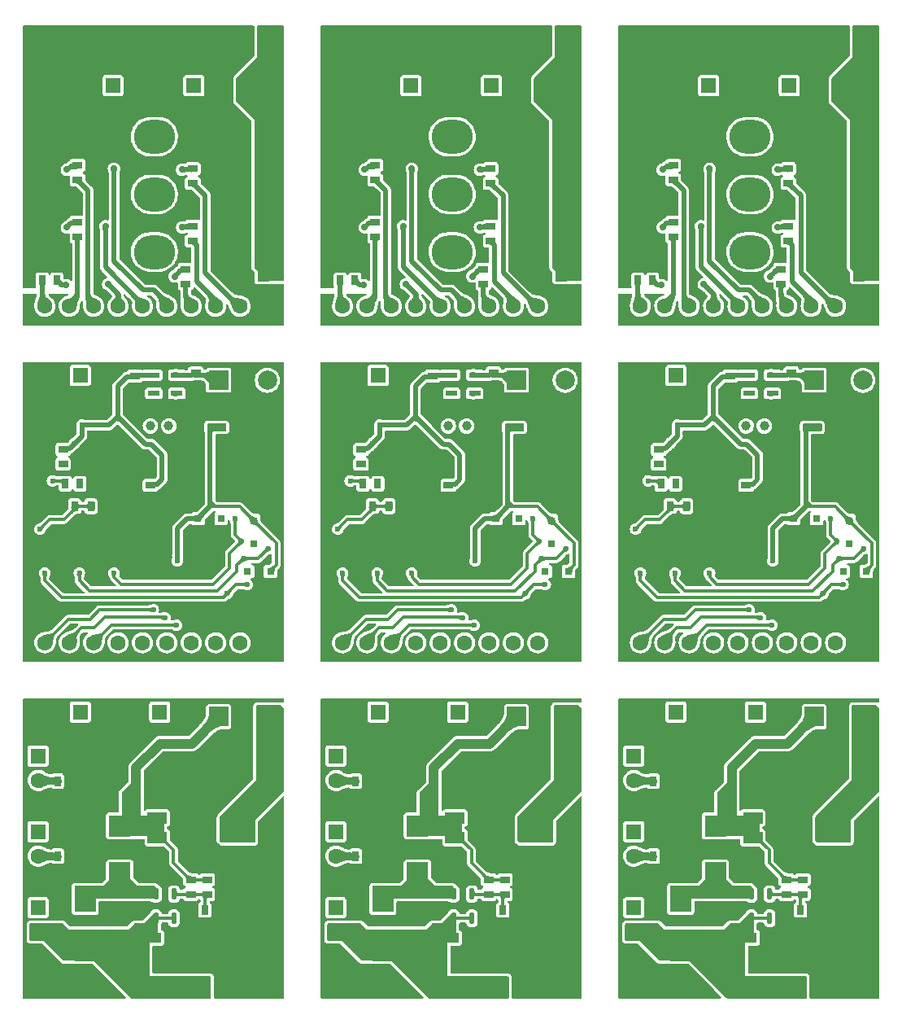
<source format=gbl>
%TF.GenerationSoftware,KiCad,Pcbnew,6.0.4-6f826c9f35~116~ubuntu20.04.1*%
%TF.CreationDate,2022-04-22T17:02:12+02:00*%
%TF.ProjectId,crawl_esc_pan,63726177-6c5f-4657-9363-5f70616e2e6b,rev?*%
%TF.SameCoordinates,Original*%
%TF.FileFunction,Copper,L2,Bot*%
%TF.FilePolarity,Positive*%
%FSLAX46Y46*%
G04 Gerber Fmt 4.6, Leading zero omitted, Abs format (unit mm)*
G04 Created by KiCad (PCBNEW 6.0.4-6f826c9f35~116~ubuntu20.04.1) date 2022-04-22 17:02:12*
%MOMM*%
%LPD*%
G01*
G04 APERTURE LIST*
G04 Aperture macros list*
%AMRoundRect*
0 Rectangle with rounded corners*
0 $1 Rounding radius*
0 $2 $3 $4 $5 $6 $7 $8 $9 X,Y pos of 4 corners*
0 Add a 4 corners polygon primitive as box body*
4,1,4,$2,$3,$4,$5,$6,$7,$8,$9,$2,$3,0*
0 Add four circle primitives for the rounded corners*
1,1,$1+$1,$2,$3*
1,1,$1+$1,$4,$5*
1,1,$1+$1,$6,$7*
1,1,$1+$1,$8,$9*
0 Add four rect primitives between the rounded corners*
20,1,$1+$1,$2,$3,$4,$5,0*
20,1,$1+$1,$4,$5,$6,$7,0*
20,1,$1+$1,$6,$7,$8,$9,0*
20,1,$1+$1,$8,$9,$2,$3,0*%
G04 Aperture macros list end*
%TA.AperFunction,NonConductor*%
%ADD10C,0.000000*%
%TD*%
%TA.AperFunction,SMDPad,CuDef*%
%ADD11C,1.000000*%
%TD*%
%TA.AperFunction,ComponentPad*%
%ADD12O,4.300000X3.500000*%
%TD*%
%TA.AperFunction,ComponentPad*%
%ADD13R,1.600200X1.600200*%
%TD*%
%TA.AperFunction,ComponentPad*%
%ADD14C,1.600200*%
%TD*%
%TA.AperFunction,ComponentPad*%
%ADD15R,2.000000X2.000000*%
%TD*%
%TA.AperFunction,ComponentPad*%
%ADD16C,2.000000*%
%TD*%
%TA.AperFunction,SMDPad,CuDef*%
%ADD17R,1.016000X0.762000*%
%TD*%
%TA.AperFunction,SMDPad,CuDef*%
%ADD18R,1.193800X2.006600*%
%TD*%
%TA.AperFunction,SMDPad,CuDef*%
%ADD19RoundRect,0.147500X-0.147500X0.457500X-0.147500X-0.457500X0.147500X-0.457500X0.147500X0.457500X0*%
%TD*%
%TA.AperFunction,SMDPad,CuDef*%
%ADD20R,0.800000X0.800000*%
%TD*%
%TA.AperFunction,SMDPad,CuDef*%
%ADD21R,2.006600X1.193800*%
%TD*%
%TA.AperFunction,SMDPad,CuDef*%
%ADD22R,0.762000X1.016000*%
%TD*%
%TA.AperFunction,SMDPad,CuDef*%
%ADD23R,1.200000X0.600000*%
%TD*%
%TA.AperFunction,SMDPad,CuDef*%
%ADD24R,2.260000X2.160000*%
%TD*%
%TA.AperFunction,SMDPad,CuDef*%
%ADD25R,2.200000X2.700000*%
%TD*%
%TA.AperFunction,ViaPad*%
%ADD26C,0.700000*%
%TD*%
%TA.AperFunction,ViaPad*%
%ADD27C,0.600000*%
%TD*%
%TA.AperFunction,ViaPad*%
%ADD28C,2.500000*%
%TD*%
%TA.AperFunction,ViaPad*%
%ADD29C,3.500000*%
%TD*%
%TA.AperFunction,Conductor*%
%ADD30C,0.500000*%
%TD*%
%TA.AperFunction,Conductor*%
%ADD31C,0.300000*%
%TD*%
%TA.AperFunction,Conductor*%
%ADD32C,1.000000*%
%TD*%
%TA.AperFunction,Conductor*%
%ADD33C,0.750000*%
%TD*%
%TA.AperFunction,Conductor*%
%ADD34C,0.250000*%
%TD*%
G04 APERTURE END LIST*
D10*
G36*
X109996150Y-66769550D02*
G01*
X109991344Y-66755031D01*
X109976932Y-66742042D01*
X109952909Y-66730579D01*
X109919274Y-66720645D01*
X109876033Y-66712240D01*
X109823181Y-66705361D01*
X109688652Y-66696192D01*
X109515683Y-66693136D01*
X109515683Y-66193137D01*
X109606971Y-66191342D01*
X109760722Y-66176983D01*
X109823181Y-66164418D01*
X109876033Y-66148263D01*
X109919274Y-66128520D01*
X109952909Y-66105187D01*
X109976932Y-66078263D01*
X109991344Y-66047750D01*
X109996150Y-66013646D01*
X109996150Y-66769550D01*
G37*
G36*
X78996150Y-66769550D02*
G01*
X78991344Y-66755031D01*
X78976932Y-66742042D01*
X78952909Y-66730579D01*
X78919274Y-66720645D01*
X78876033Y-66712240D01*
X78823181Y-66705361D01*
X78688652Y-66696192D01*
X78515683Y-66693136D01*
X78515683Y-66193137D01*
X78606971Y-66191342D01*
X78760722Y-66176983D01*
X78823181Y-66164418D01*
X78876033Y-66148263D01*
X78919274Y-66128520D01*
X78952909Y-66105187D01*
X78976932Y-66078263D01*
X78991344Y-66047750D01*
X78996150Y-66013646D01*
X78996150Y-66769550D01*
G37*
G36*
X133476843Y-102883424D02*
G01*
X133176844Y-102893998D01*
X133169498Y-102735453D01*
X133475606Y-102704351D01*
X133476843Y-102883424D01*
G37*
G36*
X69200896Y-95492494D02*
G01*
X68965505Y-95210594D01*
X68971397Y-95211288D01*
X68976670Y-95210645D01*
X68981321Y-95208666D01*
X68985355Y-95205349D01*
X68988766Y-95200693D01*
X68991555Y-95194701D01*
X68993726Y-95187371D01*
X68995278Y-95178702D01*
X68996208Y-95168697D01*
X68996518Y-95157356D01*
X69296517Y-95157356D01*
X69200896Y-95492494D01*
G37*
G36*
X131200896Y-95492494D02*
G01*
X130965505Y-95210594D01*
X130971397Y-95211288D01*
X130976670Y-95210645D01*
X130981321Y-95208666D01*
X130985355Y-95205349D01*
X130988766Y-95200693D01*
X130991555Y-95194701D01*
X130993726Y-95187371D01*
X130995278Y-95178702D01*
X130996208Y-95168697D01*
X130996518Y-95157356D01*
X131296517Y-95157356D01*
X131200896Y-95492494D01*
G37*
G36*
X126018156Y-97698674D02*
G01*
X125995761Y-97721918D01*
X125958098Y-97766370D01*
X125942827Y-97787579D01*
X125929934Y-97808112D01*
X125919414Y-97827965D01*
X125911268Y-97847140D01*
X125905499Y-97865638D01*
X125902103Y-97883456D01*
X125901085Y-97900599D01*
X125604100Y-97603615D01*
X125621243Y-97602597D01*
X125639061Y-97599200D01*
X125657560Y-97593432D01*
X125676734Y-97585286D01*
X125696587Y-97574765D01*
X125717120Y-97561872D01*
X125738329Y-97546602D01*
X125760216Y-97528956D01*
X125806025Y-97486543D01*
X126018156Y-97698674D01*
G37*
G36*
X104787308Y-73632731D02*
G01*
X104841875Y-73676745D01*
X104900457Y-73717733D01*
X104963056Y-73755700D01*
X105029672Y-73790646D01*
X105100302Y-73822568D01*
X105174948Y-73851471D01*
X105336286Y-73900209D01*
X105422979Y-73920046D01*
X104480941Y-74526080D01*
X104495470Y-74447683D01*
X104502793Y-74371859D01*
X104502909Y-74298613D01*
X104495823Y-74227942D01*
X104481528Y-74159850D01*
X104460029Y-74094331D01*
X104431322Y-74031389D01*
X104395411Y-73971024D01*
X104352292Y-73913234D01*
X104301970Y-73858019D01*
X104736757Y-73585701D01*
X104787308Y-73632731D01*
G37*
G36*
X135787308Y-73632731D02*
G01*
X135841875Y-73676745D01*
X135900457Y-73717733D01*
X135963056Y-73755700D01*
X136029672Y-73790646D01*
X136100302Y-73822568D01*
X136174948Y-73851471D01*
X136336286Y-73900209D01*
X136422979Y-73920046D01*
X135480941Y-74526080D01*
X135495470Y-74447683D01*
X135502793Y-74371859D01*
X135502909Y-74298613D01*
X135495823Y-74227942D01*
X135481528Y-74159850D01*
X135460029Y-74094331D01*
X135431322Y-74031389D01*
X135395411Y-73971024D01*
X135352292Y-73913234D01*
X135301970Y-73858019D01*
X135736757Y-73585701D01*
X135787308Y-73632731D01*
G37*
G36*
X95018156Y-97698674D02*
G01*
X94995761Y-97721918D01*
X94958098Y-97766370D01*
X94942827Y-97787579D01*
X94929934Y-97808112D01*
X94919414Y-97827965D01*
X94911268Y-97847140D01*
X94905499Y-97865638D01*
X94902103Y-97883456D01*
X94901085Y-97900599D01*
X94604100Y-97603615D01*
X94621243Y-97602597D01*
X94639061Y-97599200D01*
X94657560Y-97593432D01*
X94676734Y-97585286D01*
X94696587Y-97574765D01*
X94717120Y-97561872D01*
X94738329Y-97546602D01*
X94760216Y-97528956D01*
X94806025Y-97486543D01*
X95018156Y-97698674D01*
G37*
G36*
X102476843Y-102883424D02*
G01*
X102176844Y-102893998D01*
X102169498Y-102735453D01*
X102475606Y-102704351D01*
X102476843Y-102883424D01*
G37*
G36*
X100200896Y-95492494D02*
G01*
X99965505Y-95210594D01*
X99971397Y-95211288D01*
X99976670Y-95210645D01*
X99981321Y-95208666D01*
X99985355Y-95205349D01*
X99988766Y-95200693D01*
X99991555Y-95194701D01*
X99993726Y-95187371D01*
X99995278Y-95178702D01*
X99996208Y-95168697D01*
X99996518Y-95157356D01*
X100296517Y-95157356D01*
X100200896Y-95492494D01*
G37*
G36*
X64018156Y-97698674D02*
G01*
X63995761Y-97721918D01*
X63958098Y-97766370D01*
X63942827Y-97787579D01*
X63929934Y-97808112D01*
X63919414Y-97827965D01*
X63911268Y-97847140D01*
X63905499Y-97865638D01*
X63902103Y-97883456D01*
X63901085Y-97900599D01*
X63604100Y-97603615D01*
X63621243Y-97602597D01*
X63639061Y-97599200D01*
X63657560Y-97593432D01*
X63676734Y-97585286D01*
X63696587Y-97574765D01*
X63717120Y-97561872D01*
X63738329Y-97546602D01*
X63760216Y-97528956D01*
X63806025Y-97486543D01*
X64018156Y-97698674D01*
G37*
G36*
X73787308Y-73632731D02*
G01*
X73841875Y-73676745D01*
X73900457Y-73717733D01*
X73963056Y-73755700D01*
X74029672Y-73790646D01*
X74100302Y-73822568D01*
X74174948Y-73851471D01*
X74336286Y-73900209D01*
X74422979Y-73920046D01*
X73480941Y-74526080D01*
X73495470Y-74447683D01*
X73502793Y-74371859D01*
X73502909Y-74298613D01*
X73495823Y-74227942D01*
X73481528Y-74159850D01*
X73460029Y-74094331D01*
X73431322Y-74031389D01*
X73395411Y-73971024D01*
X73352292Y-73913234D01*
X73301970Y-73858019D01*
X73736757Y-73585701D01*
X73787308Y-73632731D01*
G37*
G36*
X71476843Y-102883424D02*
G01*
X71176844Y-102893998D01*
X71169498Y-102735453D01*
X71475606Y-102704351D01*
X71476843Y-102883424D01*
G37*
G36*
X140996150Y-66769550D02*
G01*
X140991344Y-66755031D01*
X140976932Y-66742042D01*
X140952909Y-66730579D01*
X140919274Y-66720645D01*
X140876033Y-66712240D01*
X140823181Y-66705361D01*
X140688652Y-66696192D01*
X140515683Y-66693136D01*
X140515683Y-66193137D01*
X140606971Y-66191342D01*
X140760722Y-66176983D01*
X140823181Y-66164418D01*
X140876033Y-66148263D01*
X140919274Y-66128520D01*
X140952909Y-66105187D01*
X140976932Y-66078263D01*
X140991344Y-66047750D01*
X140996150Y-66013646D01*
X140996150Y-66769550D01*
G37*
D11*
%TO.P,TP3,1,1*%
%TO.N,GND*%
X109896516Y-87163671D03*
%TD*%
D12*
%TO.P,TP3,1,1*%
%TO.N,/MC*%
X106501100Y-69068597D03*
%TD*%
D11*
%TO.P,TP1,1,1*%
%TO.N,/SWDIO*%
X76996517Y-87163671D03*
%TD*%
D13*
%TO.P,ST2,1,1*%
%TO.N,GND*%
X86961100Y-109703597D03*
D14*
%TO.P,ST2,2,2*%
%TO.N,/GHIA*%
X84421100Y-109703597D03*
%TO.P,ST2,3,3*%
%TO.N,/GHIB*%
X81881100Y-109703597D03*
%TO.P,ST2,4,4*%
%TO.N,/GHIC*%
X79341100Y-109703597D03*
%TO.P,ST2,5,5*%
%TO.N,/MA*%
X76801100Y-109703597D03*
%TO.P,ST2,6,6*%
%TO.N,/MB*%
X74261100Y-109703597D03*
%TO.P,ST2,7,7*%
%TO.N,/MC*%
X71721100Y-109703597D03*
%TO.P,ST2,8,8*%
%TO.N,/GLOA*%
X69181100Y-109703597D03*
%TO.P,ST2,9,9*%
%TO.N,/GLOB*%
X66641100Y-109703597D03*
%TO.P,ST2,10,10*%
%TO.N,/GLOC*%
X64101100Y-109703597D03*
%TD*%
D13*
%TO.P,ST5,1,1*%
%TO.N,/PWM_SERVO*%
X63400644Y-137263376D03*
D14*
%TO.P,ST5,2,2*%
%TO.N,+7.5V*%
X63400644Y-139803376D03*
%TO.P,ST5,3,3*%
%TO.N,GND*%
X63400644Y-142343376D03*
%TD*%
D12*
%TO.P,TP3,1,1*%
%TO.N,/MC*%
X137501100Y-69068597D03*
%TD*%
D15*
%TO.P,ST1,1,1*%
%TO.N,+10V*%
X82186517Y-82403599D03*
D16*
%TO.P,ST1,2,2*%
%TO.N,GND*%
X84726517Y-82403599D03*
%TO.P,ST1,3,3*%
%TO.N,VCC*%
X87266517Y-82403599D03*
%TD*%
D13*
%TO.P,ST3,1,1*%
%TO.N,/PWM_ESC*%
X94400644Y-121503378D03*
D14*
%TO.P,ST3,2,2*%
%TO.N,+6V*%
X94400644Y-124043378D03*
%TO.P,ST3,3,3*%
%TO.N,GND*%
X94400644Y-126583378D03*
%TD*%
D12*
%TO.P,TP1,1,1*%
%TO.N,VCC*%
X86301100Y-52403599D03*
%TD*%
D15*
%TO.P,ST1,1,1*%
%TO.N,+10V*%
X144186644Y-117403378D03*
D16*
%TO.P,ST1,2,2*%
%TO.N,GND*%
X146726644Y-117403378D03*
%TO.P,ST1,3,3*%
%TO.N,VCC*%
X149266644Y-117403378D03*
%TD*%
D13*
%TO.P,C1,1,1*%
%TO.N,VCC*%
X102201100Y-51753597D03*
D14*
%TO.P,C1,2,2*%
%TO.N,GND*%
X102201100Y-48253600D03*
%TD*%
D11*
%TO.P,TP3,1,1*%
%TO.N,GND*%
X140896516Y-87163671D03*
%TD*%
D13*
%TO.P,ST2,1,1*%
%TO.N,/PWM_ESC*%
X98796642Y-116908378D03*
D14*
%TO.P,ST2,2,2*%
%TO.N,GND*%
X101336642Y-116908378D03*
%TD*%
D11*
%TO.P,TP2,1,1*%
%TO.N,/SWCLK*%
X137096516Y-87163671D03*
%TD*%
D13*
%TO.P,ST3,1,1*%
%TO.N,/PWM_ESC*%
X63400644Y-121503378D03*
D14*
%TO.P,ST3,2,2*%
%TO.N,+6V*%
X63400644Y-124043378D03*
%TO.P,ST3,3,3*%
%TO.N,GND*%
X63400644Y-126583378D03*
%TD*%
D15*
%TO.P,ST1,1,1*%
%TO.N,+10V*%
X144186517Y-82403599D03*
D16*
%TO.P,ST1,2,2*%
%TO.N,GND*%
X146726517Y-82403599D03*
%TO.P,ST1,3,3*%
%TO.N,VCC*%
X149266517Y-82403599D03*
%TD*%
D12*
%TO.P,TP1,1,1*%
%TO.N,VCC*%
X117301100Y-52403599D03*
%TD*%
D13*
%TO.P,C1,1,1*%
%TO.N,VCC*%
X71201100Y-51753597D03*
D14*
%TO.P,C1,2,2*%
%TO.N,GND*%
X71201100Y-48253600D03*
%TD*%
D13*
%TO.P,ST2,1,1*%
%TO.N,/PWM_ESC*%
X129796642Y-116908378D03*
D14*
%TO.P,ST2,2,2*%
%TO.N,GND*%
X132336642Y-116908378D03*
%TD*%
D12*
%TO.P,TP5,1,1*%
%TO.N,/MA*%
X75501100Y-57068599D03*
%TD*%
D11*
%TO.P,TP1,1,1*%
%TO.N,/SWDIO*%
X138996517Y-87163671D03*
%TD*%
D12*
%TO.P,TP2,1,1*%
%TO.N,GND*%
X126901100Y-51903597D03*
%TD*%
%TO.P,TP4,1,1*%
%TO.N,/MB*%
X106501100Y-63068597D03*
%TD*%
D13*
%TO.P,ST6,1,1*%
%TO.N,/SHD*%
X107070644Y-116903376D03*
D14*
%TO.P,ST6,2,2*%
%TO.N,GND*%
X104530644Y-116903376D03*
%TD*%
D12*
%TO.P,TP2,1,1*%
%TO.N,GND*%
X64901100Y-51903597D03*
%TD*%
D13*
%TO.P,ST3,1,1*%
%TO.N,Net-(R14-Pad1)*%
X98796416Y-81908502D03*
D14*
%TO.P,ST3,2,2*%
%TO.N,GND*%
X101336416Y-81908502D03*
%TD*%
D12*
%TO.P,TP4,1,1*%
%TO.N,/MB*%
X75501100Y-63068597D03*
%TD*%
D13*
%TO.P,ST2,1,1*%
%TO.N,GND*%
X148961100Y-109703597D03*
D14*
%TO.P,ST2,2,2*%
%TO.N,/GHIA*%
X146421100Y-109703597D03*
%TO.P,ST2,3,3*%
%TO.N,/GHIB*%
X143881100Y-109703597D03*
%TO.P,ST2,4,4*%
%TO.N,/GHIC*%
X141341100Y-109703597D03*
%TO.P,ST2,5,5*%
%TO.N,/MA*%
X138801100Y-109703597D03*
%TO.P,ST2,6,6*%
%TO.N,/MB*%
X136261100Y-109703597D03*
%TO.P,ST2,7,7*%
%TO.N,/MC*%
X133721100Y-109703597D03*
%TO.P,ST2,8,8*%
%TO.N,/GLOA*%
X131181100Y-109703597D03*
%TO.P,ST2,9,9*%
%TO.N,/GLOB*%
X128641100Y-109703597D03*
%TO.P,ST2,10,10*%
%TO.N,/GLOC*%
X126101100Y-109703597D03*
%TD*%
D13*
%TO.P,C1,1,1*%
%TO.N,VCC*%
X133201100Y-51753597D03*
D14*
%TO.P,C1,2,2*%
%TO.N,GND*%
X133201100Y-48253600D03*
%TD*%
D13*
%TO.P,ST6,1,1*%
%TO.N,/SHD*%
X138070644Y-116903376D03*
D14*
%TO.P,ST6,2,2*%
%TO.N,GND*%
X135530644Y-116903376D03*
%TD*%
D13*
%TO.P,ST2,1,1*%
%TO.N,GND*%
X117961100Y-109703597D03*
D14*
%TO.P,ST2,2,2*%
%TO.N,/GHIA*%
X115421100Y-109703597D03*
%TO.P,ST2,3,3*%
%TO.N,/GHIB*%
X112881100Y-109703597D03*
%TO.P,ST2,4,4*%
%TO.N,/GHIC*%
X110341100Y-109703597D03*
%TO.P,ST2,5,5*%
%TO.N,/MA*%
X107801100Y-109703597D03*
%TO.P,ST2,6,6*%
%TO.N,/MB*%
X105261100Y-109703597D03*
%TO.P,ST2,7,7*%
%TO.N,/MC*%
X102721100Y-109703597D03*
%TO.P,ST2,8,8*%
%TO.N,/GLOA*%
X100181100Y-109703597D03*
%TO.P,ST2,9,9*%
%TO.N,/GLOB*%
X97641100Y-109703597D03*
%TO.P,ST2,10,10*%
%TO.N,/GLOC*%
X95101100Y-109703597D03*
%TD*%
D11*
%TO.P,TP2,1,1*%
%TO.N,/SWCLK*%
X106096516Y-87163671D03*
%TD*%
D13*
%TO.P,ST4,1,1*%
%TO.N,/PWM_SERVO*%
X63400644Y-129363376D03*
D14*
%TO.P,ST4,2,2*%
%TO.N,+6V*%
X63400644Y-131903376D03*
%TO.P,ST4,3,3*%
%TO.N,GND*%
X63400644Y-134443376D03*
%TD*%
D15*
%TO.P,ST1,1,1*%
%TO.N,+10V*%
X113186644Y-117403378D03*
D16*
%TO.P,ST1,2,2*%
%TO.N,GND*%
X115726644Y-117403378D03*
%TO.P,ST1,3,3*%
%TO.N,VCC*%
X118266644Y-117403378D03*
%TD*%
D13*
%TO.P,ST5,1,1*%
%TO.N,/PWM_SERVO*%
X125400644Y-137263376D03*
D14*
%TO.P,ST5,2,2*%
%TO.N,+7.5V*%
X125400644Y-139803376D03*
%TO.P,ST5,3,3*%
%TO.N,GND*%
X125400644Y-142343376D03*
%TD*%
D13*
%TO.P,ST3,1,1*%
%TO.N,Net-(R14-Pad1)*%
X67796416Y-81908502D03*
D14*
%TO.P,ST3,2,2*%
%TO.N,GND*%
X70336416Y-81908502D03*
%TD*%
D13*
%TO.P,ST4,1,1*%
%TO.N,/PWM_SERVO*%
X125400644Y-129363376D03*
D14*
%TO.P,ST4,2,2*%
%TO.N,+6V*%
X125400644Y-131903376D03*
%TO.P,ST4,3,3*%
%TO.N,GND*%
X125400644Y-134443376D03*
%TD*%
D13*
%TO.P,ST6,1,1*%
%TO.N,/SHD*%
X76070644Y-116903376D03*
D14*
%TO.P,ST6,2,2*%
%TO.N,GND*%
X73530644Y-116903376D03*
%TD*%
D13*
%TO.P,C2,1,1*%
%TO.N,VCC*%
X110601100Y-51753597D03*
D14*
%TO.P,C2,2,2*%
%TO.N,GND*%
X110601100Y-48253600D03*
%TD*%
D12*
%TO.P,TP3,1,1*%
%TO.N,/MC*%
X75501100Y-69068597D03*
%TD*%
D15*
%TO.P,ST1,1,1*%
%TO.N,+10V*%
X113186517Y-82403599D03*
D16*
%TO.P,ST1,2,2*%
%TO.N,GND*%
X115726517Y-82403599D03*
%TO.P,ST1,3,3*%
%TO.N,VCC*%
X118266517Y-82403599D03*
%TD*%
D15*
%TO.P,ST1,1,1*%
%TO.N,+10V*%
X82186644Y-117403378D03*
D16*
%TO.P,ST1,2,2*%
%TO.N,GND*%
X84726644Y-117403378D03*
%TO.P,ST1,3,3*%
%TO.N,VCC*%
X87266644Y-117403378D03*
%TD*%
D11*
%TO.P,TP3,1,1*%
%TO.N,GND*%
X78896516Y-87163671D03*
%TD*%
D12*
%TO.P,TP2,1,1*%
%TO.N,GND*%
X95901100Y-51903597D03*
%TD*%
%TO.P,TP5,1,1*%
%TO.N,/MA*%
X137501100Y-57068599D03*
%TD*%
D13*
%TO.P,ST3,1,1*%
%TO.N,Net-(R14-Pad1)*%
X129796416Y-81908502D03*
D14*
%TO.P,ST3,2,2*%
%TO.N,GND*%
X132336416Y-81908502D03*
%TD*%
D13*
%TO.P,ST3,1,1*%
%TO.N,/PWM_ESC*%
X125400644Y-121503378D03*
D14*
%TO.P,ST3,2,2*%
%TO.N,+6V*%
X125400644Y-124043378D03*
%TO.P,ST3,3,3*%
%TO.N,GND*%
X125400644Y-126583378D03*
%TD*%
D12*
%TO.P,TP4,1,1*%
%TO.N,/MB*%
X137501100Y-63068597D03*
%TD*%
D13*
%TO.P,ST5,1,1*%
%TO.N,/PWM_SERVO*%
X94400644Y-137263376D03*
D14*
%TO.P,ST5,2,2*%
%TO.N,+7.5V*%
X94400644Y-139803376D03*
%TO.P,ST5,3,3*%
%TO.N,GND*%
X94400644Y-142343376D03*
%TD*%
D13*
%TO.P,C2,1,1*%
%TO.N,VCC*%
X141601100Y-51753597D03*
D14*
%TO.P,C2,2,2*%
%TO.N,GND*%
X141601100Y-48253600D03*
%TD*%
D11*
%TO.P,TP1,1,1*%
%TO.N,/SWDIO*%
X107996517Y-87163671D03*
%TD*%
D12*
%TO.P,TP1,1,1*%
%TO.N,VCC*%
X148301100Y-52403599D03*
%TD*%
%TO.P,TP5,1,1*%
%TO.N,/MA*%
X106501100Y-57068599D03*
%TD*%
D13*
%TO.P,ST2,1,1*%
%TO.N,/PWM_ESC*%
X67796642Y-116908378D03*
D14*
%TO.P,ST2,2,2*%
%TO.N,GND*%
X70336642Y-116908378D03*
%TD*%
D11*
%TO.P,TP2,1,1*%
%TO.N,/SWCLK*%
X75096516Y-87163671D03*
%TD*%
D13*
%TO.P,ST4,1,1*%
%TO.N,/PWM_SERVO*%
X94400644Y-129363376D03*
D14*
%TO.P,ST4,2,2*%
%TO.N,+6V*%
X94400644Y-131903376D03*
%TO.P,ST4,3,3*%
%TO.N,GND*%
X94400644Y-134443376D03*
%TD*%
D13*
%TO.P,C2,1,1*%
%TO.N,VCC*%
X79601100Y-51753597D03*
D14*
%TO.P,C2,2,2*%
%TO.N,GND*%
X79601100Y-48253600D03*
%TD*%
D17*
%TO.P,R5,1,1*%
%TO.N,Net-(C15-Pad1)*%
X141300642Y-135865378D03*
%TO.P,R5,2,2*%
%TO.N,+10V*%
X141300642Y-134341378D03*
%TD*%
%TO.P,C13,1,1*%
%TO.N,GND*%
X141801100Y-83165599D03*
%TO.P,C13,2,2*%
%TO.N,+10V*%
X141801100Y-81641599D03*
%TD*%
D15*
%TO.P,ST1,1,1*%
%TO.N,GND*%
X84731100Y-47403599D03*
D16*
%TO.P,ST1,2,2*%
%TO.N,VCC*%
X87271100Y-47403599D03*
%TD*%
D18*
%TO.P,C3,1,1*%
%TO.N,GND*%
X145791367Y-62278597D03*
%TO.P,C3,2,2*%
%TO.N,VCC*%
X148839367Y-62278597D03*
%TD*%
D19*
%TO.P,IC3,1,SW*%
%TO.N,Net-(D2-PadA)*%
X137650642Y-135848381D03*
%TO.P,IC3,2,GND*%
%TO.N,GND*%
X138600642Y-135848381D03*
%TO.P,IC3,3,FB*%
%TO.N,Net-(C15-Pad1)*%
X139550644Y-135848381D03*
%TO.P,IC3,4,#SHDN*%
%TO.N,+7.5V*%
X139550644Y-138358378D03*
%TO.P,IC3,5,VIN*%
X137650642Y-138358378D03*
%TD*%
D20*
%TO.P,D2,A,A*%
%TO.N,+10V*%
X85839100Y-97003597D03*
%TO.P,D2,K,K*%
%TO.N,Net-(C15-Pad2)*%
X85839100Y-99403597D03*
%TD*%
D21*
%TO.P,C19,1,1*%
%TO.N,GND*%
X106800645Y-133027380D03*
%TO.P,C19,2,2*%
%TO.N,+10V*%
X106800645Y-129979380D03*
%TD*%
D17*
%TO.P,R2,1,1*%
%TO.N,/GHIB*%
X79501102Y-67915597D03*
%TO.P,R2,2,2*%
%TO.N,Net-(Q3-Pad4)*%
X79501102Y-66391597D03*
%TD*%
D20*
%TO.P,D1,A,A*%
%TO.N,+10V*%
X149601100Y-102303597D03*
%TO.P,D1,K,K*%
%TO.N,Net-(C14-Pad2)*%
X147201100Y-102303597D03*
%TD*%
D22*
%TO.P,R4,1,1*%
%TO.N,GND*%
X127667264Y-95503597D03*
%TO.P,R4,2,2*%
%TO.N,/VBAT*%
X129191264Y-95503597D03*
%TD*%
D17*
%TO.P,R1,1,1*%
%TO.N,/GHIC*%
X140751100Y-72370597D03*
%TO.P,R1,2,2*%
%TO.N,Net-(Q1-Pad4)*%
X140751100Y-70846597D03*
%TD*%
D18*
%TO.P,C5,1,1*%
%TO.N,GND*%
X145777098Y-71103595D03*
%TO.P,C5,2,2*%
%TO.N,VCC*%
X148825098Y-71103595D03*
%TD*%
%TO.P,C4,1,1*%
%TO.N,GND*%
X145791367Y-65078593D03*
%TO.P,C4,2,2*%
%TO.N,VCC*%
X148839367Y-65078593D03*
%TD*%
D22*
%TO.P,R6,1,1*%
%TO.N,Net-(C15-Pad1)*%
X142762644Y-137503381D03*
%TO.P,R6,2,2*%
%TO.N,GND*%
X141238644Y-137503381D03*
%TD*%
D17*
%TO.P,L1,1,1*%
%TO.N,+3V3*%
X127996516Y-89601672D03*
%TO.P,L1,2,2*%
%TO.N,+3.3VA*%
X127996516Y-91125672D03*
%TD*%
D20*
%TO.P,D2,A,A*%
%TO.N,+10V*%
X147839100Y-97003597D03*
%TO.P,D2,K,K*%
%TO.N,Net-(C15-Pad2)*%
X147839100Y-99403597D03*
%TD*%
D22*
%TO.P,C18,1,1*%
%TO.N,+7.5V*%
X75838642Y-140403380D03*
%TO.P,C18,2,2*%
%TO.N,GND*%
X77362642Y-140403380D03*
%TD*%
D23*
%TO.P,IC1,1,IN*%
%TO.N,+10V*%
X108846503Y-81873786D03*
%TO.P,IC1,2,GND*%
%TO.N,GND*%
X108846503Y-82823746D03*
%TO.P,IC1,3,EN*%
%TO.N,+10V*%
X108846503Y-83773706D03*
%TO.P,IC1,4,NC*%
%TO.N,unconnected-(IC1-Pad4)*%
X106446502Y-83773706D03*
%TO.P,IC1,5,OUT*%
%TO.N,+3V3*%
X106446502Y-81873786D03*
%TD*%
D18*
%TO.P,C5,1,1*%
%TO.N,GND*%
X150224642Y-129203376D03*
%TO.P,C5,2,2*%
%TO.N,VCC*%
X147176642Y-129203376D03*
%TD*%
D24*
%TO.P,D2,A,A*%
%TO.N,Net-(D2-PadA)*%
X133900642Y-133653379D03*
%TO.P,D2,K,K*%
%TO.N,+10V*%
X133900642Y-128753378D03*
%TD*%
D13*
%TO.P,ST2,1,1*%
%TO.N,GND*%
X86961100Y-74703597D03*
D14*
%TO.P,ST2,2,2*%
%TO.N,/GHIA*%
X84421100Y-74703597D03*
%TO.P,ST2,3,3*%
%TO.N,/GHIB*%
X81881100Y-74703597D03*
%TO.P,ST2,4,4*%
%TO.N,/GHIC*%
X79341100Y-74703597D03*
%TO.P,ST2,5,5*%
%TO.N,/MA*%
X76801100Y-74703597D03*
%TO.P,ST2,6,6*%
%TO.N,/MB*%
X74261100Y-74703597D03*
%TO.P,ST2,7,7*%
%TO.N,/MC*%
X71721100Y-74703597D03*
%TO.P,ST2,8,8*%
%TO.N,/GLOA*%
X69181100Y-74703597D03*
%TO.P,ST2,9,9*%
%TO.N,/GLOB*%
X66641100Y-74703597D03*
%TO.P,ST2,10,10*%
%TO.N,/GLOC*%
X64101100Y-74703597D03*
%TD*%
D20*
%TO.P,D3,A,A*%
%TO.N,+10V*%
X80046516Y-96803597D03*
%TO.P,D3,K,K*%
%TO.N,Net-(C16-Pad2)*%
X82446516Y-96803597D03*
%TD*%
D18*
%TO.P,C5,1,1*%
%TO.N,GND*%
X88224642Y-129203376D03*
%TO.P,C5,2,2*%
%TO.N,VCC*%
X85176642Y-129203376D03*
%TD*%
%TO.P,C6,1,1*%
%TO.N,GND*%
X83777098Y-68303597D03*
%TO.P,C6,2,2*%
%TO.N,VCC*%
X86825098Y-68303597D03*
%TD*%
D17*
%TO.P,C15,1,1*%
%TO.N,Net-(C15-Pad1)*%
X143000642Y-135865378D03*
%TO.P,C15,2,2*%
%TO.N,+10V*%
X143000642Y-134341378D03*
%TD*%
D18*
%TO.P,C3,1,1*%
%TO.N,GND*%
X142076642Y-129203376D03*
%TO.P,C3,2,2*%
%TO.N,VCC*%
X145124642Y-129203376D03*
%TD*%
D15*
%TO.P,ST1,1,1*%
%TO.N,GND*%
X146731100Y-47403599D03*
D16*
%TO.P,ST1,2,2*%
%TO.N,VCC*%
X149271100Y-47403599D03*
%TD*%
D21*
%TO.P,C20,1,1*%
%TO.N,GND*%
X75800642Y-124879378D03*
%TO.P,C20,2,2*%
%TO.N,+10V*%
X75800642Y-127927378D03*
%TD*%
D22*
%TO.P,R4,1,1*%
%TO.N,GND*%
X96667264Y-95503597D03*
%TO.P,R4,2,2*%
%TO.N,/VBAT*%
X98191264Y-95503597D03*
%TD*%
%TO.P,C11,1,1*%
%TO.N,GND*%
X132439517Y-95515356D03*
%TO.P,C11,2,2*%
%TO.N,/VBAT*%
X130915517Y-95515356D03*
%TD*%
D17*
%TO.P,R2,1,1*%
%TO.N,/GHIB*%
X110501102Y-67915597D03*
%TO.P,R2,2,2*%
%TO.N,Net-(Q3-Pad4)*%
X110501102Y-66391597D03*
%TD*%
D23*
%TO.P,IC1,1,IN*%
%TO.N,+10V*%
X77846503Y-81873786D03*
%TO.P,IC1,2,GND*%
%TO.N,GND*%
X77846503Y-82823746D03*
%TO.P,IC1,3,EN*%
%TO.N,+10V*%
X77846503Y-83773706D03*
%TO.P,IC1,4,NC*%
%TO.N,unconnected-(IC1-Pad4)*%
X75446502Y-83773706D03*
%TO.P,IC1,5,OUT*%
%TO.N,+3V3*%
X75446502Y-81873786D03*
%TD*%
D20*
%TO.P,D1,A,A*%
%TO.N,+10V*%
X87601100Y-102303597D03*
%TO.P,D1,K,K*%
%TO.N,Net-(C14-Pad2)*%
X85201100Y-102303597D03*
%TD*%
D17*
%TO.P,R6,1,1*%
%TO.N,/GLOA*%
X129501100Y-61565597D03*
%TO.P,R6,2,2*%
%TO.N,Net-(Q11-Pad4)*%
X129501100Y-60041597D03*
%TD*%
D20*
%TO.P,D3,A,A*%
%TO.N,+10V*%
X142046516Y-96803597D03*
%TO.P,D3,K,K*%
%TO.N,Net-(C16-Pad2)*%
X144446516Y-96803597D03*
%TD*%
D22*
%TO.P,C21,1,1*%
%TO.N,GND*%
X66962644Y-124103378D03*
%TO.P,C21,2,2*%
%TO.N,+6V*%
X65438644Y-124103378D03*
%TD*%
D17*
%TO.P,R1,1,1*%
%TO.N,/GHIC*%
X109751100Y-72370597D03*
%TO.P,R1,2,2*%
%TO.N,Net-(Q1-Pad4)*%
X109751100Y-70846597D03*
%TD*%
D21*
%TO.P,C19,1,1*%
%TO.N,GND*%
X137800645Y-133027380D03*
%TO.P,C19,2,2*%
%TO.N,+10V*%
X137800645Y-129979380D03*
%TD*%
D17*
%TO.P,C15,1,1*%
%TO.N,Net-(C15-Pad1)*%
X81000642Y-135865378D03*
%TO.P,C15,2,2*%
%TO.N,+10V*%
X81000642Y-134341378D03*
%TD*%
D18*
%TO.P,C8,1,1*%
%TO.N,GND*%
X83777103Y-56303599D03*
%TO.P,C8,2,2*%
%TO.N,VCC*%
X86825103Y-56303599D03*
%TD*%
D22*
%TO.P,C11,1,1*%
%TO.N,GND*%
X70439517Y-95515356D03*
%TO.P,C11,2,2*%
%TO.N,/VBAT*%
X68915517Y-95515356D03*
%TD*%
D17*
%TO.P,R5,1,1*%
%TO.N,Net-(C15-Pad1)*%
X110300642Y-135865378D03*
%TO.P,R5,2,2*%
%TO.N,+10V*%
X110300642Y-134341378D03*
%TD*%
D23*
%TO.P,IC1,1,IN*%
%TO.N,+10V*%
X139846503Y-81873786D03*
%TO.P,IC1,2,GND*%
%TO.N,GND*%
X139846503Y-82823746D03*
%TO.P,IC1,3,EN*%
%TO.N,+10V*%
X139846503Y-83773706D03*
%TO.P,IC1,4,NC*%
%TO.N,unconnected-(IC1-Pad4)*%
X137446502Y-83773706D03*
%TO.P,IC1,5,OUT*%
%TO.N,+3V3*%
X137446502Y-81873786D03*
%TD*%
D18*
%TO.P,C3,1,1*%
%TO.N,GND*%
X83791367Y-62278597D03*
%TO.P,C3,2,2*%
%TO.N,VCC*%
X86839367Y-62278597D03*
%TD*%
%TO.P,C3,1,1*%
%TO.N,GND*%
X111076642Y-129203376D03*
%TO.P,C3,2,2*%
%TO.N,VCC*%
X114124642Y-129203376D03*
%TD*%
%TO.P,C4,1,1*%
%TO.N,GND*%
X114791367Y-65078593D03*
%TO.P,C4,2,2*%
%TO.N,VCC*%
X117839367Y-65078593D03*
%TD*%
%TO.P,C5,1,1*%
%TO.N,GND*%
X83777098Y-71103595D03*
%TO.P,C5,2,2*%
%TO.N,VCC*%
X86825098Y-71103595D03*
%TD*%
%TO.P,C5,1,1*%
%TO.N,GND*%
X119224642Y-129203376D03*
%TO.P,C5,2,2*%
%TO.N,VCC*%
X116176642Y-129203376D03*
%TD*%
%TO.P,C6,1,1*%
%TO.N,GND*%
X114777098Y-68303597D03*
%TO.P,C6,2,2*%
%TO.N,VCC*%
X117825098Y-68303597D03*
%TD*%
D20*
%TO.P,D1,A,A*%
%TO.N,+10V*%
X118601100Y-102303597D03*
%TO.P,D1,K,K*%
%TO.N,Net-(C14-Pad2)*%
X116201100Y-102303597D03*
%TD*%
D22*
%TO.P,C22,1,1*%
%TO.N,GND*%
X97962644Y-131903376D03*
%TO.P,C22,2,2*%
%TO.N,+6V*%
X96438644Y-131903376D03*
%TD*%
D25*
%TO.P,L2,1,1*%
%TO.N,+7.5V*%
X130300644Y-141453378D03*
%TO.P,L2,2,2*%
%TO.N,Net-(D2-PadA)*%
X130300644Y-136353378D03*
%TD*%
D22*
%TO.P,C21,1,1*%
%TO.N,GND*%
X97962644Y-124103378D03*
%TO.P,C21,2,2*%
%TO.N,+6V*%
X96438644Y-124103378D03*
%TD*%
%TO.P,R4,1,1*%
%TO.N,/GLOC*%
X94839100Y-72003597D03*
%TO.P,R4,2,2*%
%TO.N,Net-(Q7-Pad4)*%
X96363100Y-72003597D03*
%TD*%
D21*
%TO.P,C19,1,1*%
%TO.N,GND*%
X75800645Y-133027380D03*
%TO.P,C19,2,2*%
%TO.N,+10V*%
X75800645Y-129979380D03*
%TD*%
D19*
%TO.P,IC3,1,SW*%
%TO.N,Net-(D2-PadA)*%
X75650642Y-135848381D03*
%TO.P,IC3,2,GND*%
%TO.N,GND*%
X76600642Y-135848381D03*
%TO.P,IC3,3,FB*%
%TO.N,Net-(C15-Pad1)*%
X77550644Y-135848381D03*
%TO.P,IC3,4,#SHDN*%
%TO.N,+7.5V*%
X77550644Y-138358378D03*
%TO.P,IC3,5,VIN*%
X75650642Y-138358378D03*
%TD*%
D18*
%TO.P,C7,1,1*%
%TO.N,GND*%
X114777103Y-59103601D03*
%TO.P,C7,2,2*%
%TO.N,VCC*%
X117825103Y-59103601D03*
%TD*%
%TO.P,C7,1,1*%
%TO.N,GND*%
X145777103Y-59103601D03*
%TO.P,C7,2,2*%
%TO.N,VCC*%
X148825103Y-59103601D03*
%TD*%
D22*
%TO.P,R6,1,1*%
%TO.N,Net-(C15-Pad1)*%
X80762644Y-137503381D03*
%TO.P,R6,2,2*%
%TO.N,GND*%
X79238644Y-137503381D03*
%TD*%
D17*
%TO.P,R3,1,1*%
%TO.N,/GHIA*%
X110501102Y-61915597D03*
%TO.P,R3,2,2*%
%TO.N,Net-(Q5-Pad4)*%
X110501102Y-60391597D03*
%TD*%
D18*
%TO.P,C5,1,1*%
%TO.N,GND*%
X114777098Y-71103595D03*
%TO.P,C5,2,2*%
%TO.N,VCC*%
X117825098Y-71103595D03*
%TD*%
D17*
%TO.P,C6,1,1*%
%TO.N,GND*%
X135501100Y-83465599D03*
%TO.P,C6,2,2*%
%TO.N,+3V3*%
X135501100Y-81941599D03*
%TD*%
D21*
%TO.P,C9,1,1*%
%TO.N,GND*%
X135400644Y-137279381D03*
%TO.P,C9,2,2*%
%TO.N,+7.5V*%
X135400644Y-140327381D03*
%TD*%
D17*
%TO.P,C15,1,1*%
%TO.N,Net-(C15-Pad1)*%
X112000642Y-135865378D03*
%TO.P,C15,2,2*%
%TO.N,+10V*%
X112000642Y-134341378D03*
%TD*%
%TO.P,C6,1,1*%
%TO.N,GND*%
X104501100Y-83465599D03*
%TO.P,C6,2,2*%
%TO.N,+3V3*%
X104501100Y-81941599D03*
%TD*%
%TO.P,C4,1,1*%
%TO.N,GND*%
X106096516Y-91801673D03*
%TO.P,C4,2,2*%
%TO.N,+3V3*%
X106096516Y-93325673D03*
%TD*%
D22*
%TO.P,C22,1,1*%
%TO.N,GND*%
X66962644Y-131903376D03*
%TO.P,C22,2,2*%
%TO.N,+6V*%
X65438644Y-131903376D03*
%TD*%
D17*
%TO.P,C6,1,1*%
%TO.N,GND*%
X73501100Y-83465599D03*
%TO.P,C6,2,2*%
%TO.N,+3V3*%
X73501100Y-81941599D03*
%TD*%
D18*
%TO.P,C3,1,1*%
%TO.N,GND*%
X80076642Y-129203376D03*
%TO.P,C3,2,2*%
%TO.N,VCC*%
X83124642Y-129203376D03*
%TD*%
D22*
%TO.P,R6,1,1*%
%TO.N,Net-(C15-Pad1)*%
X111762644Y-137503381D03*
%TO.P,R6,2,2*%
%TO.N,GND*%
X110238644Y-137503381D03*
%TD*%
D25*
%TO.P,L2,1,1*%
%TO.N,+7.5V*%
X68300644Y-141453378D03*
%TO.P,L2,2,2*%
%TO.N,Net-(D2-PadA)*%
X68300644Y-136353378D03*
%TD*%
D22*
%TO.P,C22,1,1*%
%TO.N,GND*%
X128962644Y-131903376D03*
%TO.P,C22,2,2*%
%TO.N,+6V*%
X127438644Y-131903376D03*
%TD*%
D18*
%TO.P,C8,1,1*%
%TO.N,GND*%
X145777103Y-56303599D03*
%TO.P,C8,2,2*%
%TO.N,VCC*%
X148825103Y-56303599D03*
%TD*%
D20*
%TO.P,D2,A,A*%
%TO.N,+10V*%
X116839100Y-97003597D03*
%TO.P,D2,K,K*%
%TO.N,Net-(C15-Pad2)*%
X116839100Y-99403597D03*
%TD*%
D22*
%TO.P,R4,1,1*%
%TO.N,/GLOC*%
X63839100Y-72003597D03*
%TO.P,R4,2,2*%
%TO.N,Net-(Q7-Pad4)*%
X65363100Y-72003597D03*
%TD*%
D17*
%TO.P,C4,1,1*%
%TO.N,GND*%
X137096516Y-91801673D03*
%TO.P,C4,2,2*%
%TO.N,+3V3*%
X137096516Y-93325673D03*
%TD*%
%TO.P,C13,1,1*%
%TO.N,GND*%
X79801100Y-83165599D03*
%TO.P,C13,2,2*%
%TO.N,+10V*%
X79801100Y-81641599D03*
%TD*%
D22*
%TO.P,R14,1,1*%
%TO.N,Net-(R14-Pad1)*%
X128234517Y-93163672D03*
%TO.P,R14,2,2*%
%TO.N,/PWM*%
X129758517Y-93163672D03*
%TD*%
D21*
%TO.P,C9,1,1*%
%TO.N,GND*%
X104400644Y-137279381D03*
%TO.P,C9,2,2*%
%TO.N,+7.5V*%
X104400644Y-140327381D03*
%TD*%
D25*
%TO.P,L2,1,1*%
%TO.N,+7.5V*%
X99300644Y-141453378D03*
%TO.P,L2,2,2*%
%TO.N,Net-(D2-PadA)*%
X99300644Y-136353378D03*
%TD*%
D22*
%TO.P,R14,1,1*%
%TO.N,Net-(R14-Pad1)*%
X66234517Y-93163672D03*
%TO.P,R14,2,2*%
%TO.N,/PWM*%
X67758517Y-93163672D03*
%TD*%
D17*
%TO.P,R3,1,1*%
%TO.N,/GHIA*%
X141501102Y-61915597D03*
%TO.P,R3,2,2*%
%TO.N,Net-(Q5-Pad4)*%
X141501102Y-60391597D03*
%TD*%
D22*
%TO.P,C21,1,1*%
%TO.N,GND*%
X128962644Y-124103378D03*
%TO.P,C21,2,2*%
%TO.N,+6V*%
X127438644Y-124103378D03*
%TD*%
D17*
%TO.P,L1,1,1*%
%TO.N,+3V3*%
X96996516Y-89601672D03*
%TO.P,L1,2,2*%
%TO.N,+3.3VA*%
X96996516Y-91125672D03*
%TD*%
D18*
%TO.P,C3,1,1*%
%TO.N,GND*%
X114791367Y-62278597D03*
%TO.P,C3,2,2*%
%TO.N,VCC*%
X117839367Y-62278597D03*
%TD*%
%TO.P,C10,1,1*%
%TO.N,GND*%
X76124642Y-142903378D03*
%TO.P,C10,2,2*%
%TO.N,+7.5V*%
X73076642Y-142903378D03*
%TD*%
D20*
%TO.P,D3,A,A*%
%TO.N,+10V*%
X111046516Y-96803597D03*
%TO.P,D3,K,K*%
%TO.N,Net-(C16-Pad2)*%
X113446516Y-96803597D03*
%TD*%
D17*
%TO.P,R2,1,1*%
%TO.N,/GHIB*%
X141501102Y-67915597D03*
%TO.P,R2,2,2*%
%TO.N,Net-(Q3-Pad4)*%
X141501102Y-66391597D03*
%TD*%
%TO.P,R5,1,1*%
%TO.N,/GLOB*%
X98501100Y-67465599D03*
%TO.P,R5,2,2*%
%TO.N,Net-(Q9-Pad4)*%
X98501100Y-65941599D03*
%TD*%
D18*
%TO.P,C6,1,1*%
%TO.N,GND*%
X145777098Y-68303597D03*
%TO.P,C6,2,2*%
%TO.N,VCC*%
X148825098Y-68303597D03*
%TD*%
D17*
%TO.P,R5,1,1*%
%TO.N,/GLOB*%
X67501100Y-67465599D03*
%TO.P,R5,2,2*%
%TO.N,Net-(Q9-Pad4)*%
X67501100Y-65941599D03*
%TD*%
%TO.P,L1,1,1*%
%TO.N,+3V3*%
X65996516Y-89601672D03*
%TO.P,L1,2,2*%
%TO.N,+3.3VA*%
X65996516Y-91125672D03*
%TD*%
D18*
%TO.P,C10,1,1*%
%TO.N,GND*%
X107124642Y-142903378D03*
%TO.P,C10,2,2*%
%TO.N,+7.5V*%
X104076642Y-142903378D03*
%TD*%
D17*
%TO.P,C4,1,1*%
%TO.N,GND*%
X75096516Y-91801673D03*
%TO.P,C4,2,2*%
%TO.N,+3V3*%
X75096516Y-93325673D03*
%TD*%
D21*
%TO.P,C20,1,1*%
%TO.N,GND*%
X137800642Y-124879378D03*
%TO.P,C20,2,2*%
%TO.N,+10V*%
X137800642Y-127927378D03*
%TD*%
D22*
%TO.P,R4,1,1*%
%TO.N,GND*%
X65667264Y-95503597D03*
%TO.P,R4,2,2*%
%TO.N,/VBAT*%
X67191264Y-95503597D03*
%TD*%
D13*
%TO.P,ST2,1,1*%
%TO.N,GND*%
X117961100Y-74703597D03*
D14*
%TO.P,ST2,2,2*%
%TO.N,/GHIA*%
X115421100Y-74703597D03*
%TO.P,ST2,3,3*%
%TO.N,/GHIB*%
X112881100Y-74703597D03*
%TO.P,ST2,4,4*%
%TO.N,/GHIC*%
X110341100Y-74703597D03*
%TO.P,ST2,5,5*%
%TO.N,/MA*%
X107801100Y-74703597D03*
%TO.P,ST2,6,6*%
%TO.N,/MB*%
X105261100Y-74703597D03*
%TO.P,ST2,7,7*%
%TO.N,/MC*%
X102721100Y-74703597D03*
%TO.P,ST2,8,8*%
%TO.N,/GLOA*%
X100181100Y-74703597D03*
%TO.P,ST2,9,9*%
%TO.N,/GLOB*%
X97641100Y-74703597D03*
%TO.P,ST2,10,10*%
%TO.N,/GLOC*%
X95101100Y-74703597D03*
%TD*%
D17*
%TO.P,R5,1,1*%
%TO.N,/GLOB*%
X129501100Y-67465599D03*
%TO.P,R5,2,2*%
%TO.N,Net-(Q9-Pad4)*%
X129501100Y-65941599D03*
%TD*%
D13*
%TO.P,ST2,1,1*%
%TO.N,GND*%
X148961100Y-74703597D03*
D14*
%TO.P,ST2,2,2*%
%TO.N,/GHIA*%
X146421100Y-74703597D03*
%TO.P,ST2,3,3*%
%TO.N,/GHIB*%
X143881100Y-74703597D03*
%TO.P,ST2,4,4*%
%TO.N,/GHIC*%
X141341100Y-74703597D03*
%TO.P,ST2,5,5*%
%TO.N,/MA*%
X138801100Y-74703597D03*
%TO.P,ST2,6,6*%
%TO.N,/MB*%
X136261100Y-74703597D03*
%TO.P,ST2,7,7*%
%TO.N,/MC*%
X133721100Y-74703597D03*
%TO.P,ST2,8,8*%
%TO.N,/GLOA*%
X131181100Y-74703597D03*
%TO.P,ST2,9,9*%
%TO.N,/GLOB*%
X128641100Y-74703597D03*
%TO.P,ST2,10,10*%
%TO.N,/GLOC*%
X126101100Y-74703597D03*
%TD*%
D22*
%TO.P,R14,1,1*%
%TO.N,Net-(R14-Pad1)*%
X97234517Y-93163672D03*
%TO.P,R14,2,2*%
%TO.N,/PWM*%
X98758517Y-93163672D03*
%TD*%
D17*
%TO.P,R5,1,1*%
%TO.N,Net-(C15-Pad1)*%
X79300642Y-135865378D03*
%TO.P,R5,2,2*%
%TO.N,+10V*%
X79300642Y-134341378D03*
%TD*%
D19*
%TO.P,IC3,1,SW*%
%TO.N,Net-(D2-PadA)*%
X106650642Y-135848381D03*
%TO.P,IC3,2,GND*%
%TO.N,GND*%
X107600642Y-135848381D03*
%TO.P,IC3,3,FB*%
%TO.N,Net-(C15-Pad1)*%
X108550644Y-135848381D03*
%TO.P,IC3,4,#SHDN*%
%TO.N,+7.5V*%
X108550644Y-138358378D03*
%TO.P,IC3,5,VIN*%
X106650642Y-138358378D03*
%TD*%
D17*
%TO.P,R6,1,1*%
%TO.N,/GLOA*%
X98501100Y-61565597D03*
%TO.P,R6,2,2*%
%TO.N,Net-(Q11-Pad4)*%
X98501100Y-60041597D03*
%TD*%
D21*
%TO.P,C9,1,1*%
%TO.N,GND*%
X73400644Y-137279381D03*
%TO.P,C9,2,2*%
%TO.N,+7.5V*%
X73400644Y-140327381D03*
%TD*%
D18*
%TO.P,C10,1,1*%
%TO.N,GND*%
X138124642Y-142903378D03*
%TO.P,C10,2,2*%
%TO.N,+7.5V*%
X135076642Y-142903378D03*
%TD*%
%TO.P,C7,1,1*%
%TO.N,GND*%
X83777103Y-59103601D03*
%TO.P,C7,2,2*%
%TO.N,VCC*%
X86825103Y-59103601D03*
%TD*%
D17*
%TO.P,C13,1,1*%
%TO.N,GND*%
X110801100Y-83165599D03*
%TO.P,C13,2,2*%
%TO.N,+10V*%
X110801100Y-81641599D03*
%TD*%
D22*
%TO.P,C18,1,1*%
%TO.N,+7.5V*%
X106838642Y-140403380D03*
%TO.P,C18,2,2*%
%TO.N,GND*%
X108362642Y-140403380D03*
%TD*%
D17*
%TO.P,R6,1,1*%
%TO.N,/GLOA*%
X67501100Y-61565597D03*
%TO.P,R6,2,2*%
%TO.N,Net-(Q11-Pad4)*%
X67501100Y-60041597D03*
%TD*%
D22*
%TO.P,C18,1,1*%
%TO.N,+7.5V*%
X137838642Y-140403380D03*
%TO.P,C18,2,2*%
%TO.N,GND*%
X139362642Y-140403380D03*
%TD*%
D18*
%TO.P,C8,1,1*%
%TO.N,GND*%
X114777103Y-56303599D03*
%TO.P,C8,2,2*%
%TO.N,VCC*%
X117825103Y-56303599D03*
%TD*%
D22*
%TO.P,R4,1,1*%
%TO.N,/GLOC*%
X125839100Y-72003597D03*
%TO.P,R4,2,2*%
%TO.N,Net-(Q7-Pad4)*%
X127363100Y-72003597D03*
%TD*%
D24*
%TO.P,D2,A,A*%
%TO.N,Net-(D2-PadA)*%
X71900642Y-133653379D03*
%TO.P,D2,K,K*%
%TO.N,+10V*%
X71900642Y-128753378D03*
%TD*%
D22*
%TO.P,C11,1,1*%
%TO.N,GND*%
X101439517Y-95515356D03*
%TO.P,C11,2,2*%
%TO.N,/VBAT*%
X99915517Y-95515356D03*
%TD*%
D24*
%TO.P,D2,A,A*%
%TO.N,Net-(D2-PadA)*%
X102900642Y-133653379D03*
%TO.P,D2,K,K*%
%TO.N,+10V*%
X102900642Y-128753378D03*
%TD*%
D17*
%TO.P,R3,1,1*%
%TO.N,/GHIA*%
X79501102Y-61915597D03*
%TO.P,R3,2,2*%
%TO.N,Net-(Q5-Pad4)*%
X79501102Y-60391597D03*
%TD*%
D18*
%TO.P,C4,1,1*%
%TO.N,GND*%
X83791367Y-65078593D03*
%TO.P,C4,2,2*%
%TO.N,VCC*%
X86839367Y-65078593D03*
%TD*%
D21*
%TO.P,C20,1,1*%
%TO.N,GND*%
X106800642Y-124879378D03*
%TO.P,C20,2,2*%
%TO.N,+10V*%
X106800642Y-127927378D03*
%TD*%
D17*
%TO.P,R1,1,1*%
%TO.N,/GHIC*%
X78751100Y-72370597D03*
%TO.P,R1,2,2*%
%TO.N,Net-(Q1-Pad4)*%
X78751100Y-70846597D03*
%TD*%
D15*
%TO.P,ST1,1,1*%
%TO.N,GND*%
X115731100Y-47403599D03*
D16*
%TO.P,ST1,2,2*%
%TO.N,VCC*%
X118271100Y-47403599D03*
%TD*%
D26*
%TO.N,/MC*%
X132701100Y-72403597D03*
X70701100Y-72403597D03*
D27*
X147196516Y-103663671D03*
X64096518Y-102463671D03*
D26*
X101701100Y-72403597D03*
D27*
X145089014Y-104603597D03*
X126096518Y-102463671D03*
X83089014Y-104603597D03*
X116196516Y-103663671D03*
X114089014Y-104603597D03*
X85196516Y-103663671D03*
X95096518Y-102463671D03*
D26*
%TO.N,Net-(Q1-Pad4)*%
X139601100Y-71603599D03*
X108601100Y-71603599D03*
X77601100Y-71603599D03*
D27*
%TO.N,/MB*%
X118363100Y-99911597D03*
X67696515Y-102463671D03*
D26*
X101401100Y-66403599D03*
D27*
X87363100Y-99911597D03*
X98696515Y-102463671D03*
X146796517Y-100963671D03*
D26*
X132401100Y-66403599D03*
D27*
X115796517Y-100963671D03*
D26*
X70401100Y-66403599D03*
D27*
X84796517Y-100963671D03*
X129696515Y-102463671D03*
X149363100Y-99911597D03*
D26*
%TO.N,Net-(Q3-Pad4)*%
X109401100Y-66503599D03*
X140401100Y-66503599D03*
X78401100Y-66503599D03*
D27*
%TO.N,/MA*%
X115596517Y-99163672D03*
X133296516Y-102463671D03*
X145896516Y-96763672D03*
X71296516Y-102463671D03*
X84596517Y-99163672D03*
X114896516Y-96763672D03*
X102296516Y-102463671D03*
D26*
X71301100Y-60403599D03*
D27*
X83896516Y-96763672D03*
D26*
X102301100Y-60403599D03*
X133301100Y-60403599D03*
D27*
X146596517Y-99163672D03*
D26*
%TO.N,Net-(Q5-Pad4)*%
X109401100Y-60503597D03*
X78401100Y-60503597D03*
X140401100Y-60503597D03*
%TO.N,Net-(Q7-Pad4)*%
X66301100Y-72503597D03*
X128301100Y-72503597D03*
X97301100Y-72503597D03*
%TO.N,Net-(Q9-Pad4)*%
X128401100Y-66503599D03*
X66401100Y-66503599D03*
X97401100Y-66503599D03*
%TO.N,Net-(Q11-Pad4)*%
X97401100Y-60503597D03*
X128401100Y-60503597D03*
X66401100Y-60503597D03*
D27*
%TO.N,/GLOC*%
X106401103Y-106303597D03*
X137401103Y-106303597D03*
X75401103Y-106303597D03*
%TO.N,/GLOB*%
X107601103Y-107103597D03*
X76601103Y-107103597D03*
X138601103Y-107103597D03*
%TO.N,GND*%
X78001102Y-48903597D03*
X65251107Y-59403593D03*
X125051102Y-108603593D03*
X94751108Y-56403594D03*
X88550634Y-126703382D03*
X104501103Y-45903597D03*
X137001103Y-45903597D03*
X148301096Y-95103597D03*
D28*
X102196516Y-90963671D03*
D27*
X86601100Y-86003597D03*
X79551097Y-90603597D03*
X78001102Y-45903597D03*
X150550634Y-144703376D03*
X101550640Y-138703379D03*
X118051094Y-84603600D03*
X125001107Y-60903593D03*
X138501102Y-48903597D03*
X75050639Y-123703383D03*
X94051102Y-105603593D03*
X115051095Y-93603597D03*
X96300642Y-146203376D03*
X138550638Y-123703383D03*
X96251107Y-56403594D03*
X103001100Y-81163673D03*
X78700644Y-130303378D03*
X131001105Y-48903597D03*
X84001100Y-45903597D03*
X94751108Y-65403591D03*
X66751107Y-47403597D03*
X137118812Y-94801492D03*
X88550634Y-132703381D03*
X131050640Y-138703379D03*
X103050639Y-120703384D03*
X143050637Y-132703381D03*
X128001106Y-54903594D03*
X100050640Y-138703379D03*
X141496517Y-102463671D03*
X73551100Y-99603595D03*
X65251107Y-56403594D03*
X75800640Y-122203384D03*
X127896516Y-102463671D03*
X129501105Y-45903597D03*
X87051094Y-93603597D03*
D28*
X112496516Y-100563672D03*
D27*
X113551096Y-90603597D03*
X150550634Y-138703379D03*
X141880098Y-128576770D03*
X127300642Y-137203379D03*
X109001100Y-87903597D03*
X97001106Y-54903594D03*
X82501100Y-48903597D03*
X128051100Y-81603601D03*
X83251102Y-47403597D03*
X124251108Y-65403591D03*
D28*
X143496516Y-100563672D03*
D27*
X95496517Y-91063671D03*
X125050642Y-135703380D03*
X95551100Y-87603599D03*
X67501105Y-45903597D03*
X119400642Y-128603376D03*
X84050636Y-120703384D03*
X84000644Y-124703376D03*
X140800639Y-128203382D03*
X128800642Y-146203376D03*
X62251108Y-53403595D03*
X95501106Y-54903594D03*
X63051102Y-108603593D03*
X77301100Y-89103599D03*
X81751102Y-47403597D03*
X67501105Y-48903597D03*
X124301103Y-92103597D03*
X65251107Y-65403591D03*
X79801100Y-84303597D03*
X79496517Y-102463671D03*
X106100642Y-126403376D03*
X107646503Y-82823746D03*
X63001107Y-57903593D03*
X141708153Y-131289993D03*
X63051102Y-96603597D03*
X118800636Y-146203376D03*
X110550637Y-117703385D03*
X66800642Y-146203376D03*
X144550636Y-141703378D03*
X63050642Y-144703376D03*
D29*
X63701100Y-82403599D03*
D27*
X144501100Y-45903597D03*
X79176007Y-98142397D03*
X150000642Y-129803376D03*
X82550636Y-120703384D03*
X97050642Y-135703380D03*
X127251107Y-68403590D03*
X66051100Y-81603601D03*
X110801100Y-84303597D03*
X110176007Y-98142397D03*
X134050639Y-138703379D03*
X68296517Y-85263672D03*
X130101100Y-52703599D03*
X75001103Y-48903597D03*
X74301100Y-101103595D03*
X105251104Y-47403597D03*
X109050638Y-117703385D03*
X76501102Y-45903597D03*
X63751108Y-62403592D03*
X82501100Y-45903597D03*
X125751108Y-65403591D03*
X146800637Y-119203385D03*
X87800636Y-146203376D03*
X137801100Y-86103599D03*
X94751108Y-59403593D03*
X142300642Y-129803376D03*
X125001107Y-69903590D03*
X78206317Y-122343470D03*
X63051102Y-84603600D03*
X64501106Y-60903593D03*
X115051095Y-87603599D03*
X88550634Y-135703380D03*
X64551100Y-84603600D03*
D29*
X63701100Y-47403599D03*
D27*
X116551095Y-90603597D03*
X145300637Y-119203385D03*
X62301103Y-98103597D03*
D28*
X71196516Y-90963671D03*
D27*
X109900644Y-142203376D03*
X150550634Y-126703382D03*
X63001107Y-63903592D03*
X112001100Y-48903597D03*
X78050638Y-117703385D03*
X86301096Y-95103597D03*
X132501104Y-45903597D03*
X99296517Y-85263672D03*
X80001100Y-93703599D03*
X69050640Y-144703376D03*
X142301098Y-86103599D03*
X96300642Y-134203380D03*
X98301100Y-53803597D03*
X70550640Y-138703379D03*
X148501100Y-87603599D03*
X72050639Y-117703385D03*
X134001100Y-81163673D03*
X62251108Y-71403589D03*
X72051100Y-96603597D03*
X88400642Y-128603376D03*
X137751104Y-47403597D03*
X62251108Y-59403593D03*
X106900642Y-143003378D03*
X134601100Y-85803597D03*
X104550639Y-120703384D03*
X66050642Y-144703376D03*
X140206317Y-122343470D03*
X93251108Y-68403590D03*
X80300642Y-129803376D03*
X95501106Y-63903592D03*
X126501106Y-60903593D03*
X69050640Y-138703379D03*
X136300640Y-119203385D03*
X72751105Y-47403597D03*
X69800642Y-125203383D03*
X145251102Y-47403597D03*
X124301103Y-98103597D03*
X114301097Y-89103599D03*
X118800636Y-140203378D03*
X100751106Y-47403597D03*
X93301103Y-92103597D03*
X146801096Y-92103597D03*
X130300642Y-146203376D03*
X98501105Y-45903597D03*
X63050642Y-135703380D03*
X64550642Y-144703376D03*
X115051095Y-84603600D03*
X100800642Y-128203382D03*
X65301102Y-107103593D03*
X126501106Y-54903594D03*
X64501106Y-69903590D03*
X134051100Y-96603597D03*
X144551096Y-93603597D03*
X93251108Y-59403593D03*
D28*
X81496516Y-100563672D03*
D27*
X134050639Y-117703385D03*
X74300640Y-134203380D03*
X72001104Y-45903597D03*
X63051102Y-105603593D03*
X81001100Y-48903597D03*
X73501103Y-45903597D03*
X125050642Y-144703376D03*
X127251107Y-65403591D03*
X88550634Y-141703378D03*
X128050642Y-117703385D03*
X142800642Y-142203376D03*
X108896515Y-102463671D03*
X67301100Y-53803597D03*
X69001105Y-45903597D03*
X137051098Y-102603594D03*
X94051102Y-108603593D03*
X127300642Y-119203385D03*
X97001106Y-45903597D03*
X78001100Y-87903597D03*
X108301100Y-95103597D03*
X75118812Y-94801492D03*
X132096516Y-85363672D03*
X81050637Y-132703381D03*
X117301096Y-89103599D03*
X125751108Y-68403590D03*
X65300642Y-119203385D03*
X62301103Y-86103599D03*
X100801100Y-83103600D03*
X107551098Y-96603597D03*
X118051094Y-96603597D03*
X62300644Y-146203376D03*
X114000642Y-124703376D03*
X119550634Y-138703379D03*
X77900642Y-143603376D03*
X127251107Y-62403592D03*
X126501106Y-69903590D03*
X72001100Y-81163673D03*
X149051094Y-90603597D03*
X78801098Y-86103599D03*
X126550642Y-144703376D03*
X63051102Y-93603597D03*
X144550636Y-120703384D03*
X94001107Y-63903592D03*
X78900644Y-142203376D03*
X64501106Y-63903592D03*
X87051094Y-90603597D03*
X96251107Y-65403591D03*
X129501105Y-48903597D03*
X83000642Y-124703376D03*
X137051098Y-99603595D03*
X62300644Y-143203376D03*
X100800642Y-125203383D03*
X84001100Y-48903597D03*
X96300642Y-119203385D03*
X101096516Y-85363672D03*
D29*
X94701101Y-117403599D03*
D27*
X111800642Y-142203376D03*
X63751108Y-65403591D03*
X97800642Y-146203376D03*
X133696520Y-87517226D03*
X70096516Y-85363672D03*
X75801100Y-86103599D03*
X112050637Y-132703381D03*
X94800642Y-146203376D03*
X109051097Y-90603597D03*
X84801096Y-92103597D03*
X118051094Y-93603597D03*
X111301098Y-86103599D03*
X94051102Y-93603597D03*
X145301097Y-92103597D03*
X96301102Y-107103593D03*
X125751108Y-56403594D03*
X78801098Y-92103597D03*
X143800638Y-143203376D03*
X85551095Y-90603597D03*
X77600644Y-129303376D03*
X68101100Y-52703599D03*
X142301098Y-107103593D03*
X96300642Y-122203384D03*
X103751105Y-47403597D03*
X95501106Y-60903593D03*
X137100642Y-126403376D03*
X95550642Y-144703376D03*
X136300640Y-131203381D03*
X124300644Y-125203383D03*
X62201100Y-50303597D03*
X99251106Y-47403597D03*
X101501104Y-45903597D03*
X137900642Y-143003378D03*
X119000642Y-129803376D03*
X94001107Y-69903590D03*
X125051102Y-96603597D03*
X63001107Y-69903590D03*
X66801102Y-104103594D03*
X78500642Y-132103376D03*
X140801098Y-92103597D03*
X150550634Y-132703381D03*
X137001103Y-48903597D03*
X129550642Y-144703376D03*
D29*
X94701100Y-47403599D03*
D27*
X93251108Y-65403591D03*
X103800642Y-119203385D03*
X134050639Y-120703384D03*
X149051094Y-93603597D03*
X139896515Y-102463671D03*
X74300640Y-119203385D03*
X142301098Y-92103597D03*
X73501103Y-48903597D03*
X106001103Y-45903597D03*
X115051095Y-90603597D03*
X140801098Y-86103599D03*
X79900644Y-143603376D03*
X86501100Y-87603599D03*
X131001105Y-45903597D03*
X108100642Y-142203376D03*
X106050639Y-123703383D03*
X149800636Y-143203376D03*
X149051094Y-84603600D03*
X84800637Y-119203385D03*
X117300636Y-143203376D03*
X86301096Y-89103599D03*
X63001107Y-66903591D03*
X99300642Y-146203376D03*
X87800636Y-140203378D03*
X68251106Y-47403597D03*
X110501102Y-45903597D03*
X71401100Y-95603597D03*
X105300640Y-131203381D03*
X98550642Y-144703376D03*
X67550642Y-144703376D03*
X96291516Y-86444673D03*
X63751108Y-59403593D03*
X140001102Y-48903597D03*
X72801100Y-98103597D03*
X64501106Y-57903593D03*
X125051102Y-93603597D03*
X111300642Y-129803376D03*
X65300642Y-134203380D03*
X104501100Y-84203597D03*
X142301098Y-89103599D03*
X128801102Y-104103594D03*
X79501102Y-45903597D03*
X95501106Y-69903590D03*
X88000642Y-129803376D03*
X65896516Y-102463671D03*
X63801103Y-95103597D03*
X103801100Y-98103597D03*
X125001107Y-63903592D03*
X87800636Y-143203376D03*
X148300636Y-143203376D03*
X75051098Y-99603595D03*
X115001100Y-45903597D03*
X79550637Y-117703385D03*
X125801103Y-95103597D03*
X97801102Y-104103594D03*
D28*
X133196516Y-90963671D03*
D27*
X94801103Y-95103597D03*
X103601100Y-85803597D03*
X93251108Y-71403589D03*
X146051095Y-93603597D03*
X115050636Y-120703384D03*
X142001100Y-93703599D03*
X64551100Y-105603593D03*
X93300644Y-125203383D03*
X124300644Y-119203385D03*
X133401100Y-95603597D03*
X100001105Y-45903597D03*
X111301098Y-107103593D03*
X111301098Y-92103597D03*
X87051094Y-96603597D03*
X150550634Y-141703378D03*
X63001107Y-60903593D03*
X141551097Y-90603597D03*
X143001100Y-48903597D03*
X137800640Y-122203384D03*
X108251104Y-47403597D03*
X110700642Y-133203376D03*
X66700642Y-120703376D03*
X107501102Y-45903597D03*
X146051095Y-90603597D03*
X75900642Y-143003378D03*
X109800639Y-128203382D03*
X124300644Y-143203376D03*
X131800642Y-119203385D03*
X65300642Y-146203376D03*
X93251108Y-62403592D03*
X128751107Y-47403597D03*
X76551098Y-84603600D03*
X100800642Y-119203385D03*
X83300637Y-119203385D03*
X79880098Y-128576770D03*
X131800642Y-146203376D03*
X106800640Y-122203384D03*
X131801100Y-83103600D03*
X118800636Y-143203376D03*
X76096516Y-102463671D03*
X135501100Y-84203597D03*
X68251106Y-50403597D03*
X88550634Y-138703379D03*
X119550634Y-132703381D03*
X80301098Y-89103599D03*
X93251108Y-53403595D03*
X97051100Y-81603601D03*
X103051100Y-99603595D03*
X75051098Y-102603594D03*
X84051095Y-93603597D03*
X145301097Y-89103599D03*
X78801098Y-89103599D03*
X63800642Y-146203376D03*
X101550640Y-126703382D03*
X105300640Y-119203385D03*
D29*
X94701100Y-82403599D03*
D27*
X69800642Y-128203382D03*
X126551100Y-84603600D03*
X100496517Y-102463671D03*
X66001106Y-45903597D03*
X94051102Y-84603600D03*
X96251107Y-68403590D03*
X106001103Y-48903597D03*
X147551095Y-93603597D03*
X126550642Y-135703380D03*
X88550634Y-144703376D03*
X111001100Y-93703599D03*
X118800636Y-134203380D03*
X146000644Y-124703376D03*
X96251107Y-59403593D03*
X69001105Y-48903597D03*
D29*
X125701100Y-82403599D03*
D27*
X87800636Y-134203380D03*
X78800639Y-128203382D03*
X140500642Y-132103376D03*
X146001100Y-45903597D03*
X63801103Y-107103593D03*
X140700644Y-130303378D03*
X140050638Y-117703385D03*
X130251106Y-47403597D03*
X77301100Y-95103597D03*
X139251104Y-47403597D03*
X93251108Y-56403594D03*
X75751104Y-47403597D03*
X66001106Y-48903597D03*
X116551095Y-93603597D03*
X115800637Y-119203385D03*
X64501106Y-54903594D03*
X79708153Y-131289993D03*
X93300644Y-143203376D03*
X139900642Y-143603376D03*
X72050639Y-138703379D03*
X115801096Y-92103597D03*
X75001103Y-45903597D03*
X96896516Y-102463671D03*
X114301097Y-92103597D03*
X113550636Y-120703384D03*
X97700642Y-120703376D03*
X71696520Y-87517226D03*
X135501103Y-48903597D03*
X141801100Y-84303597D03*
X69800642Y-119203385D03*
X150400642Y-128603376D03*
X131751106Y-47403597D03*
X99251106Y-50403597D03*
X109700644Y-130303378D03*
X77300639Y-134203380D03*
X141501102Y-45903597D03*
X141176007Y-98142397D03*
X124301103Y-86103599D03*
X65300642Y-122203384D03*
X124251108Y-71403589D03*
X104501103Y-48903597D03*
X86300636Y-143203376D03*
X118800636Y-137203379D03*
X125001107Y-57903593D03*
X62251108Y-56403594D03*
X125051102Y-105603593D03*
X100001105Y-48903597D03*
X70501104Y-45903597D03*
X107501102Y-48903597D03*
X69801100Y-83103600D03*
X79700642Y-133203376D03*
X140900644Y-142203376D03*
X94001107Y-57903593D03*
X119550634Y-141703378D03*
X76501102Y-48903597D03*
X84201100Y-86003597D03*
X62251108Y-65403591D03*
X128001106Y-48903597D03*
X144501100Y-48903597D03*
X113550636Y-141703378D03*
X99300642Y-128203382D03*
X82551096Y-93603597D03*
X93300644Y-146203376D03*
X125001107Y-66903591D03*
X94050642Y-144703376D03*
X149800636Y-146203376D03*
X93301103Y-89103599D03*
X87800636Y-137203379D03*
X107551098Y-84603600D03*
X107096516Y-102463671D03*
X103001104Y-45903597D03*
X95551100Y-105603593D03*
X127300642Y-122203384D03*
X127251107Y-56403594D03*
X68300642Y-146203376D03*
X66001106Y-54903594D03*
X83301097Y-92103597D03*
X109001102Y-45903597D03*
X125801103Y-107103593D03*
X110551097Y-90603597D03*
X94001107Y-66903591D03*
X77896515Y-102463671D03*
X72800642Y-119203385D03*
X138096516Y-102463671D03*
X113501100Y-45903597D03*
X150001100Y-103603597D03*
X72051100Y-99603595D03*
X117501100Y-87603599D03*
X119550634Y-126703382D03*
X132550640Y-126703382D03*
X108300639Y-134203380D03*
X65300642Y-137203379D03*
X106801100Y-86103599D03*
X95501106Y-66903591D03*
X119001100Y-103603597D03*
X64550642Y-135703380D03*
X65291516Y-86444673D03*
X62300644Y-119203385D03*
X76551098Y-96603597D03*
X126501106Y-63903592D03*
X84051095Y-84603600D03*
X141550637Y-117703385D03*
X106096516Y-90463672D03*
X93301103Y-95103597D03*
X131496517Y-102463671D03*
X128700642Y-120703376D03*
X113551096Y-93603597D03*
X136251104Y-47403597D03*
X72050639Y-120703384D03*
X139301100Y-95103597D03*
X134001104Y-45903597D03*
D29*
X125701101Y-117403599D03*
D27*
X140801098Y-89103599D03*
X124251108Y-56403594D03*
X86301096Y-92103597D03*
X146051095Y-84603600D03*
X97001106Y-48903597D03*
X133300642Y-119203385D03*
X136301100Y-101103595D03*
X113501100Y-48903597D03*
X84051095Y-87603599D03*
X63751108Y-56403594D03*
X98501105Y-48903597D03*
X96300642Y-137203379D03*
X103051100Y-96603597D03*
X135501103Y-45903597D03*
X134801100Y-98103597D03*
X124251108Y-68403590D03*
X66050642Y-117703385D03*
X131800642Y-128203382D03*
X75096516Y-90463672D03*
X112050637Y-120703384D03*
X126551100Y-87603599D03*
X146050636Y-120703384D03*
X126501106Y-66903591D03*
X69800642Y-146203376D03*
X112001100Y-45903597D03*
X129301100Y-53803597D03*
X104096517Y-102463671D03*
X150550634Y-135703380D03*
X68300642Y-128203382D03*
X102401100Y-95603597D03*
X115201100Y-86003597D03*
X146800637Y-143203376D03*
X117301096Y-92103597D03*
X138551098Y-96603597D03*
X80301098Y-86103599D03*
X63751108Y-68403590D03*
X64551100Y-87603599D03*
X132550640Y-138703379D03*
X73550639Y-120703384D03*
X133300642Y-146203376D03*
X146201100Y-86003597D03*
X110708153Y-131289993D03*
X140051097Y-90603597D03*
X109801098Y-89103599D03*
X77100642Y-142203376D03*
X124201100Y-50303597D03*
X62301103Y-95103597D03*
X108900642Y-143603376D03*
X95551100Y-84603600D03*
X102300642Y-137203379D03*
X111301098Y-89103599D03*
X136300640Y-134203380D03*
X69496517Y-102463671D03*
X115800637Y-143203376D03*
X88001100Y-103603597D03*
X93301103Y-98103597D03*
X127251107Y-59403593D03*
X127300642Y-134203380D03*
X146001100Y-48903597D03*
X131050640Y-144703376D03*
X124251108Y-53403595D03*
X102696520Y-87517226D03*
X115001100Y-48903597D03*
X77251104Y-47403597D03*
X76550638Y-123703383D03*
X97050642Y-144703376D03*
X114300637Y-119203385D03*
X81050637Y-120703384D03*
X108301100Y-89103599D03*
X139100642Y-142203376D03*
X106118812Y-94801492D03*
X128050642Y-135703380D03*
X94001107Y-60903593D03*
X124301103Y-89103599D03*
X100050640Y-144703376D03*
X139600644Y-129303376D03*
X71300642Y-146203376D03*
X146051095Y-87603599D03*
X110900644Y-143603376D03*
X83301097Y-89103599D03*
X97751107Y-47403597D03*
X108600644Y-129303376D03*
X148301096Y-89103599D03*
X127301102Y-107103593D03*
X84051095Y-90603597D03*
X109500642Y-132103376D03*
X134051100Y-99603595D03*
X138551098Y-84603600D03*
X75100642Y-126403376D03*
X110880098Y-128576770D03*
X95501106Y-57903593D03*
X64496517Y-91063671D03*
X71300642Y-119203385D03*
X131800642Y-125203383D03*
X114300637Y-143203376D03*
X94751108Y-68403590D03*
X105301100Y-101103595D03*
X112800638Y-143203376D03*
X87051094Y-84603600D03*
X102300642Y-146203376D03*
X69751106Y-47403597D03*
X107550638Y-123703383D03*
X83300637Y-143203376D03*
X64501106Y-66903591D03*
X66050642Y-135703380D03*
X62251108Y-68403590D03*
X117301096Y-95103597D03*
X62301103Y-89103599D03*
X73096517Y-102463671D03*
X106051098Y-102603594D03*
X105300640Y-134203380D03*
X62251108Y-62403592D03*
X65251107Y-62403592D03*
X137096516Y-90463672D03*
X94801103Y-107103593D03*
X71300642Y-137203379D03*
X125001107Y-54903594D03*
X139301100Y-89103599D03*
X94051102Y-96603597D03*
X93300644Y-119203385D03*
X119550634Y-144703376D03*
X141900644Y-143603376D03*
X74251104Y-47403597D03*
X141700642Y-133203376D03*
X110496517Y-102463671D03*
X94050642Y-135703380D03*
X130300642Y-128203382D03*
X62300644Y-125203383D03*
X109801098Y-92103597D03*
X124251108Y-59403593D03*
X82551096Y-90603597D03*
X126551100Y-105603593D03*
X124251108Y-62403592D03*
X84800637Y-143203376D03*
X138501102Y-45903597D03*
X115000644Y-124703376D03*
X140001102Y-45903597D03*
X103050639Y-117703385D03*
X130251106Y-50403597D03*
X80301098Y-107103593D03*
X64296517Y-88963672D03*
X109001102Y-48903597D03*
X80301098Y-92103597D03*
X126496517Y-91063671D03*
X63001107Y-54903594D03*
X135550639Y-120703384D03*
X109206317Y-122343470D03*
X109801098Y-86103599D03*
X95296517Y-88963672D03*
X130296517Y-85263672D03*
X97050642Y-117703385D03*
X125800642Y-146203376D03*
X72601100Y-85803597D03*
X145300637Y-143203376D03*
X104551100Y-99603595D03*
X114251102Y-47403597D03*
X81001100Y-45903597D03*
X70550640Y-126703382D03*
X143751102Y-47403597D03*
X126501106Y-57903593D03*
X93301103Y-86103599D03*
X149800636Y-137203379D03*
X80800642Y-142203376D03*
X100800642Y-146203376D03*
X149800636Y-134203380D03*
X125051102Y-84603600D03*
X134800642Y-119203385D03*
D29*
X125701100Y-47403599D03*
D27*
X78051097Y-90603597D03*
X149800636Y-140203378D03*
X148601100Y-86003597D03*
X81800638Y-143203376D03*
X124301103Y-95103597D03*
X65251107Y-68403590D03*
D29*
X63701101Y-117403599D03*
D27*
X73501100Y-84203597D03*
X106751104Y-47403597D03*
X143050637Y-120703384D03*
X126296517Y-88963672D03*
X137050639Y-123703383D03*
X95550642Y-135703380D03*
X135096517Y-102463671D03*
X117601100Y-86003597D03*
X147551095Y-90603597D03*
X93201100Y-50303597D03*
X140001100Y-87903597D03*
X144551096Y-90603597D03*
X85551095Y-93603597D03*
X99101100Y-52703599D03*
X112751102Y-47403597D03*
X94751108Y-62403592D03*
X74300640Y-131203381D03*
X134751105Y-47403597D03*
X139300639Y-134203380D03*
X103050639Y-138703379D03*
X128001106Y-45903597D03*
X118051094Y-90603597D03*
X127291516Y-86444673D03*
X133300642Y-137203379D03*
X127300642Y-146203376D03*
X82550636Y-141703378D03*
X124300644Y-146203376D03*
X149051094Y-96603597D03*
X119550634Y-135703380D03*
X143001100Y-45903597D03*
X106051098Y-99603595D03*
X96251107Y-62403592D03*
X102300642Y-119203385D03*
X138646503Y-82823746D03*
X76646503Y-82823746D03*
X125751108Y-62403592D03*
X148301096Y-92103597D03*
X135551100Y-99603595D03*
X128050642Y-144703376D03*
X125751108Y-59403593D03*
X94001107Y-54903594D03*
X145000642Y-124703376D03*
X62301103Y-92103597D03*
%TO.N,VCC*%
X150101102Y-59703597D03*
X86801102Y-45903597D03*
X119601100Y-68703602D03*
X88601100Y-50903597D03*
X85600642Y-130103378D03*
X119101102Y-61703599D03*
X119101102Y-69703603D03*
X85600642Y-128403376D03*
X119601100Y-62703599D03*
X150101102Y-61703599D03*
X119101102Y-65703601D03*
X88101102Y-65703601D03*
X119601100Y-50903597D03*
X88101102Y-71703604D03*
X88101102Y-59703597D03*
X88601100Y-58703597D03*
X115100642Y-130103378D03*
X116600642Y-130103378D03*
X82700644Y-130103378D03*
X88601100Y-64703600D03*
X88101102Y-63703600D03*
X88601100Y-68703602D03*
X88601100Y-62703599D03*
X119501100Y-48403597D03*
X150601100Y-68703602D03*
X119601100Y-70703603D03*
X116000644Y-129203376D03*
X149601100Y-60703597D03*
X88601100Y-56703597D03*
X150501100Y-48403597D03*
X150101102Y-57703597D03*
X86601100Y-66703601D03*
X88101102Y-67703602D03*
X150101102Y-71703604D03*
X119601100Y-58703597D03*
X88601100Y-66703601D03*
X150101102Y-67703602D03*
X149901100Y-50003597D03*
X146100642Y-130103378D03*
X117601100Y-54703595D03*
X147000644Y-129203376D03*
X117800642Y-123303376D03*
X148800642Y-123303376D03*
X149601100Y-66703601D03*
X146200642Y-128403376D03*
X82800642Y-128403376D03*
X119101102Y-63703600D03*
X150601100Y-64703600D03*
X144800642Y-128403376D03*
X84200642Y-128403376D03*
X86601100Y-54703595D03*
X88501100Y-48403597D03*
X148601100Y-60703597D03*
X150601100Y-56703597D03*
X117601100Y-60703597D03*
X85000644Y-129203376D03*
X86800642Y-123303376D03*
X119101102Y-59703597D03*
X87601100Y-60703597D03*
X119601100Y-60703597D03*
X85701100Y-50003597D03*
X83300642Y-129203376D03*
X86601100Y-60703597D03*
X88501100Y-46403597D03*
X148601100Y-66703601D03*
X119101102Y-55703595D03*
X114300642Y-129203376D03*
X119101102Y-71703604D03*
X87601100Y-66703601D03*
X117601100Y-66703601D03*
X88101102Y-55703595D03*
X88101102Y-69703603D03*
X150601100Y-50903597D03*
X119601100Y-64703600D03*
X119601100Y-56703597D03*
X88601100Y-60703597D03*
X113800642Y-128403376D03*
X150101102Y-55703595D03*
X150601100Y-66703601D03*
X147600642Y-128403376D03*
X88601100Y-70703603D03*
X119101102Y-67703602D03*
X150501100Y-46403597D03*
X150601100Y-70703603D03*
X87901100Y-50003597D03*
X150601100Y-58703597D03*
X150101102Y-63703600D03*
X86801100Y-49003597D03*
X150601100Y-54703595D03*
X88601100Y-54703595D03*
X118901100Y-50003597D03*
X88101102Y-61703599D03*
X84100642Y-130103378D03*
X150101102Y-65703601D03*
X145300642Y-129203376D03*
X147701100Y-50003597D03*
X119501100Y-46403597D03*
X88101102Y-57703597D03*
X147600642Y-130103378D03*
X118601100Y-60703597D03*
X148601100Y-54703595D03*
X150601100Y-60703597D03*
X119101102Y-57703597D03*
X148801102Y-45903597D03*
X119601100Y-66703601D03*
X118601100Y-66703601D03*
X113700644Y-130103378D03*
X115200642Y-128403376D03*
X144700644Y-130103378D03*
X116600642Y-128403376D03*
X148801100Y-49003597D03*
X119601100Y-54703595D03*
X117801100Y-49003597D03*
X117801102Y-45903597D03*
X150601100Y-62703599D03*
X116701100Y-50003597D03*
X150101102Y-69703603D03*
%TO.N,/GLOA*%
X108801103Y-107903599D03*
X77801103Y-107903599D03*
X139801103Y-107903599D03*
%TO.N,+10V*%
X134500644Y-125503376D03*
X135600644Y-126003376D03*
X73600644Y-126003376D03*
X108701100Y-83803599D03*
X81401100Y-87303597D03*
X73600644Y-124703376D03*
X103500644Y-125503376D03*
X143401100Y-87303597D03*
X135600644Y-124703376D03*
X139896515Y-101201672D03*
X72500644Y-125503376D03*
X82601100Y-87303597D03*
X108896515Y-101201672D03*
X104600644Y-126003376D03*
X113601100Y-87303597D03*
X77896515Y-101201672D03*
X104600644Y-124703376D03*
X108701100Y-81803597D03*
X112401100Y-87303597D03*
X77701100Y-81803597D03*
X139701100Y-83803599D03*
X77701100Y-83803599D03*
X144601100Y-87303597D03*
X139701100Y-81803597D03*
%TO.N,+3V3*%
X135401100Y-81903597D03*
X105501102Y-81903597D03*
X136501102Y-81903597D03*
X67196516Y-88963672D03*
X73401100Y-81903597D03*
X106096516Y-93263671D03*
X104401100Y-81903597D03*
X67958516Y-87063671D03*
X74501102Y-81903597D03*
X129958516Y-87063671D03*
X75096516Y-93263671D03*
X98196516Y-88963672D03*
X98958516Y-87063671D03*
X137096516Y-93263671D03*
X129196516Y-88963672D03*
%TO.N,+3.3VA*%
X65996516Y-91063671D03*
X127996516Y-91063671D03*
X96996516Y-91063671D03*
%TO.N,/VBAT*%
X99901100Y-95503597D03*
X130901100Y-95503597D03*
X94601100Y-97903599D03*
X68901100Y-95503597D03*
X63601100Y-97903599D03*
X125601100Y-97903599D03*
%TO.N,Net-(C14-Pad2)*%
X147196516Y-102263671D03*
X85196516Y-102263671D03*
X116196516Y-102263671D03*
%TO.N,Net-(C15-Pad2)*%
X85839100Y-99403597D03*
X116839100Y-99403597D03*
X147839100Y-99403597D03*
%TO.N,Net-(C16-Pad2)*%
X82434517Y-96763672D03*
X144434517Y-96763672D03*
X113434517Y-96763672D03*
%TO.N,/PWM*%
X98796518Y-93163672D03*
X67796518Y-93163672D03*
X129796518Y-93163672D03*
%TO.N,/SWDIO*%
X138996517Y-87163671D03*
X107996517Y-87163671D03*
X76996517Y-87163671D03*
%TO.N,/SWCLK*%
X137096516Y-87163671D03*
X106096516Y-87163671D03*
X75096516Y-87163671D03*
%TO.N,Net-(R14-Pad1)*%
X126896516Y-92863672D03*
X64896516Y-92863672D03*
X95896516Y-92863672D03*
%TO.N,+7.5V*%
X107000642Y-144803376D03*
X79900644Y-144803376D03*
X77900642Y-144803376D03*
X138000642Y-146303376D03*
X77900642Y-146303376D03*
X107000642Y-146303376D03*
X140900644Y-145603378D03*
X78900644Y-145603378D03*
X109900644Y-145603378D03*
X110900644Y-144803376D03*
X139900642Y-146303376D03*
X110900644Y-146303376D03*
X107900642Y-145603376D03*
X108900642Y-146303376D03*
X80800642Y-145603376D03*
X75700642Y-140403378D03*
X108900642Y-144803376D03*
X137700642Y-140403378D03*
X111800642Y-145603376D03*
X76000642Y-144803376D03*
X79900644Y-146303376D03*
X106700642Y-140403378D03*
X138900642Y-145603376D03*
X142800642Y-145603376D03*
X141900644Y-146303376D03*
X139900642Y-144803376D03*
X141900644Y-144803376D03*
X138000642Y-144803376D03*
X76000642Y-146303376D03*
X76900642Y-145603376D03*
%TD*%
D30*
%TO.N,/MC*%
X70701100Y-72403597D02*
X71765016Y-73467515D01*
X101701100Y-72403597D02*
X102765016Y-73467515D01*
X132701100Y-72403597D02*
X133765016Y-73467515D01*
X71721100Y-74703597D02*
X71765016Y-74659681D01*
X133765016Y-74659681D02*
X133765016Y-73467515D01*
D31*
X126096518Y-103263672D02*
X127836443Y-105003597D01*
X83089014Y-104571175D02*
X83996518Y-103663671D01*
X113689014Y-105003597D02*
X114089014Y-104603597D01*
X114996518Y-103663671D02*
X116196516Y-103663671D01*
D30*
X133721100Y-74703597D02*
X133765016Y-74659681D01*
X102765016Y-74659681D02*
X102765016Y-73467515D01*
X102721100Y-74703597D02*
X102765016Y-74659681D01*
D31*
X145089014Y-104571175D02*
X145996518Y-103663671D01*
X95096518Y-102463671D02*
X95096518Y-103263672D01*
D30*
X71765016Y-74659681D02*
X71765016Y-73467515D01*
D31*
X65836443Y-105003597D02*
X82689014Y-105003597D01*
X145996518Y-103663671D02*
X147196516Y-103663671D01*
X127836443Y-105003597D02*
X144689014Y-105003597D01*
X95096518Y-103263672D02*
X96836443Y-105003597D01*
X144689014Y-105003597D02*
X145089014Y-104603597D01*
X114089014Y-104603597D02*
X114089014Y-104571175D01*
X83996518Y-103663671D02*
X85196516Y-103663671D01*
X83089014Y-104603597D02*
X83089014Y-104571175D01*
X126096518Y-102463671D02*
X126096518Y-103263672D01*
X82689014Y-105003597D02*
X83089014Y-104603597D01*
X96836443Y-105003597D02*
X113689014Y-105003597D01*
X64096518Y-103263672D02*
X65836443Y-105003597D01*
X114089014Y-104571175D02*
X114996518Y-103663671D01*
X64096518Y-102463671D02*
X64096518Y-103263672D01*
X145089014Y-104603597D02*
X145089014Y-104571175D01*
D30*
%TO.N,Net-(Q1-Pad4)*%
X78620100Y-70977597D02*
X78751100Y-70846597D01*
X139601100Y-71603599D02*
X140227100Y-70977597D01*
X108601100Y-71603599D02*
X109227100Y-70977597D01*
X109620100Y-70977597D02*
X109751100Y-70846597D01*
X140227100Y-70977597D02*
X140620100Y-70977597D01*
X109227100Y-70977597D02*
X109620100Y-70977597D01*
X77601100Y-71603599D02*
X78227100Y-70977597D01*
X78227100Y-70977597D02*
X78620100Y-70977597D01*
X140620100Y-70977597D02*
X140751100Y-70846597D01*
D31*
%TO.N,/MB*%
X113056593Y-104303597D02*
X115106516Y-102253674D01*
X130736445Y-104303597D02*
X144056593Y-104303597D01*
X115106516Y-101653672D02*
X115796517Y-100963671D01*
X86311027Y-100963671D02*
X87363100Y-99911597D01*
D30*
X70401100Y-70603597D02*
X74201100Y-74403597D01*
D31*
X144056593Y-104303597D02*
X146106516Y-102253674D01*
D30*
X132401100Y-70603597D02*
X136201100Y-74403597D01*
D31*
X117311027Y-100963671D02*
X118363100Y-99911597D01*
X84106516Y-101653672D02*
X84796517Y-100963671D01*
D30*
X105201100Y-74703597D02*
X105201100Y-74403597D01*
D31*
X68736445Y-104303597D02*
X82056593Y-104303597D01*
X115106516Y-102253674D02*
X115106516Y-101653672D01*
X67696515Y-103263667D02*
X68736445Y-104303597D01*
X148311027Y-100963671D02*
X149363100Y-99911597D01*
X146106516Y-102253674D02*
X146106516Y-101653672D01*
X115796517Y-100963671D02*
X117311027Y-100963671D01*
D30*
X132401100Y-70603597D02*
X132401100Y-66403599D01*
D31*
X99736445Y-104303597D02*
X113056593Y-104303597D01*
X129696515Y-103263667D02*
X130736445Y-104303597D01*
X82056593Y-104303597D02*
X84106516Y-102253674D01*
D30*
X74201100Y-74703597D02*
X74201100Y-74403597D01*
D31*
X98696515Y-102463671D02*
X98696515Y-103263667D01*
D30*
X101401100Y-70603597D02*
X101401100Y-66403599D01*
D31*
X98696515Y-103263667D02*
X99736445Y-104303597D01*
X84106516Y-102253674D02*
X84106516Y-101653672D01*
X146106516Y-101653672D02*
X146796517Y-100963671D01*
X67696515Y-102463671D02*
X67696515Y-103263667D01*
D30*
X101401100Y-70603597D02*
X105201100Y-74403597D01*
D31*
X146796517Y-100963671D02*
X148311027Y-100963671D01*
X129696515Y-102463671D02*
X129696515Y-103263667D01*
X84796517Y-100963671D02*
X86311027Y-100963671D01*
D30*
X136201100Y-74703597D02*
X136201100Y-74403597D01*
X70401100Y-70603597D02*
X70401100Y-66403599D01*
%TO.N,Net-(Q3-Pad4)*%
X110461561Y-66443137D02*
X110501100Y-66403599D01*
X78455221Y-66503599D02*
X78515683Y-66443137D01*
X79461561Y-66443137D02*
X79501100Y-66403599D01*
X141461561Y-66443137D02*
X141501100Y-66403599D01*
X78401100Y-66503599D02*
X78455221Y-66503599D01*
X109515683Y-66443137D02*
X110461561Y-66443137D01*
X140455221Y-66503599D02*
X140515683Y-66443137D01*
X109401100Y-66503599D02*
X109455221Y-66503599D01*
X109455221Y-66503599D02*
X109515683Y-66443137D01*
X140515683Y-66443137D02*
X141461561Y-66443137D01*
X140401100Y-66503599D02*
X140455221Y-66503599D01*
X78515683Y-66443137D02*
X79461561Y-66443137D01*
D31*
%TO.N,/MA*%
X81629096Y-103603597D02*
X83296517Y-101936176D01*
X143629096Y-103603597D02*
X145296517Y-101936176D01*
X83896516Y-98463671D02*
X84596517Y-99163672D01*
D30*
X76801100Y-74703597D02*
X76801100Y-74405885D01*
D31*
X83296517Y-101936176D02*
X83296517Y-100463672D01*
D30*
X76355017Y-73959802D02*
X76355017Y-73957514D01*
D31*
X145296517Y-101936176D02*
X145296517Y-100463672D01*
X114296517Y-100463672D02*
X115596517Y-99163672D01*
X71326843Y-102493998D02*
X71326843Y-102893998D01*
D30*
X106401102Y-73003599D02*
X107355017Y-73957514D01*
X71301100Y-70003597D02*
X71301100Y-60403599D01*
D31*
X83896516Y-98463671D02*
X83896516Y-96763672D01*
X102326843Y-102893998D02*
X103036442Y-103603597D01*
X133326843Y-102893998D02*
X134036442Y-103603597D01*
X145296517Y-100463672D02*
X146596517Y-99163672D01*
X114296517Y-101936176D02*
X114296517Y-100463672D01*
D30*
X136301102Y-73003599D02*
X137401102Y-73003599D01*
X107801100Y-74703597D02*
X107801100Y-74405885D01*
X76355017Y-73959802D02*
X76801100Y-74405885D01*
X138801100Y-74703597D02*
X138801100Y-74405885D01*
X102301100Y-70003597D02*
X102301100Y-60403599D01*
X133301100Y-70003597D02*
X133301100Y-60403599D01*
X107355017Y-73959802D02*
X107801100Y-74405885D01*
D31*
X103036442Y-103603597D02*
X112629096Y-103603597D01*
X71326843Y-102893998D02*
X72036442Y-103603597D01*
X133296516Y-102463671D02*
X133326843Y-102493998D01*
X83296517Y-100463672D02*
X84596517Y-99163672D01*
X71296516Y-102463671D02*
X71326843Y-102493998D01*
X114896516Y-98463671D02*
X115596517Y-99163672D01*
X114896516Y-98463671D02*
X114896516Y-96763672D01*
X102296516Y-102463671D02*
X102326843Y-102493998D01*
X145896516Y-98463671D02*
X145896516Y-96763672D01*
X112629096Y-103603597D02*
X114296517Y-101936176D01*
D30*
X71301100Y-70003597D02*
X74301102Y-73003599D01*
D31*
X102326843Y-102493998D02*
X102326843Y-102893998D01*
X133326843Y-102493998D02*
X133326843Y-102893998D01*
D30*
X75401102Y-73003599D02*
X76355017Y-73957514D01*
D31*
X145896516Y-98463671D02*
X146596517Y-99163672D01*
X72036442Y-103603597D02*
X81629096Y-103603597D01*
D30*
X107355017Y-73959802D02*
X107355017Y-73957514D01*
X137401102Y-73003599D02*
X138355017Y-73957514D01*
X74301102Y-73003599D02*
X75401102Y-73003599D01*
D31*
X134036442Y-103603597D02*
X143629096Y-103603597D01*
D30*
X105301102Y-73003599D02*
X106401102Y-73003599D01*
X102301100Y-70003597D02*
X105301102Y-73003599D01*
X138355017Y-73959802D02*
X138355017Y-73957514D01*
X138355017Y-73959802D02*
X138801100Y-74405885D01*
X133301100Y-70003597D02*
X136301102Y-73003599D01*
%TO.N,Net-(Q5-Pad4)*%
X140401100Y-60503597D02*
X140407621Y-60497076D01*
X109401100Y-60503597D02*
X109407621Y-60497076D01*
X78407621Y-60497076D02*
X79395623Y-60497076D01*
X78401100Y-60503597D02*
X78407621Y-60497076D01*
X141395623Y-60497076D02*
X141501102Y-60391597D01*
X109407621Y-60497076D02*
X110395623Y-60497076D01*
X140407621Y-60497076D02*
X141395623Y-60497076D01*
X110395623Y-60497076D02*
X110501102Y-60391597D01*
X79395623Y-60497076D02*
X79501102Y-60391597D01*
%TO.N,Net-(Q7-Pad4)*%
X65494100Y-72261599D02*
X65621100Y-72261599D01*
X65363100Y-72130597D02*
X65494100Y-72261599D01*
X96824832Y-72465330D02*
X97262832Y-72465330D01*
X97262832Y-72465330D02*
X97301100Y-72503597D01*
X65621100Y-72261599D02*
X65824832Y-72465330D01*
X128262832Y-72465330D02*
X128301100Y-72503597D01*
X65363100Y-72130597D02*
X65363100Y-72003597D01*
X127824832Y-72465330D02*
X128262832Y-72465330D01*
X127494100Y-72261599D02*
X127621100Y-72261599D01*
X127363100Y-72130597D02*
X127494100Y-72261599D01*
X66262832Y-72465330D02*
X66301100Y-72503597D01*
X127363100Y-72130597D02*
X127363100Y-72003597D01*
X96363100Y-72130597D02*
X96494100Y-72261599D01*
X96363100Y-72130597D02*
X96363100Y-72003597D01*
X96621100Y-72261599D02*
X96824832Y-72465330D01*
X65824832Y-72465330D02*
X66262832Y-72465330D01*
X96494100Y-72261599D02*
X96621100Y-72261599D01*
X127621100Y-72261599D02*
X127824832Y-72465330D01*
%TO.N,Net-(Q9-Pad4)*%
X128326274Y-66542542D02*
X128796217Y-66072599D01*
X129370100Y-66072599D02*
X129501100Y-65941599D01*
X98370100Y-66072599D02*
X98501100Y-65941599D01*
X97796217Y-66072599D02*
X98370100Y-66072599D01*
X66796217Y-66072599D02*
X67370100Y-66072599D01*
X67370100Y-66072599D02*
X67501100Y-65941599D01*
X128796217Y-66072599D02*
X129370100Y-66072599D01*
X66326274Y-66542542D02*
X66796217Y-66072599D01*
X97326274Y-66542542D02*
X97796217Y-66072599D01*
%TO.N,Net-(Q11-Pad4)*%
X128401100Y-60503597D02*
X128455222Y-60503597D01*
X128455222Y-60503597D02*
X128786222Y-60172597D01*
X97401100Y-60503597D02*
X97455222Y-60503597D01*
X66786222Y-60172597D02*
X67370100Y-60172597D01*
X98370100Y-60172597D02*
X98501100Y-60041597D01*
X66455222Y-60503597D02*
X66786222Y-60172597D01*
X128786222Y-60172597D02*
X129370100Y-60172597D01*
X97455222Y-60503597D02*
X97786222Y-60172597D01*
X129370100Y-60172597D02*
X129501100Y-60041597D01*
X67370100Y-60172597D02*
X67501100Y-60041597D01*
X66401100Y-60503597D02*
X66455222Y-60503597D01*
X97786222Y-60172597D02*
X98370100Y-60172597D01*
%TO.N,/GHIC*%
X110130587Y-74195372D02*
X110238814Y-74303599D01*
X141238814Y-74303599D02*
X141401100Y-74303599D01*
X109751100Y-73653600D02*
X110130587Y-74033086D01*
X141130587Y-74195372D02*
X141130587Y-74033086D01*
X78751100Y-73653600D02*
X79130587Y-74033086D01*
X141130587Y-109195372D02*
X141238814Y-109303599D01*
X109751100Y-73653600D02*
X109751100Y-72370597D01*
X79130587Y-74195372D02*
X79238814Y-74303599D01*
X141130587Y-74195372D02*
X141238814Y-74303599D01*
X140751100Y-73653600D02*
X140751100Y-72370597D01*
X79238814Y-74303599D02*
X79401100Y-74303599D01*
X110130587Y-74195372D02*
X110130587Y-74033086D01*
X110130587Y-109195372D02*
X110238814Y-109303599D01*
X78751100Y-73653600D02*
X78751100Y-72370597D01*
X140751100Y-73653600D02*
X141130587Y-74033086D01*
X110238814Y-74303599D02*
X110401100Y-74303599D01*
X79130587Y-74195372D02*
X79130587Y-74033086D01*
X79130587Y-109195372D02*
X79238814Y-109303599D01*
%TO.N,/GHIB*%
X141889310Y-72139808D02*
X143670587Y-73921085D01*
X79759102Y-68173597D02*
X79759102Y-68046597D01*
X81670587Y-74493085D02*
X81881100Y-74703597D01*
X141628102Y-67915597D02*
X141759102Y-68046597D01*
X110889310Y-72139808D02*
X112670587Y-73921085D01*
X141889310Y-72139808D02*
X141889310Y-68303806D01*
X141759102Y-68173597D02*
X141889310Y-68303806D01*
X110501102Y-67915597D02*
X110628102Y-67915597D01*
X110628102Y-67915597D02*
X110759102Y-68046597D01*
X143670587Y-74493085D02*
X143670587Y-73921085D01*
X110759102Y-68173597D02*
X110759102Y-68046597D01*
X79889310Y-72139808D02*
X79889310Y-68303806D01*
X110759102Y-68173597D02*
X110889310Y-68303806D01*
X79501102Y-67915597D02*
X79628102Y-67915597D01*
X79628102Y-67915597D02*
X79759102Y-68046597D01*
X141759102Y-68173597D02*
X141759102Y-68046597D01*
X112670587Y-74493085D02*
X112670587Y-73921085D01*
X110889310Y-72139808D02*
X110889310Y-68303806D01*
X79889310Y-72139808D02*
X81670587Y-73921085D01*
X79759102Y-68173597D02*
X79889310Y-68303806D01*
X143670587Y-74493085D02*
X143881100Y-74703597D01*
X81670587Y-74493085D02*
X81670587Y-73921085D01*
X141501102Y-67915597D02*
X141628102Y-67915597D01*
X112670587Y-74493085D02*
X112881100Y-74703597D01*
%TO.N,/GHIA*%
X110759102Y-62173597D02*
X110759102Y-62046597D01*
X141628102Y-61915597D02*
X141759102Y-62046597D01*
X79759102Y-62173597D02*
X79759102Y-62046597D01*
X84278595Y-74703597D02*
X84421100Y-74703597D01*
X79628102Y-61915597D02*
X79759102Y-62046597D01*
X110759102Y-62173597D02*
X111801100Y-63215595D01*
X79759102Y-62173597D02*
X80801100Y-63215595D01*
X110501102Y-61915597D02*
X110628102Y-61915597D01*
X80801100Y-71226102D02*
X80801100Y-63215595D01*
X146278595Y-74703597D02*
X146421100Y-74703597D01*
X141759102Y-62173597D02*
X141759102Y-62046597D01*
X111801100Y-71226102D02*
X111801100Y-63215595D01*
X80801100Y-71226102D02*
X84278595Y-74703597D01*
X111801100Y-71226102D02*
X115278595Y-74703597D01*
X79501102Y-61915597D02*
X79628102Y-61915597D01*
X110628102Y-61915597D02*
X110759102Y-62046597D01*
X115278595Y-74703597D02*
X115421100Y-74703597D01*
X142801100Y-71226102D02*
X146278595Y-74703597D01*
X141501102Y-61915597D02*
X141628102Y-61915597D01*
X142801100Y-71226102D02*
X142801100Y-63215595D01*
X141759102Y-62173597D02*
X142801100Y-63215595D01*
D31*
%TO.N,/GLOC*%
X97541026Y-107263671D02*
X99796518Y-107263671D01*
X126101100Y-109703597D02*
X128541026Y-107263671D01*
D30*
X63839100Y-74143886D02*
X63890587Y-74195372D01*
D31*
X95101100Y-109703597D02*
X97541026Y-107263671D01*
D30*
X63839100Y-74143886D02*
X63839100Y-72003597D01*
X125890587Y-74814111D02*
X125890587Y-74195372D01*
D31*
X106361176Y-106263671D02*
X106401103Y-106303597D01*
X100796519Y-106263671D02*
X106361176Y-106263671D01*
D30*
X94801100Y-74903597D02*
X94890587Y-74814111D01*
X94839100Y-74143886D02*
X94839100Y-72003597D01*
D31*
X99796518Y-107263671D02*
X100796519Y-106263671D01*
D30*
X125839100Y-74143886D02*
X125890587Y-74195372D01*
D31*
X69796519Y-106263671D02*
X75361176Y-106263671D01*
X128541026Y-107263671D02*
X130796518Y-107263671D01*
D30*
X125839100Y-74143886D02*
X125839100Y-72003597D01*
D31*
X137361176Y-106263671D02*
X137401103Y-106303597D01*
D30*
X94890587Y-74814111D02*
X94890587Y-74195372D01*
D31*
X75361176Y-106263671D02*
X75401103Y-106303597D01*
D30*
X63890587Y-74814111D02*
X63890587Y-74195372D01*
D31*
X66541026Y-107263671D02*
X68796518Y-107263671D01*
D30*
X125801100Y-74903597D02*
X125890587Y-74814111D01*
D31*
X68796518Y-107263671D02*
X69796519Y-106263671D01*
X64101100Y-109703597D02*
X66541026Y-107263671D01*
D30*
X94839100Y-74143886D02*
X94890587Y-74195372D01*
D31*
X131796519Y-106263671D02*
X137361176Y-106263671D01*
X130796518Y-107263671D02*
X131796519Y-106263671D01*
D30*
X63801100Y-74903597D02*
X63890587Y-74814111D01*
D31*
%TO.N,/GLOB*%
X132396518Y-107063672D02*
X138561176Y-107063672D01*
X98896515Y-108163672D02*
X100296517Y-108163672D01*
D30*
X98501100Y-73503597D02*
X98501100Y-67465599D01*
D31*
X69296517Y-108163672D02*
X70396518Y-107063672D01*
X70396518Y-107063672D02*
X76561176Y-107063672D01*
D30*
X66851612Y-74195372D02*
X66851612Y-74153086D01*
D31*
X66641100Y-109419087D02*
X67896515Y-108163672D01*
D30*
X97851612Y-74195372D02*
X97851612Y-74153086D01*
D31*
X76561176Y-107063672D02*
X76601103Y-107103597D01*
D30*
X128643385Y-74403599D02*
X128851612Y-74195372D01*
D31*
X67896515Y-108163672D02*
X69296517Y-108163672D01*
X100296517Y-108163672D02*
X101396518Y-107063672D01*
D30*
X97643385Y-74403599D02*
X97851612Y-74195372D01*
X66643385Y-74403599D02*
X66851612Y-74195372D01*
D31*
X131296517Y-108163672D02*
X132396518Y-107063672D01*
X138561176Y-107063672D02*
X138601103Y-107103597D01*
X128641100Y-109419087D02*
X129896515Y-108163672D01*
D30*
X66851612Y-74153086D02*
X67501100Y-73503597D01*
X128851612Y-74195372D02*
X128851612Y-74153086D01*
X67501100Y-73503597D02*
X67501100Y-67465599D01*
X66601100Y-74403599D02*
X66643385Y-74403599D01*
D31*
X129896515Y-108163672D02*
X131296517Y-108163672D01*
D30*
X97851612Y-74153086D02*
X98501100Y-73503597D01*
X129501100Y-73503597D02*
X129501100Y-67465599D01*
X128601100Y-74403599D02*
X128643385Y-74403599D01*
D31*
X97641100Y-109419087D02*
X98896515Y-108163672D01*
X101396518Y-107063672D02*
X107561176Y-107063672D01*
D30*
X97601100Y-74403599D02*
X97643385Y-74403599D01*
D31*
X107561176Y-107063672D02*
X107601103Y-107103597D01*
D30*
X128851612Y-74153086D02*
X129501100Y-73503597D01*
%TO.N,GND*%
X138600642Y-137103374D02*
X138600642Y-135848381D01*
X76600642Y-137103376D02*
X78800644Y-137103376D01*
X76078650Y-134081384D02*
X76600642Y-134603376D01*
X106800645Y-133027380D02*
X107078650Y-133305386D01*
X110238644Y-139765376D02*
X110238644Y-137503381D01*
X141238644Y-139765376D02*
X141238644Y-137503381D01*
X77100642Y-142203376D02*
X77100642Y-142176316D01*
X137800645Y-133027380D02*
X138078650Y-133305386D01*
X104400644Y-137279381D02*
X104576649Y-137103376D01*
X76471543Y-142203376D02*
X77100642Y-142203376D01*
X107078650Y-134081384D02*
X107078650Y-133305386D01*
X104576649Y-137103376D02*
X107600642Y-137103376D01*
X138600642Y-137103376D02*
X138600642Y-137103374D01*
X75800645Y-133027380D02*
X76078650Y-133305386D01*
X109600639Y-140403380D02*
X110238644Y-139765376D01*
X76600642Y-137103376D02*
X76600642Y-137103374D01*
X138124642Y-142903378D02*
X138124642Y-142550277D01*
X138471543Y-142203376D02*
X139100642Y-142203376D01*
X138024642Y-143003378D02*
X138124642Y-142903378D01*
X73400644Y-137279381D02*
X73576649Y-137103376D01*
X79238644Y-139765376D02*
X79238644Y-137503381D01*
X107600642Y-137103374D02*
X107600642Y-135848381D01*
X109800644Y-137103376D02*
X110100642Y-137403376D01*
X107600642Y-137103376D02*
X109800644Y-137103376D01*
X107124642Y-142550277D02*
X107471543Y-142203376D01*
X73576649Y-137103376D02*
X76600642Y-137103376D01*
X138600642Y-135848381D02*
X138600642Y-134603376D01*
X140800644Y-137103376D02*
X141100642Y-137403376D01*
X76124642Y-142903378D02*
X76124642Y-142550277D01*
X107124642Y-142903378D02*
X107124642Y-142550277D01*
X140600639Y-140403380D02*
X141238644Y-139765376D01*
X108100642Y-142203376D02*
X108100642Y-142176316D01*
X138124642Y-142550277D02*
X138471543Y-142203376D01*
X138600642Y-137103376D02*
X140800644Y-137103376D01*
X137900642Y-143003378D02*
X138024642Y-143003378D01*
X76124642Y-142550277D02*
X76471543Y-142203376D01*
X78800644Y-137103376D02*
X79100642Y-137403376D01*
X78600639Y-140403380D02*
X79238644Y-139765376D01*
X107078650Y-134081384D02*
X107600642Y-134603376D01*
X135576649Y-137103376D02*
X138600642Y-137103376D01*
X76078650Y-134081384D02*
X76078650Y-133305386D01*
X106900642Y-143003378D02*
X107024642Y-143003378D01*
X107600642Y-135848381D02*
X107600642Y-134603376D01*
X76024642Y-143003378D02*
X76124642Y-142903378D01*
X76600642Y-135848381D02*
X76600642Y-134603376D01*
X138078650Y-134081384D02*
X138600642Y-134603376D01*
X107024642Y-143003378D02*
X107124642Y-142903378D01*
X139362642Y-140403380D02*
X140600639Y-140403380D01*
X76600642Y-137103374D02*
X76600642Y-135848381D01*
X138078650Y-134081384D02*
X138078650Y-133305386D01*
X107600642Y-137103376D02*
X107600642Y-137103374D01*
X139100642Y-142203376D02*
X139100642Y-142176316D01*
X135400644Y-137279381D02*
X135576649Y-137103376D01*
X77362642Y-140403380D02*
X78600639Y-140403380D01*
X75900642Y-143003378D02*
X76024642Y-143003378D01*
X108362642Y-140403380D02*
X109600639Y-140403380D01*
X107471543Y-142203376D02*
X108100642Y-142203376D01*
%TO.N,/GLOA*%
X67501100Y-61565597D02*
X67628100Y-61565597D01*
X68601100Y-73860602D02*
X69001100Y-74260602D01*
X129501100Y-61565597D02*
X129628100Y-61565597D01*
X67628100Y-61565597D02*
X67759100Y-61696597D01*
X67759100Y-61823597D02*
X67759100Y-61696597D01*
X130601100Y-73860602D02*
X130601100Y-62665597D01*
X98628100Y-61565597D02*
X98759100Y-61696597D01*
D31*
X131181100Y-109703597D02*
X133021025Y-107863673D01*
D30*
X98501100Y-61565597D02*
X98628100Y-61565597D01*
X129759100Y-61823597D02*
X130601100Y-62665597D01*
X98759100Y-61823597D02*
X98759100Y-61696597D01*
D31*
X133021025Y-107863673D02*
X139761177Y-107863673D01*
D30*
X131001100Y-74303599D02*
X131001100Y-74260602D01*
X129628100Y-61565597D02*
X129759100Y-61696597D01*
D31*
X100181100Y-109703597D02*
X102021025Y-107863673D01*
X102021025Y-107863673D02*
X108761177Y-107863673D01*
D30*
X98759100Y-61823597D02*
X99601100Y-62665597D01*
D31*
X139761177Y-107863673D02*
X139801103Y-107903599D01*
D30*
X69001100Y-74303599D02*
X69001100Y-74260602D01*
D31*
X108761177Y-107863673D02*
X108801103Y-107903599D01*
D30*
X99601100Y-73860602D02*
X100001100Y-74260602D01*
D31*
X77761177Y-107863673D02*
X77801103Y-107903599D01*
D30*
X99601100Y-73860602D02*
X99601100Y-62665597D01*
X68601100Y-73860602D02*
X68601100Y-62665597D01*
D31*
X71021025Y-107863673D02*
X77761177Y-107863673D01*
X69181100Y-109703597D02*
X71021025Y-107863673D01*
D30*
X100001100Y-74303599D02*
X100001100Y-74260602D01*
X130601100Y-73860602D02*
X131001100Y-74260602D01*
X129759100Y-61823597D02*
X129759100Y-61696597D01*
X67759100Y-61823597D02*
X68601100Y-62665597D01*
D31*
%TO.N,+10V*%
X75800645Y-129979380D02*
X76207045Y-129979380D01*
D32*
X133900642Y-128753378D02*
X134480642Y-129333376D01*
D30*
X79599910Y-81803597D02*
X79670098Y-81873786D01*
X143301100Y-87703597D02*
X143601100Y-87403597D01*
D31*
X82046517Y-95549014D02*
X84384516Y-95549014D01*
D32*
X73600644Y-128203374D02*
X73600644Y-126003376D01*
D30*
X77896515Y-97808184D02*
X78901100Y-96803597D01*
D32*
X71900642Y-128753378D02*
X73050640Y-128753378D01*
D30*
X141670098Y-81873786D02*
X143656703Y-81873786D01*
D31*
X141173642Y-134341378D02*
X143000642Y-134341378D01*
X109942642Y-134110378D02*
X110173642Y-134341378D01*
D32*
X102900642Y-128753378D02*
X104050640Y-128753378D01*
D31*
X138207045Y-129979380D02*
X139500644Y-131272980D01*
D30*
X77896515Y-101201672D02*
X77896515Y-97808184D01*
X81301100Y-94903597D02*
X81301100Y-87703597D01*
D32*
X76100644Y-120203378D02*
X79386645Y-120203378D01*
D30*
X141599910Y-81803597D02*
X141670098Y-81873786D01*
D32*
X135600644Y-126003376D02*
X135600644Y-124703376D01*
D31*
X113046517Y-95549014D02*
X115384516Y-95549014D01*
D30*
X143601100Y-87403597D02*
X143701100Y-87303597D01*
X108896515Y-97808184D02*
X109901100Y-96803597D01*
D31*
X109942642Y-134110378D02*
X109942642Y-134045376D01*
X106800645Y-129979380D02*
X107207045Y-129979380D01*
D30*
X109901100Y-96803597D02*
X111046516Y-96803597D01*
D32*
X135600644Y-122703376D02*
X138100644Y-120203376D01*
X104600644Y-122703376D02*
X107100644Y-120203376D01*
D31*
X149701100Y-102103597D02*
X150193515Y-101611183D01*
X82046517Y-95549014D02*
X81896517Y-95549014D01*
D30*
X81301100Y-87703597D02*
X81601100Y-87403597D01*
X78026355Y-81903597D02*
X79412100Y-81903597D01*
D32*
X71900642Y-128753378D02*
X72480642Y-129333376D01*
X135600644Y-124703376D02*
X135600644Y-122703376D01*
D30*
X108896515Y-101201672D02*
X108896515Y-97808184D01*
D31*
X81301100Y-95549014D02*
X82046517Y-95549014D01*
X77500644Y-132603378D02*
X78942642Y-134045376D01*
D30*
X140901100Y-96803597D02*
X142046516Y-96803597D01*
D31*
X76207045Y-129979380D02*
X77500644Y-131272980D01*
D30*
X143301100Y-95549014D02*
X143301100Y-94903597D01*
D31*
X81301100Y-94953597D02*
X81301100Y-94903597D01*
X116839100Y-97003597D02*
X119193515Y-99358013D01*
X139500644Y-132603378D02*
X140942642Y-134045376D01*
D30*
X79670098Y-81873786D02*
X81656703Y-81873786D01*
D31*
X119193515Y-101611183D02*
X119193515Y-99358013D01*
D30*
X112601100Y-87403597D02*
X112601100Y-87303597D01*
X81601100Y-87403597D02*
X81701100Y-87303597D01*
D31*
X144046517Y-95549014D02*
X143896517Y-95549014D01*
X84384516Y-95549014D02*
X85839100Y-97003597D01*
X143301100Y-95549014D02*
X144046517Y-95549014D01*
X78942642Y-134110378D02*
X79173642Y-134341378D01*
D30*
X110599910Y-81803597D02*
X110670098Y-81873786D01*
D31*
X77500644Y-132603378D02*
X77500644Y-131272980D01*
X139500644Y-132603378D02*
X139500644Y-131272980D01*
D30*
X140026355Y-81903597D02*
X141412100Y-81903597D01*
X139896515Y-97808184D02*
X140901100Y-96803597D01*
D32*
X73050640Y-128753378D02*
X73600644Y-128203374D01*
X104600644Y-124703376D02*
X104600644Y-122703376D01*
D30*
X143301100Y-94903597D02*
X143301100Y-87703597D01*
X112601100Y-87403597D02*
X112701100Y-87303597D01*
X81601100Y-87403597D02*
X81601100Y-87303597D01*
D32*
X107100644Y-120203378D02*
X110386645Y-120203378D01*
D31*
X118701100Y-102103597D02*
X119193515Y-101611183D01*
X146384516Y-95549014D02*
X147839100Y-97003597D01*
D30*
X143601100Y-87403597D02*
X143601100Y-87303597D01*
D31*
X81896517Y-95549014D02*
X81301100Y-94953597D01*
X144046517Y-95549014D02*
X146384516Y-95549014D01*
X147839100Y-97003597D02*
X150193515Y-99358013D01*
X87701100Y-102103597D02*
X88193515Y-101611183D01*
D32*
X104600644Y-128203374D02*
X104600644Y-126003376D01*
D31*
X115384516Y-95549014D02*
X116839100Y-97003597D01*
D30*
X109026355Y-81903597D02*
X110412100Y-81903597D01*
D32*
X79386645Y-120203378D02*
X82186644Y-117403378D01*
D30*
X79412100Y-81903597D02*
X79674100Y-81641599D01*
X139896515Y-101201672D02*
X139896515Y-97808184D01*
D31*
X150193515Y-101611183D02*
X150193515Y-99358013D01*
X112896517Y-95549014D02*
X112301100Y-94953597D01*
X78942642Y-134110378D02*
X78942642Y-134045376D01*
D30*
X112301100Y-95549014D02*
X112301100Y-94903597D01*
D31*
X140942642Y-134110378D02*
X141173642Y-134341378D01*
D32*
X135600644Y-128203374D02*
X135600644Y-126003376D01*
X133900642Y-128753378D02*
X135050640Y-128753378D01*
X73600644Y-124703376D02*
X73600644Y-122703376D01*
X141386645Y-120203378D02*
X144186644Y-117403378D01*
D30*
X112301100Y-94903597D02*
X112301100Y-87703597D01*
X110412100Y-81903597D02*
X110674100Y-81641599D01*
D32*
X102900642Y-128753378D02*
X103480642Y-129333376D01*
D31*
X143896517Y-95549014D02*
X143301100Y-94953597D01*
X88193515Y-101611183D02*
X88193515Y-99358013D01*
X107207045Y-129979380D02*
X108500644Y-131272980D01*
D30*
X112301100Y-87703597D02*
X112601100Y-87403597D01*
D31*
X143301100Y-94953597D02*
X143301100Y-94903597D01*
X79173642Y-134341378D02*
X81000642Y-134341378D01*
X112301100Y-95549014D02*
X113046517Y-95549014D01*
X137800645Y-129979380D02*
X138207045Y-129979380D01*
D30*
X142046516Y-96803597D02*
X143301100Y-95549014D01*
D32*
X73600644Y-122703376D02*
X76100644Y-120203376D01*
X73600644Y-126003376D02*
X73600644Y-124703376D01*
X110386645Y-120203378D02*
X113186644Y-117403378D01*
D30*
X110670098Y-81873786D02*
X112656703Y-81873786D01*
X78901100Y-96803597D02*
X80046516Y-96803597D01*
D32*
X135050640Y-128753378D02*
X135600644Y-128203374D01*
D31*
X108500644Y-132603378D02*
X108500644Y-131272980D01*
X85839100Y-97003597D02*
X88193515Y-99358013D01*
D32*
X104050640Y-128753378D02*
X104600644Y-128203374D01*
D31*
X110173642Y-134341378D02*
X112000642Y-134341378D01*
D30*
X80046516Y-96803597D02*
X81301100Y-95549014D01*
X81301100Y-95549014D02*
X81301100Y-94903597D01*
D31*
X140942642Y-134110378D02*
X140942642Y-134045376D01*
X113046517Y-95549014D02*
X112896517Y-95549014D01*
X108500644Y-132603378D02*
X109942642Y-134045376D01*
D32*
X138100644Y-120203378D02*
X141386645Y-120203378D01*
D30*
X111046516Y-96803597D02*
X112301100Y-95549014D01*
X141412100Y-81903597D02*
X141674100Y-81641599D01*
D32*
X104600644Y-126003376D02*
X104600644Y-124703376D01*
D31*
X112301100Y-94953597D02*
X112301100Y-94903597D01*
D30*
%TO.N,+3V3*%
X97127517Y-89470672D02*
X97689517Y-89470672D01*
X129958516Y-87063671D02*
X132798193Y-87063671D01*
X72659774Y-82049927D02*
X73392773Y-82049927D01*
X137810025Y-93194672D02*
X138301100Y-92703597D01*
X98196516Y-88963672D02*
X98958516Y-88201672D01*
X66689517Y-89470672D02*
X67196516Y-88963672D01*
X67958516Y-88201672D02*
X67958516Y-87063671D01*
X133681671Y-83028030D02*
X134659774Y-82049927D01*
X75196521Y-89063672D02*
X76301100Y-90168252D01*
X137165515Y-93194672D02*
X137810025Y-93194672D01*
X103659774Y-82049927D02*
X104392773Y-82049927D01*
X71681671Y-86180193D02*
X74565150Y-89063672D01*
X98958516Y-87063671D02*
X101798193Y-87063671D01*
X104520100Y-81922599D02*
X105482100Y-81922599D01*
X133681671Y-86180193D02*
X136565150Y-89063672D01*
X98958516Y-88201672D02*
X98958516Y-87063671D01*
X76301100Y-92703597D02*
X76301100Y-90168252D01*
X127996516Y-89601672D02*
X128127517Y-89470672D01*
X70798193Y-87063671D02*
X71681671Y-86180193D01*
X136565150Y-89063672D02*
X137196521Y-89063672D01*
X73520100Y-81922599D02*
X74482100Y-81922599D01*
X106096516Y-93263671D02*
X106165515Y-93194672D01*
X71681671Y-86418191D02*
X71681671Y-83028030D01*
X128127517Y-89470672D02*
X128689517Y-89470672D01*
X106810025Y-93194672D02*
X107301100Y-92703597D01*
X134659774Y-82049927D02*
X135392773Y-82049927D01*
X102681671Y-86418191D02*
X102681671Y-83028030D01*
X71681671Y-83028030D02*
X72659774Y-82049927D01*
X67196516Y-88963672D02*
X67958516Y-88201672D01*
X67958516Y-87063671D02*
X70798193Y-87063671D01*
X74482100Y-81922599D02*
X74516006Y-81888693D01*
X105565150Y-89063672D02*
X106196521Y-89063672D01*
X128689517Y-89470672D02*
X129196516Y-88963672D01*
X137096516Y-93263671D02*
X137165515Y-93194672D01*
X133681671Y-86418191D02*
X133681671Y-83028030D01*
X74565150Y-89063672D02*
X75196521Y-89063672D01*
X136516006Y-81888693D02*
X137431595Y-81888693D01*
X75165515Y-93194672D02*
X75810025Y-93194672D01*
X129196516Y-88963672D02*
X129958516Y-88201672D01*
X66127517Y-89470672D02*
X66689517Y-89470672D01*
X106165515Y-93194672D02*
X106810025Y-93194672D01*
X136482100Y-81922599D02*
X136516006Y-81888693D01*
X105516006Y-81888693D02*
X106431595Y-81888693D01*
X102681671Y-83028030D02*
X103659774Y-82049927D01*
X137196521Y-89063672D02*
X138301100Y-90168252D01*
X132798193Y-87063671D02*
X133681671Y-86180193D01*
X135520100Y-81922599D02*
X136482100Y-81922599D01*
X97689517Y-89470672D02*
X98196516Y-88963672D01*
X96996516Y-89601672D02*
X97127517Y-89470672D01*
X74516006Y-81888693D02*
X75431595Y-81888693D01*
X101798193Y-87063671D02*
X102681671Y-86180193D01*
X65996516Y-89601672D02*
X66127517Y-89470672D01*
X75096516Y-93263671D02*
X75165515Y-93194672D01*
X107301100Y-92703597D02*
X107301100Y-90168252D01*
X75810025Y-93194672D02*
X76301100Y-92703597D01*
X105482100Y-81922599D02*
X105516006Y-81888693D01*
X102681671Y-86180193D02*
X105565150Y-89063672D01*
X138301100Y-92703597D02*
X138301100Y-90168252D01*
X106196521Y-89063672D02*
X107301100Y-90168252D01*
X129958516Y-88201672D02*
X129958516Y-87063671D01*
D31*
%TO.N,/VBAT*%
X69146518Y-95746356D02*
X69146518Y-95157356D01*
X66101100Y-96903597D02*
X67301100Y-95703597D01*
X64601100Y-96903597D02*
X66101100Y-96903597D01*
X95601100Y-96903597D02*
X97101100Y-96903597D01*
X128101100Y-96903597D02*
X129301100Y-95703597D01*
X98191264Y-95503597D02*
X99903760Y-95503597D01*
X94601100Y-97903599D02*
X95601100Y-96903597D01*
X125601100Y-97903599D02*
X126601100Y-96903597D01*
X131146518Y-95746356D02*
X131146518Y-95157356D01*
X126601100Y-96903597D02*
X128101100Y-96903597D01*
X100146518Y-95746356D02*
X100146518Y-95157356D01*
X129191264Y-95503597D02*
X130903760Y-95503597D01*
X63601100Y-97903599D02*
X64601100Y-96903597D01*
X67191264Y-95503597D02*
X68903760Y-95503597D01*
X97101100Y-96903597D02*
X98301100Y-95703597D01*
%TO.N,Net-(R14-Pad1)*%
X126896516Y-92863672D02*
X128003517Y-92863672D01*
X95896516Y-92863672D02*
X97003517Y-92863672D01*
X64896516Y-92863672D02*
X66003517Y-92863672D01*
%TO.N,+7.5V*%
X106650642Y-138358378D02*
X108550644Y-138358378D01*
X75650642Y-138358378D02*
X77550644Y-138358378D01*
X137650642Y-138358378D02*
X139550644Y-138358378D01*
D33*
%TO.N,+6V*%
X63400644Y-124003378D02*
X63470644Y-124073378D01*
X94400644Y-124003378D02*
X94470644Y-124073378D01*
X94470644Y-124073378D02*
X96432644Y-124073378D01*
X96432644Y-124073378D02*
X96438644Y-124079376D01*
X125400644Y-124003378D02*
X125470644Y-124073378D01*
X125500644Y-131903376D02*
X127438644Y-131903376D01*
X127438644Y-124103378D02*
X127438644Y-124079376D01*
X63500644Y-131903376D02*
X65438644Y-131903376D01*
X94500644Y-131903376D02*
X96438644Y-131903376D01*
X127432644Y-124073378D02*
X127438644Y-124079376D01*
X65438644Y-124103378D02*
X65438644Y-124079376D01*
X65432644Y-124073378D02*
X65438644Y-124079376D01*
X63470644Y-124073378D02*
X65432644Y-124073378D01*
X125470644Y-124073378D02*
X127432644Y-124073378D01*
X96438644Y-124103378D02*
X96438644Y-124079376D01*
D31*
%TO.N,Net-(C15-Pad1)*%
X80993644Y-135865378D02*
X81000642Y-135865378D01*
X142993644Y-135865378D02*
X143000642Y-135865378D01*
X108695645Y-135703380D02*
X108695645Y-135665376D01*
X108595645Y-135765376D02*
X108695645Y-135665376D01*
X139550644Y-135848381D02*
X139550644Y-135810376D01*
X108695645Y-135865378D02*
X112000642Y-135865378D01*
X80762644Y-136096379D02*
X80993644Y-135865378D01*
X108695645Y-135810376D02*
X108695645Y-135665376D01*
X108550644Y-135848381D02*
X108550644Y-135810376D01*
X142762644Y-136096379D02*
X142993644Y-135865378D01*
X139695645Y-135865378D02*
X139695645Y-135810376D01*
X139695645Y-135865378D02*
X143000642Y-135865378D01*
X77595645Y-135765376D02*
X77695645Y-135665376D01*
X77695645Y-135865378D02*
X77695645Y-135810376D01*
X111993644Y-135865378D02*
X112000642Y-135865378D01*
X77550644Y-135848381D02*
X77550644Y-135810376D01*
X108550644Y-135848381D02*
X108695645Y-135703380D01*
X139695645Y-135810376D02*
X139695645Y-135665376D01*
X77695645Y-135703380D02*
X77695645Y-135665376D01*
X139595645Y-135765376D02*
X139695645Y-135665376D01*
X139550644Y-135810376D02*
X139595645Y-135765376D01*
X111762644Y-136096379D02*
X111993644Y-135865378D01*
X139695645Y-135703380D02*
X139695645Y-135665376D01*
X139550644Y-135848381D02*
X139695645Y-135703380D01*
X108550644Y-135810376D02*
X108595645Y-135765376D01*
X142762644Y-137503381D02*
X142762644Y-136096379D01*
X77695645Y-135810376D02*
X77695645Y-135665376D01*
X108695645Y-135865378D02*
X108695645Y-135810376D01*
X77550644Y-135810376D02*
X77595645Y-135765376D01*
X80762644Y-137503381D02*
X80762644Y-136096379D01*
X77550644Y-135848381D02*
X77695645Y-135703380D01*
X77695645Y-135865378D02*
X81000642Y-135865378D01*
X111762644Y-137503381D02*
X111762644Y-136096379D01*
D34*
%TO.N,Net-(D2-PadA)*%
X99300644Y-135989374D02*
X99758642Y-135531376D01*
X68300644Y-136353378D02*
X68300644Y-135989374D01*
X130300644Y-136353378D02*
X130300644Y-135989374D01*
X130758642Y-135531376D02*
X134060642Y-135531376D01*
X102900642Y-133653379D02*
X102900642Y-135531376D01*
X68300644Y-135989374D02*
X68758642Y-135531376D01*
X103060642Y-135531376D02*
X106333637Y-135531376D01*
X133900642Y-133653379D02*
X133900642Y-135531376D01*
X106333637Y-135531376D02*
X106650642Y-135848381D01*
X71900642Y-133653379D02*
X71900642Y-135531376D01*
X99758642Y-135531376D02*
X103060642Y-135531376D01*
X75333637Y-135531376D02*
X75650642Y-135848381D01*
X72060642Y-135531376D02*
X75333637Y-135531376D01*
X130300644Y-135989374D02*
X130758642Y-135531376D01*
X68758642Y-135531376D02*
X72060642Y-135531376D01*
X134060642Y-135531376D02*
X137333637Y-135531376D01*
X99300644Y-136353378D02*
X99300644Y-135989374D01*
X137333637Y-135531376D02*
X137650642Y-135848381D01*
%TD*%
%TA.AperFunction,Conductor*%
%TO.N,Net-(D2-PadA)*%
G36*
X71906439Y-133126830D02*
G01*
X71910805Y-133131196D01*
X72651478Y-134429680D01*
X72561935Y-134512915D01*
X72472583Y-134592889D01*
X72385596Y-134672984D01*
X72303150Y-134756586D01*
X72227420Y-134847079D01*
X72160580Y-134947848D01*
X72104808Y-135062278D01*
X72062277Y-135193752D01*
X72035163Y-135345657D01*
X72025642Y-135521376D01*
X71775642Y-135521376D01*
X71766120Y-135345657D01*
X71739006Y-135193752D01*
X71696475Y-135062278D01*
X71640703Y-134947848D01*
X71573863Y-134847079D01*
X71498133Y-134756586D01*
X71415687Y-134672984D01*
X71328700Y-134592889D01*
X71239348Y-134512915D01*
X71149806Y-134429680D01*
X71221851Y-134303377D01*
X71890479Y-133131196D01*
X71897555Y-133125708D01*
X71906439Y-133126830D01*
G37*
%TD.AperFunction*%
%TD*%
%TA.AperFunction,Conductor*%
%TO.N,/GLOC*%
G36*
X95086168Y-73147213D02*
G01*
X95089584Y-73154980D01*
X95095941Y-73302150D01*
X95115997Y-73434918D01*
X95148568Y-73546786D01*
X95192953Y-73642449D01*
X95248452Y-73726605D01*
X95314364Y-73803949D01*
X95389990Y-73879177D01*
X95390084Y-73879264D01*
X95390094Y-73879273D01*
X95474628Y-73956986D01*
X95567455Y-74041958D01*
X95567680Y-74042169D01*
X95662151Y-74133348D01*
X95665724Y-74141560D01*
X95664643Y-74146684D01*
X95236639Y-75070748D01*
X95230052Y-75076815D01*
X95220694Y-75076247D01*
X95209945Y-75070748D01*
X94314147Y-74612499D01*
X94308342Y-74605681D01*
X94307905Y-74600342D01*
X94332886Y-74434339D01*
X94333019Y-74433615D01*
X94364997Y-74285214D01*
X94365152Y-74284578D01*
X94400956Y-74154317D01*
X94401079Y-74153900D01*
X94438746Y-74034427D01*
X94438774Y-74034342D01*
X94476218Y-73918659D01*
X94476238Y-73918598D01*
X94511460Y-73799380D01*
X94542385Y-73669530D01*
X94566986Y-73521808D01*
X94575120Y-73435287D01*
X94583215Y-73349167D01*
X94583215Y-73349163D01*
X94583233Y-73348974D01*
X94588775Y-73155152D01*
X94592437Y-73146980D01*
X94600470Y-73143786D01*
X95077895Y-73143786D01*
X95086168Y-73147213D01*
G37*
%TD.AperFunction*%
%TD*%
%TA.AperFunction,Conductor*%
%TO.N,+10V*%
G36*
X107315504Y-129656414D02*
G01*
X107388694Y-129746750D01*
X107428319Y-129803376D01*
X107429351Y-129804851D01*
X107447400Y-129830643D01*
X107447761Y-129831191D01*
X107497391Y-129911341D01*
X107497563Y-129911627D01*
X107543663Y-129991040D01*
X107543693Y-129991091D01*
X107591508Y-130072296D01*
X107646233Y-130157705D01*
X107713170Y-130249910D01*
X107797620Y-130351507D01*
X107797747Y-130351641D01*
X107897080Y-130456825D01*
X107900269Y-130465193D01*
X107896847Y-130473131D01*
X107700593Y-130669385D01*
X107692320Y-130672812D01*
X107684506Y-130669820D01*
X107611179Y-130604017D01*
X107611174Y-130604013D01*
X107610882Y-130603751D01*
X107610553Y-130603527D01*
X107610549Y-130603524D01*
X107534597Y-130551850D01*
X107534592Y-130551847D01*
X107534186Y-130551571D01*
X107533746Y-130551369D01*
X107533741Y-130551366D01*
X107483903Y-130528468D01*
X107460930Y-130517913D01*
X107441594Y-130513074D01*
X107389883Y-130500133D01*
X107389882Y-130500133D01*
X107389375Y-130500006D01*
X107374574Y-130498988D01*
X107318196Y-130495108D01*
X107318189Y-130495108D01*
X107317782Y-130495080D01*
X107317380Y-130495109D01*
X107317373Y-130495109D01*
X107273093Y-130498300D01*
X107244414Y-130500366D01*
X107167533Y-130513093D01*
X107167429Y-130513115D01*
X107167413Y-130513118D01*
X107085399Y-130530490D01*
X107085344Y-130530502D01*
X106996433Y-130549753D01*
X106996135Y-130549813D01*
X106906619Y-130566673D01*
X106897855Y-130564836D01*
X106894294Y-130560975D01*
X106520599Y-129905987D01*
X106519475Y-129897103D01*
X106525726Y-129889628D01*
X106704525Y-129804378D01*
X107222717Y-129557309D01*
X107315504Y-129656414D01*
G37*
%TD.AperFunction*%
%TD*%
%TA.AperFunction,Conductor*%
%TO.N,/GLOC*%
G36*
X75308276Y-106021926D02*
G01*
X75312211Y-106025110D01*
X75542211Y-106313873D01*
X75544685Y-106322479D01*
X75539985Y-106330592D01*
X75411554Y-106424926D01*
X75274548Y-106525558D01*
X75242416Y-106549159D01*
X75233720Y-106551294D01*
X75229053Y-106549498D01*
X75192793Y-106525595D01*
X75192754Y-106525570D01*
X75192736Y-106525558D01*
X75154062Y-106500772D01*
X75154056Y-106500768D01*
X75154015Y-106500742D01*
X75117879Y-106479290D01*
X75082745Y-106461114D01*
X75046974Y-106446085D01*
X75046718Y-106446004D01*
X75046712Y-106446002D01*
X75009188Y-106434158D01*
X75008925Y-106434075D01*
X74966961Y-106424956D01*
X74919441Y-106418601D01*
X74919250Y-106418588D01*
X74919240Y-106418587D01*
X74864880Y-106414892D01*
X74864861Y-106414891D01*
X74864726Y-106414882D01*
X74864582Y-106414879D01*
X74864576Y-106414879D01*
X74847768Y-106414559D01*
X74812652Y-106413890D01*
X74804447Y-106410306D01*
X74801176Y-106402192D01*
X74801176Y-106125222D01*
X74804603Y-106116949D01*
X74812726Y-106113523D01*
X74853247Y-106113002D01*
X74872606Y-106112753D01*
X74872685Y-106112749D01*
X74872701Y-106112749D01*
X74897669Y-106111621D01*
X74933856Y-106109987D01*
X74987006Y-106105351D01*
X74987168Y-106105329D01*
X74987173Y-106105328D01*
X74998065Y-106103819D01*
X75034138Y-106098822D01*
X75034278Y-106098795D01*
X75034288Y-106098793D01*
X75062330Y-106093311D01*
X75077333Y-106090379D01*
X75118673Y-106080001D01*
X75118741Y-106079981D01*
X75118759Y-106079976D01*
X75148206Y-106071237D01*
X75160239Y-106067666D01*
X75204112Y-106053353D01*
X75252375Y-106037039D01*
X75299342Y-106021305D01*
X75308276Y-106021926D01*
G37*
%TD.AperFunction*%
%TD*%
%TA.AperFunction,Conductor*%
%TO.N,/MA*%
G36*
X133309533Y-60237368D02*
G01*
X133610655Y-60550498D01*
X133613920Y-60558837D01*
X133612921Y-60563342D01*
X133595644Y-60602378D01*
X133579890Y-60646873D01*
X133568239Y-60690919D01*
X133560089Y-60735789D01*
X133554841Y-60782755D01*
X133551893Y-60833091D01*
X133551891Y-60833168D01*
X133551891Y-60833174D01*
X133550646Y-60888020D01*
X133550645Y-60888119D01*
X133550497Y-60948966D01*
X133550497Y-60949026D01*
X133550849Y-61017028D01*
X133550849Y-61017051D01*
X133551062Y-61081861D01*
X133547662Y-61090145D01*
X133539362Y-61093599D01*
X133062838Y-61093599D01*
X133054565Y-61090172D01*
X133051138Y-61081861D01*
X133051350Y-61017073D01*
X133051350Y-61017051D01*
X133051702Y-60948966D01*
X133051702Y-60948938D01*
X133051554Y-60888119D01*
X133051553Y-60888020D01*
X133050308Y-60833174D01*
X133050308Y-60833168D01*
X133050306Y-60833091D01*
X133047358Y-60782755D01*
X133042110Y-60735789D01*
X133033960Y-60690919D01*
X133022309Y-60646873D01*
X133006555Y-60602378D01*
X132989279Y-60563343D01*
X132989064Y-60554391D01*
X132991545Y-60550498D01*
X133292667Y-60237368D01*
X133300871Y-60233780D01*
X133309533Y-60237368D01*
G37*
%TD.AperFunction*%
%TD*%
%TA.AperFunction,Conductor*%
%TO.N,/VBAT*%
G36*
X125518908Y-97801973D02*
G01*
X125702726Y-97985790D01*
X125706153Y-97994063D01*
X125702726Y-98002336D01*
X125694682Y-98005761D01*
X125507200Y-98009427D01*
X125498861Y-98006162D01*
X125495273Y-97997500D01*
X125498937Y-97810017D01*
X125502525Y-97801813D01*
X125510864Y-97798548D01*
X125518908Y-97801973D01*
G37*
%TD.AperFunction*%
%TD*%
%TA.AperFunction,Conductor*%
%TO.N,+10V*%
G36*
X113536371Y-117053328D02*
G01*
X113539959Y-117061990D01*
X113514979Y-118339819D01*
X113511391Y-118348023D01*
X113507089Y-118350653D01*
X113344104Y-118406714D01*
X113192743Y-118459291D01*
X113192716Y-118459301D01*
X113192696Y-118459308D01*
X113118229Y-118486926D01*
X113056189Y-118509934D01*
X113056087Y-118509977D01*
X113056071Y-118509983D01*
X113003662Y-118531945D01*
X112929896Y-118562855D01*
X112809318Y-118622266D01*
X112689910Y-118692379D01*
X112689727Y-118692506D01*
X112567292Y-118777288D01*
X112567285Y-118777293D01*
X112567125Y-118777404D01*
X112566964Y-118777532D01*
X112566959Y-118777536D01*
X112436553Y-118881446D01*
X112436544Y-118881454D01*
X112436418Y-118881554D01*
X112293244Y-119009040D01*
X112293156Y-119009125D01*
X112293140Y-119009140D01*
X112141327Y-119156068D01*
X112132999Y-119159359D01*
X112124917Y-119155934D01*
X111434088Y-118465105D01*
X111430661Y-118456832D01*
X111433954Y-118448695D01*
X111580881Y-118296881D01*
X111580896Y-118296865D01*
X111580981Y-118296777D01*
X111708467Y-118153603D01*
X111812617Y-118022896D01*
X111897642Y-117900111D01*
X111967755Y-117780703D01*
X112027166Y-117660125D01*
X112080087Y-117533832D01*
X112130730Y-117397278D01*
X112183307Y-117245917D01*
X112239369Y-117082934D01*
X112245300Y-117076227D01*
X112250202Y-117075043D01*
X112917917Y-117061990D01*
X113528032Y-117050063D01*
X113536371Y-117053328D01*
G37*
%TD.AperFunction*%
%TD*%
%TA.AperFunction,Conductor*%
%TO.N,+3V3*%
G36*
X73657637Y-81593959D02*
G01*
X73708825Y-81614411D01*
X73763215Y-81632868D01*
X73815278Y-81646961D01*
X73831751Y-81650254D01*
X73866682Y-81657236D01*
X73866693Y-81657238D01*
X73866879Y-81657275D01*
X73919880Y-81664396D01*
X73930064Y-81665213D01*
X73976042Y-81668902D01*
X73976053Y-81668903D01*
X73976145Y-81668910D01*
X74037536Y-81671402D01*
X74105916Y-81672457D01*
X74183150Y-81672661D01*
X74271100Y-81672599D01*
X74271100Y-82164770D01*
X74270788Y-82165503D01*
X74264394Y-82171773D01*
X74260046Y-82172620D01*
X74187198Y-82172757D01*
X74187163Y-82172757D01*
X74135005Y-82173367D01*
X74113315Y-82173621D01*
X74077041Y-82174813D01*
X74047873Y-82175771D01*
X74047860Y-82175772D01*
X74047790Y-82175774D01*
X73988963Y-82179800D01*
X73935175Y-82186284D01*
X73884764Y-82195808D01*
X73884548Y-82195866D01*
X73884545Y-82195867D01*
X73836303Y-82208894D01*
X73836289Y-82208898D01*
X73836072Y-82208957D01*
X73835855Y-82209034D01*
X73835850Y-82209036D01*
X73811932Y-82217572D01*
X73787438Y-82226314D01*
X73787241Y-82226401D01*
X73737360Y-82248393D01*
X73737351Y-82248397D01*
X73737202Y-82248463D01*
X73703596Y-82265753D01*
X73690763Y-82272356D01*
X73681838Y-82273094D01*
X73677721Y-82270771D01*
X73562555Y-82170362D01*
X73560801Y-82168833D01*
X73560800Y-82168833D01*
X73310827Y-81950892D01*
X73587353Y-81657692D01*
X73587747Y-81657275D01*
X73644787Y-81596796D01*
X73652956Y-81593129D01*
X73657637Y-81593959D01*
G37*
%TD.AperFunction*%
%TD*%
%TA.AperFunction,Conductor*%
%TO.N,Net-(Q7-Pad4)*%
G36*
X96852866Y-72138787D02*
G01*
X96880671Y-72163132D01*
X96881038Y-72163367D01*
X96881043Y-72163371D01*
X96907064Y-72180051D01*
X96916270Y-72185952D01*
X96916708Y-72186140D01*
X96916710Y-72186141D01*
X96950966Y-72200840D01*
X96950971Y-72200842D01*
X96951417Y-72201033D01*
X96986101Y-72209375D01*
X97020310Y-72211976D01*
X97020720Y-72211950D01*
X97020726Y-72211950D01*
X97036662Y-72210937D01*
X97054034Y-72209834D01*
X97054342Y-72209780D01*
X97054346Y-72209779D01*
X97068730Y-72207231D01*
X97087261Y-72203949D01*
X97119981Y-72195319D01*
X97152183Y-72184943D01*
X97166112Y-72180051D01*
X97176198Y-72176509D01*
X97185139Y-72177001D01*
X97189057Y-72180051D01*
X97215703Y-72211976D01*
X97443864Y-72485341D01*
X97465894Y-72511736D01*
X97468565Y-72520283D01*
X97464409Y-72528215D01*
X97462486Y-72529520D01*
X97060498Y-72747353D01*
X97051592Y-72748281D01*
X97047540Y-72746142D01*
X97009500Y-72715192D01*
X97009054Y-72714829D01*
X96974289Y-72696479D01*
X96961717Y-72689843D01*
X96961716Y-72689843D01*
X96961319Y-72689633D01*
X96960899Y-72689488D01*
X96960894Y-72689486D01*
X96939911Y-72682252D01*
X96939910Y-72682252D01*
X96910624Y-72672155D01*
X96857185Y-72659051D01*
X96801220Y-72646980D01*
X96742945Y-72632599D01*
X96682577Y-72612566D01*
X96621063Y-72583879D01*
X96619652Y-72583098D01*
X96557127Y-72542627D01*
X96555791Y-72541619D01*
X96540436Y-72528215D01*
X96500510Y-72493362D01*
X96496531Y-72485341D01*
X96499931Y-72476276D01*
X96522083Y-72454124D01*
X96810520Y-72165686D01*
X96836888Y-72139318D01*
X96845161Y-72135891D01*
X96852866Y-72138787D01*
G37*
%TD.AperFunction*%
%TD*%
%TA.AperFunction,Conductor*%
%TO.N,/GHIA*%
G36*
X79853051Y-61790408D02*
G01*
X79861255Y-61793996D01*
X79863783Y-61798013D01*
X79882405Y-61847883D01*
X79904797Y-61898966D01*
X79929010Y-61945455D01*
X79955876Y-61988995D01*
X79986229Y-62031230D01*
X80020900Y-62073803D01*
X80060723Y-62118360D01*
X80106530Y-62166543D01*
X80159154Y-62219998D01*
X80211170Y-62272098D01*
X80214589Y-62280371D01*
X80211162Y-62288635D01*
X79874140Y-62625657D01*
X79865867Y-62629084D01*
X79857603Y-62625665D01*
X79805503Y-62573649D01*
X79752048Y-62521025D01*
X79703865Y-62475218D01*
X79659308Y-62435395D01*
X79616735Y-62400724D01*
X79574500Y-62370371D01*
X79574325Y-62370263D01*
X79531139Y-62343615D01*
X79531130Y-62343610D01*
X79530960Y-62343505D01*
X79484471Y-62319292D01*
X79484295Y-62319215D01*
X79484287Y-62319211D01*
X79433532Y-62296963D01*
X79433528Y-62296961D01*
X79433388Y-62296900D01*
X79433256Y-62296851D01*
X79433242Y-62296845D01*
X79383518Y-62278278D01*
X79376966Y-62272173D01*
X79375913Y-62267546D01*
X79366637Y-61793059D01*
X79369902Y-61784720D01*
X79378564Y-61781132D01*
X79853051Y-61790408D01*
G37*
%TD.AperFunction*%
%TD*%
%TA.AperFunction,Conductor*%
%TO.N,+10V*%
G36*
X104959832Y-124322284D02*
G01*
X104995796Y-124371784D01*
X105000642Y-124402378D01*
X105000642Y-127971196D01*
X104100644Y-127971196D01*
X104095999Y-128003376D01*
X103730027Y-128003376D01*
X103650613Y-127952527D01*
X103553209Y-127888610D01*
X103458878Y-127829342D01*
X103371403Y-127781378D01*
X103140552Y-128003376D01*
X103133829Y-128003376D01*
X103128353Y-127997682D01*
X103101646Y-127942633D01*
X103100711Y-127929062D01*
X103100630Y-125344397D01*
X103119535Y-125286206D01*
X103129627Y-125274390D01*
X104071635Y-124332385D01*
X104126151Y-124304608D01*
X104141632Y-124303389D01*
X104476396Y-124303384D01*
X104901641Y-124303378D01*
X104959832Y-124322284D01*
G37*
%TD.AperFunction*%
%TD*%
%TA.AperFunction,Conductor*%
%TO.N,/VBAT*%
G36*
X99763284Y-95178925D02*
G01*
X99764385Y-95183640D01*
X99764732Y-95200040D01*
X99764653Y-95201662D01*
X99761007Y-95232385D01*
X99765116Y-95244363D01*
X99765745Y-95247905D01*
X99766012Y-95260564D01*
X99766609Y-95261740D01*
X99780015Y-95288151D01*
X99780649Y-95289651D01*
X99790686Y-95318912D01*
X99791612Y-95319850D01*
X99816660Y-95345222D01*
X99817315Y-95345943D01*
X99821798Y-95351312D01*
X99826698Y-95357180D01*
X99826998Y-95357649D01*
X99827022Y-95357705D01*
X99827122Y-95357842D01*
X99827155Y-95357894D01*
X99827113Y-95357921D01*
X99827220Y-95358172D01*
X99827401Y-95358021D01*
X99961351Y-95518437D01*
X100017658Y-95585870D01*
X100020330Y-95594417D01*
X100016523Y-95602047D01*
X99956907Y-95655945D01*
X99745119Y-95847416D01*
X99736684Y-95850422D01*
X99731679Y-95849013D01*
X99675355Y-95818348D01*
X99675099Y-95818204D01*
X99619747Y-95786240D01*
X99619697Y-95786211D01*
X99569864Y-95757103D01*
X99569853Y-95757097D01*
X99569826Y-95757081D01*
X99522813Y-95731043D01*
X99504718Y-95722267D01*
X99476274Y-95708472D01*
X99476262Y-95708467D01*
X99476048Y-95708363D01*
X99426868Y-95689277D01*
X99426587Y-95689198D01*
X99426584Y-95689197D01*
X99372883Y-95674097D01*
X99372874Y-95674095D01*
X99372611Y-95674021D01*
X99372343Y-95673973D01*
X99372336Y-95673971D01*
X99346896Y-95669380D01*
X99310615Y-95662831D01*
X99310358Y-95662807D01*
X99310354Y-95662806D01*
X99238410Y-95655963D01*
X99238405Y-95655963D01*
X99238219Y-95655945D01*
X99238041Y-95655940D01*
X99238039Y-95655940D01*
X99228330Y-95655673D01*
X99164138Y-95653910D01*
X99155963Y-95650257D01*
X99152760Y-95642214D01*
X99152760Y-95364995D01*
X99156187Y-95356722D01*
X99164153Y-95353299D01*
X99192563Y-95352557D01*
X99240229Y-95351312D01*
X99240244Y-95351311D01*
X99240402Y-95351307D01*
X99240559Y-95351293D01*
X99240574Y-95351292D01*
X99314404Y-95344651D01*
X99314416Y-95344649D01*
X99314632Y-95344630D01*
X99314845Y-95344594D01*
X99314852Y-95344593D01*
X99353362Y-95338066D01*
X99378236Y-95333851D01*
X99434001Y-95319254D01*
X99484716Y-95301126D01*
X99533166Y-95279752D01*
X99582141Y-95255417D01*
X99634426Y-95228408D01*
X99690762Y-95200040D01*
X99692653Y-95199088D01*
X99692953Y-95198942D01*
X99747726Y-95173291D01*
X99756672Y-95172886D01*
X99763284Y-95178925D01*
G37*
%TD.AperFunction*%
%TD*%
%TA.AperFunction,Conductor*%
%TO.N,+3V3*%
G36*
X67298514Y-89065670D02*
G01*
X67298471Y-89067877D01*
X67295114Y-89239614D01*
X67291526Y-89247818D01*
X67288165Y-89250078D01*
X67269140Y-89258528D01*
X67269130Y-89258533D01*
X67268766Y-89258695D01*
X67268416Y-89258912D01*
X67268415Y-89258913D01*
X67242246Y-89275175D01*
X67242242Y-89275178D01*
X67241981Y-89275340D01*
X67214192Y-89296731D01*
X67184976Y-89322610D01*
X67153913Y-89352718D01*
X67120579Y-89386796D01*
X67120538Y-89386839D01*
X67084553Y-89424586D01*
X67045415Y-89465827D01*
X67045367Y-89465877D01*
X67002791Y-89510210D01*
X67002690Y-89510314D01*
X66964373Y-89549237D01*
X66956127Y-89552729D01*
X66947762Y-89549302D01*
X66610886Y-89212426D01*
X66607459Y-89204153D01*
X66610950Y-89195816D01*
X66649921Y-89157452D01*
X66694358Y-89114776D01*
X66735601Y-89075636D01*
X66773391Y-89039610D01*
X66807469Y-89006276D01*
X66837577Y-88975213D01*
X66863455Y-88945997D01*
X66884846Y-88918208D01*
X66901491Y-88891423D01*
X66910109Y-88872023D01*
X66916599Y-88865854D01*
X66920569Y-88865076D01*
X67302581Y-88857606D01*
X67298514Y-89065670D01*
G37*
%TD.AperFunction*%
%TD*%
%TA.AperFunction,Conductor*%
%TO.N,Net-(Q3-Pad4)*%
G36*
X78310433Y-66441876D02*
G01*
X78315053Y-66449547D01*
X78315183Y-66451288D01*
X78315183Y-66569771D01*
X78311756Y-66578044D01*
X78303483Y-66581471D01*
X78296906Y-66579447D01*
X78238652Y-66539853D01*
X78233736Y-66532369D01*
X78235817Y-66523227D01*
X78294071Y-66444338D01*
X78301742Y-66439718D01*
X78310433Y-66441876D01*
G37*
%TD.AperFunction*%
%TD*%
%TA.AperFunction,Conductor*%
%TO.N,/GLOB*%
G36*
X76508275Y-106821926D02*
G01*
X76512210Y-106825110D01*
X76742211Y-107113873D01*
X76744685Y-107122479D01*
X76739985Y-107130591D01*
X76508384Y-107300706D01*
X76442418Y-107349159D01*
X76433722Y-107351294D01*
X76429053Y-107349498D01*
X76392793Y-107325596D01*
X76354070Y-107300778D01*
X76354060Y-107300772D01*
X76354015Y-107300743D01*
X76317879Y-107279292D01*
X76282745Y-107261115D01*
X76246974Y-107246086D01*
X76246718Y-107246005D01*
X76246712Y-107246003D01*
X76209189Y-107234159D01*
X76208926Y-107234076D01*
X76166961Y-107224957D01*
X76119441Y-107218602D01*
X76119250Y-107218589D01*
X76119240Y-107218588D01*
X76064880Y-107214893D01*
X76064861Y-107214892D01*
X76064726Y-107214883D01*
X76064582Y-107214880D01*
X76064576Y-107214880D01*
X76047768Y-107214560D01*
X76012652Y-107213891D01*
X76004447Y-107210307D01*
X76001176Y-107202193D01*
X76001176Y-106925223D01*
X76004603Y-106916950D01*
X76012726Y-106913524D01*
X76053247Y-106913003D01*
X76072606Y-106912754D01*
X76072685Y-106912750D01*
X76072701Y-106912750D01*
X76097669Y-106911622D01*
X76133856Y-106909988D01*
X76187006Y-106905351D01*
X76187168Y-106905329D01*
X76187173Y-106905328D01*
X76197907Y-106903841D01*
X76234138Y-106898823D01*
X76234278Y-106898796D01*
X76234288Y-106898794D01*
X76262330Y-106893312D01*
X76277333Y-106890380D01*
X76318673Y-106880002D01*
X76318741Y-106879982D01*
X76318759Y-106879977D01*
X76348199Y-106871240D01*
X76360238Y-106867667D01*
X76404112Y-106853353D01*
X76452374Y-106837039D01*
X76499341Y-106821305D01*
X76508275Y-106821926D01*
G37*
%TD.AperFunction*%
%TD*%
%TA.AperFunction,Conductor*%
%TO.N,+10V*%
G36*
X141474195Y-134002437D02*
G01*
X141518878Y-134026091D01*
X141519516Y-134026456D01*
X141563922Y-134053789D01*
X141564319Y-134054046D01*
X141603833Y-134080766D01*
X141640706Y-134106172D01*
X141677102Y-134129470D01*
X141700840Y-134142204D01*
X141715099Y-134149854D01*
X141715104Y-134149856D01*
X141715383Y-134150006D01*
X141730056Y-134155910D01*
X141757578Y-134166986D01*
X141757587Y-134166989D01*
X141757915Y-134167121D01*
X141758258Y-134167212D01*
X141758264Y-134167214D01*
X141788534Y-134175244D01*
X141807059Y-134180159D01*
X141865180Y-134188463D01*
X141883061Y-134189213D01*
X141923433Y-134190908D01*
X141931555Y-134194679D01*
X141934642Y-134202598D01*
X141934642Y-134480158D01*
X141931215Y-134488431D01*
X141923432Y-134491848D01*
X141887488Y-134493356D01*
X141865180Y-134494292D01*
X141807059Y-134502596D01*
X141788534Y-134507511D01*
X141758264Y-134515541D01*
X141758258Y-134515543D01*
X141757915Y-134515634D01*
X141757587Y-134515766D01*
X141757578Y-134515769D01*
X141730056Y-134526845D01*
X141715383Y-134532749D01*
X141715104Y-134532899D01*
X141715099Y-134532901D01*
X141700840Y-134540551D01*
X141677102Y-134553285D01*
X141640706Y-134576583D01*
X141603833Y-134601989D01*
X141564319Y-134628709D01*
X141563922Y-134628966D01*
X141529632Y-134650073D01*
X141519516Y-134656299D01*
X141518857Y-134656675D01*
X141474198Y-134680317D01*
X141465283Y-134681160D01*
X141460614Y-134678410D01*
X141408923Y-134628701D01*
X141110142Y-134341378D01*
X141372177Y-134089392D01*
X141381369Y-134080553D01*
X141460614Y-134004346D01*
X141468953Y-134001081D01*
X141474195Y-134002437D01*
G37*
%TD.AperFunction*%
%TD*%
%TA.AperFunction,Conductor*%
%TO.N,+3V3*%
G36*
X106308296Y-81615367D02*
G01*
X106587152Y-81858467D01*
X106591137Y-81866486D01*
X106587976Y-81875313D01*
X106339981Y-82138286D01*
X106334195Y-82144421D01*
X106326026Y-82148089D01*
X106321998Y-82147498D01*
X106306400Y-82142318D01*
X106300564Y-82140380D01*
X106300561Y-82140379D01*
X106300202Y-82140260D01*
X106289055Y-82138148D01*
X106267609Y-82134084D01*
X106267601Y-82134083D01*
X106267322Y-82134030D01*
X106267036Y-82134004D01*
X106267032Y-82134003D01*
X106236544Y-82131184D01*
X106230283Y-82130605D01*
X106230085Y-82130599D01*
X106230079Y-82130599D01*
X106189082Y-82129435D01*
X106189068Y-82129435D01*
X106188930Y-82129431D01*
X106143109Y-82129956D01*
X106143059Y-82129958D01*
X106143040Y-82129958D01*
X106108331Y-82131107D01*
X106106006Y-82131184D01*
X106092666Y-82131626D01*
X106037447Y-82133888D01*
X105977298Y-82136188D01*
X105950379Y-82136925D01*
X105950272Y-82136928D01*
X105950254Y-82136928D01*
X105912120Y-82137972D01*
X105911919Y-82137975D01*
X105847957Y-82138628D01*
X105843396Y-82137753D01*
X105841595Y-82137014D01*
X105841595Y-81645222D01*
X105841667Y-81645189D01*
X105846961Y-81639720D01*
X105851685Y-81638754D01*
X105877526Y-81638911D01*
X105908390Y-81639099D01*
X105908491Y-81639100D01*
X105970464Y-81640011D01*
X105970464Y-81640021D01*
X105970487Y-81640011D01*
X105984120Y-81640240D01*
X105997079Y-81640458D01*
X105997098Y-81640458D01*
X105997221Y-81640460D01*
X106027734Y-81640972D01*
X106080338Y-81641521D01*
X106128362Y-81641200D01*
X106128412Y-81641198D01*
X106128418Y-81641198D01*
X106171766Y-81639556D01*
X106171778Y-81639555D01*
X106171889Y-81639551D01*
X106199561Y-81637120D01*
X106210788Y-81636134D01*
X106210793Y-81636133D01*
X106211002Y-81636115D01*
X106211204Y-81636082D01*
X106211212Y-81636081D01*
X106228052Y-81633329D01*
X106245787Y-81630432D01*
X106261486Y-81626121D01*
X106275910Y-81622160D01*
X106275916Y-81622158D01*
X106276327Y-81622045D01*
X106295915Y-81613468D01*
X106304868Y-81613289D01*
X106308296Y-81615367D01*
G37*
%TD.AperFunction*%
%TD*%
%TA.AperFunction,Conductor*%
%TO.N,Net-(Q3-Pad4)*%
G36*
X79296791Y-66078833D02*
G01*
X79680044Y-66358787D01*
X79684704Y-66366434D01*
X79682314Y-66375500D01*
X79387636Y-66747469D01*
X79379812Y-66751826D01*
X79375047Y-66751393D01*
X79320739Y-66734801D01*
X79320722Y-66734796D01*
X79320587Y-66734755D01*
X79320450Y-66734720D01*
X79320443Y-66734718D01*
X79299170Y-66729278D01*
X79263389Y-66720128D01*
X79263234Y-66720097D01*
X79263225Y-66720095D01*
X79243141Y-66716088D01*
X79209073Y-66709290D01*
X79206702Y-66708953D01*
X79198995Y-66704397D01*
X79196650Y-66697370D01*
X79196650Y-66135760D01*
X79200077Y-66127487D01*
X79202815Y-66125452D01*
X79242212Y-66104300D01*
X79283686Y-66078361D01*
X79292517Y-66076880D01*
X79296791Y-66078833D01*
G37*
%TD.AperFunction*%
%TD*%
%TA.AperFunction,Conductor*%
%TO.N,/GLOC*%
G36*
X64086168Y-73147213D02*
G01*
X64089584Y-73154980D01*
X64095941Y-73302150D01*
X64115997Y-73434918D01*
X64148568Y-73546786D01*
X64192953Y-73642449D01*
X64248452Y-73726605D01*
X64314364Y-73803949D01*
X64389990Y-73879177D01*
X64390084Y-73879264D01*
X64390094Y-73879273D01*
X64474628Y-73956986D01*
X64567455Y-74041958D01*
X64567680Y-74042169D01*
X64662151Y-74133348D01*
X64665724Y-74141560D01*
X64664643Y-74146684D01*
X64236639Y-75070748D01*
X64230052Y-75076815D01*
X64220694Y-75076247D01*
X64209945Y-75070748D01*
X63314147Y-74612499D01*
X63308342Y-74605681D01*
X63307905Y-74600342D01*
X63332886Y-74434339D01*
X63333019Y-74433615D01*
X63364997Y-74285214D01*
X63365152Y-74284578D01*
X63400956Y-74154317D01*
X63401079Y-74153900D01*
X63438746Y-74034427D01*
X63438774Y-74034342D01*
X63476218Y-73918659D01*
X63476238Y-73918598D01*
X63511460Y-73799380D01*
X63542385Y-73669530D01*
X63566986Y-73521808D01*
X63575120Y-73435287D01*
X63583215Y-73349167D01*
X63583215Y-73349163D01*
X63583233Y-73348974D01*
X63588775Y-73155152D01*
X63592437Y-73146980D01*
X63600470Y-73143786D01*
X64077895Y-73143786D01*
X64086168Y-73147213D01*
G37*
%TD.AperFunction*%
%TD*%
%TA.AperFunction,Conductor*%
%TO.N,+3V3*%
G36*
X135532790Y-81831781D02*
G01*
X135401100Y-82203597D01*
X135364954Y-82206294D01*
X135325392Y-82213615D01*
X135281972Y-82224404D01*
X135234251Y-82237505D01*
X135181785Y-82251762D01*
X135124131Y-82266018D01*
X135060845Y-82279119D01*
X134991486Y-82289908D01*
X134915610Y-82297229D01*
X134854185Y-82299230D01*
X134854186Y-82299230D01*
X134854146Y-82299231D01*
X134854131Y-82299231D01*
X134834194Y-82299881D01*
X134832773Y-82299624D01*
X134832773Y-81799927D01*
X134881134Y-81799403D01*
X134926512Y-81797751D01*
X134968697Y-81794848D01*
X135007481Y-81790570D01*
X135042654Y-81784796D01*
X135074007Y-81777401D01*
X135101330Y-81768263D01*
X135124413Y-81757259D01*
X135143048Y-81744267D01*
X135157026Y-81729163D01*
X135532790Y-81831781D01*
G37*
%TD.AperFunction*%
%TD*%
%TA.AperFunction,Conductor*%
%TO.N,/GHIC*%
G36*
X109998675Y-73283602D02*
G01*
X110002055Y-73290830D01*
X110015639Y-73442364D01*
X110056735Y-73567610D01*
X110120606Y-73663244D01*
X110121166Y-73663740D01*
X110121168Y-73663742D01*
X110203059Y-73736233D01*
X110203468Y-73736595D01*
X110301541Y-73794995D01*
X110411040Y-73845773D01*
X110411109Y-73845803D01*
X110411114Y-73845805D01*
X110527997Y-73896179D01*
X110528389Y-73896357D01*
X110648710Y-73953558D01*
X110649660Y-73954065D01*
X110769585Y-74025271D01*
X110770906Y-74026183D01*
X110880740Y-74113758D01*
X110885072Y-74121595D01*
X110884231Y-74127442D01*
X110489638Y-75065685D01*
X110483272Y-75071982D01*
X110473899Y-75071748D01*
X109551020Y-74640425D01*
X109544976Y-74633818D01*
X109544299Y-74629058D01*
X109554297Y-74477014D01*
X109554304Y-74476911D01*
X109557864Y-74339122D01*
X109555835Y-74217331D01*
X109555828Y-74217204D01*
X109549603Y-74105296D01*
X109549601Y-74105261D01*
X109549597Y-74105197D01*
X109540531Y-73996382D01*
X109530017Y-73884545D01*
X109519443Y-73763408D01*
X109519427Y-73763201D01*
X109510181Y-73626607D01*
X109510164Y-73626300D01*
X109503604Y-73467666D01*
X109503595Y-73467339D01*
X109501258Y-73292031D01*
X109504574Y-73283713D01*
X109512957Y-73280175D01*
X109990402Y-73280175D01*
X109998675Y-73283602D01*
G37*
%TD.AperFunction*%
%TD*%
%TA.AperFunction,Conductor*%
%TO.N,Net-(Q5-Pad4)*%
G36*
X78554949Y-60188829D02*
G01*
X78577494Y-60198309D01*
X78595314Y-60205803D01*
X78641042Y-60221082D01*
X78644236Y-60221871D01*
X78685995Y-60232188D01*
X78686004Y-60232190D01*
X78686211Y-60232241D01*
X78732140Y-60239899D01*
X78732327Y-60239918D01*
X78732330Y-60239918D01*
X78779999Y-60244661D01*
X78780004Y-60244661D01*
X78780151Y-60244676D01*
X78780307Y-60244684D01*
X78780312Y-60244684D01*
X78816663Y-60246465D01*
X78816670Y-60246465D01*
X78816810Y-60246472D01*
X78816819Y-60246472D01*
X78831562Y-60247194D01*
X78887694Y-60248073D01*
X78949868Y-60247932D01*
X79019403Y-60247393D01*
X79097621Y-60247076D01*
X79097621Y-60742091D01*
X79096187Y-60742708D01*
X79092817Y-60746125D01*
X79088230Y-60747047D01*
X79020909Y-60746841D01*
X79020895Y-60746841D01*
X78952608Y-60746547D01*
X78891505Y-60746807D01*
X78836330Y-60748235D01*
X78785831Y-60751443D01*
X78754748Y-60755142D01*
X78738953Y-60757022D01*
X78738947Y-60757023D01*
X78738753Y-60757046D01*
X78738568Y-60757081D01*
X78738558Y-60757083D01*
X78694068Y-60765612D01*
X78694057Y-60765615D01*
X78693841Y-60765656D01*
X78693625Y-60765716D01*
X78693621Y-60765717D01*
X78650074Y-60777823D01*
X78650069Y-60777825D01*
X78649841Y-60777888D01*
X78649607Y-60777975D01*
X78605722Y-60794272D01*
X78605718Y-60794274D01*
X78605499Y-60794355D01*
X78566677Y-60812368D01*
X78557732Y-60812742D01*
X78553804Y-60810339D01*
X78536455Y-60794272D01*
X78235057Y-60515155D01*
X78231316Y-60507020D01*
X78234740Y-60498293D01*
X78511675Y-60221762D01*
X78542147Y-60191335D01*
X78550423Y-60187914D01*
X78554949Y-60188829D01*
G37*
%TD.AperFunction*%
%TD*%
%TA.AperFunction,Conductor*%
%TO.N,/GHIC*%
G36*
X78759533Y-72188866D02*
G01*
X79088486Y-72530937D01*
X79091751Y-72539276D01*
X79090696Y-72543906D01*
X79068784Y-72591893D01*
X79048601Y-72643428D01*
X79032892Y-72693013D01*
X79021095Y-72742388D01*
X79012650Y-72793291D01*
X79006998Y-72847462D01*
X79003577Y-72906639D01*
X79003574Y-72906737D01*
X79003574Y-72906746D01*
X79001827Y-72972561D01*
X79001188Y-73046967D01*
X79001112Y-73119909D01*
X78997677Y-73128179D01*
X78989412Y-73131597D01*
X78512788Y-73131597D01*
X78504515Y-73128170D01*
X78501088Y-73119909D01*
X78501011Y-73046967D01*
X78500372Y-72972561D01*
X78498625Y-72906746D01*
X78498625Y-72906737D01*
X78498622Y-72906639D01*
X78495201Y-72847462D01*
X78489549Y-72793291D01*
X78481104Y-72742388D01*
X78469307Y-72693013D01*
X78453598Y-72643428D01*
X78433415Y-72591893D01*
X78411504Y-72543907D01*
X78411185Y-72534958D01*
X78413714Y-72530937D01*
X78742667Y-72188866D01*
X78750871Y-72185278D01*
X78759533Y-72188866D01*
G37*
%TD.AperFunction*%
%TD*%
%TA.AperFunction,Conductor*%
%TO.N,+7.5V*%
G36*
X106000644Y-144403378D02*
G01*
X112301644Y-144403378D01*
X112359835Y-144422285D01*
X112395799Y-144471785D01*
X112400644Y-144502378D01*
X112400644Y-146604378D01*
X112381737Y-146662569D01*
X112332237Y-146698533D01*
X112301644Y-146703378D01*
X104146860Y-146703378D01*
X104088669Y-146684471D01*
X104076856Y-146674382D01*
X100216936Y-142814464D01*
X100216935Y-142814464D01*
X99235714Y-141833243D01*
X99235714Y-140533243D01*
X106000644Y-140533243D01*
X106000644Y-144403378D01*
G37*
%TD.AperFunction*%
%TD*%
%TA.AperFunction,Conductor*%
%TO.N,/GHIA*%
G36*
X114402903Y-73473755D02*
G01*
X114481317Y-73546493D01*
X114523291Y-73585429D01*
X114523509Y-73585597D01*
X114523514Y-73585601D01*
X114573209Y-73623841D01*
X114640749Y-73675813D01*
X114750430Y-73741946D01*
X114855749Y-73788531D01*
X114856079Y-73788631D01*
X114856086Y-73788634D01*
X114931562Y-73811587D01*
X114960119Y-73820272D01*
X114960391Y-73820327D01*
X114960395Y-73820328D01*
X115066810Y-73841844D01*
X115066827Y-73841847D01*
X115066956Y-73841873D01*
X115179674Y-73858037D01*
X115301583Y-73873454D01*
X115301782Y-73873481D01*
X115436194Y-73892835D01*
X115436658Y-73892912D01*
X115579027Y-73919408D01*
X115586532Y-73924290D01*
X115588463Y-73929223D01*
X115735327Y-74936904D01*
X115733129Y-74945584D01*
X115724983Y-74950226D01*
X114882747Y-75039526D01*
X114736284Y-75055055D01*
X114712365Y-75057591D01*
X114703776Y-75055055D01*
X114700500Y-75050841D01*
X114634290Y-74906751D01*
X114634040Y-74906167D01*
X114580581Y-74770910D01*
X114580422Y-74770482D01*
X114537306Y-74647575D01*
X114537259Y-74647439D01*
X114498727Y-74533126D01*
X114498719Y-74533105D01*
X114498695Y-74533032D01*
X114458979Y-74423572D01*
X114412348Y-74315352D01*
X114353024Y-74204609D01*
X114275225Y-74087584D01*
X114173174Y-73960516D01*
X114048838Y-73827908D01*
X114045679Y-73819530D01*
X114049100Y-73811633D01*
X114386673Y-73474060D01*
X114394946Y-73470633D01*
X114402903Y-73473755D01*
G37*
%TD.AperFunction*%
%TD*%
%TA.AperFunction,Conductor*%
%TO.N,+10V*%
G36*
X141487485Y-81438802D02*
G01*
X141963184Y-81541506D01*
X141801100Y-82022599D01*
X141757249Y-82024886D01*
X141731102Y-82026250D01*
X141731099Y-82026250D01*
X141730798Y-82026266D01*
X141667523Y-82036222D01*
X141667294Y-82036279D01*
X141667285Y-82036281D01*
X141608896Y-82050858D01*
X141608752Y-82050894D01*
X141608618Y-82050936D01*
X141608611Y-82050938D01*
X141570898Y-82062770D01*
X141551962Y-82068710D01*
X141494711Y-82088071D01*
X141494580Y-82088115D01*
X141478326Y-82093333D01*
X141434495Y-82107403D01*
X141433969Y-82107558D01*
X141395607Y-82117918D01*
X141368648Y-82125198D01*
X141367890Y-82125376D01*
X141336820Y-82131529D01*
X141294638Y-82139883D01*
X141293731Y-82140026D01*
X141209944Y-82149874D01*
X141209016Y-82149946D01*
X141123761Y-82153142D01*
X141115366Y-82150027D01*
X141111623Y-82141450D01*
X141111623Y-81664799D01*
X141115050Y-81656526D01*
X141122814Y-81653110D01*
X141171320Y-81650997D01*
X141171328Y-81650996D01*
X141171609Y-81650984D01*
X141209071Y-81645529D01*
X141223730Y-81643394D01*
X141223733Y-81643393D01*
X141224072Y-81643344D01*
X141224401Y-81643255D01*
X141224407Y-81643254D01*
X141269530Y-81631077D01*
X141269532Y-81631076D01*
X141269900Y-81630977D01*
X141270245Y-81630832D01*
X141270252Y-81630830D01*
X141298001Y-81619201D01*
X141309983Y-81614180D01*
X141310318Y-81613981D01*
X141310326Y-81613977D01*
X141344877Y-81593451D01*
X141344879Y-81593450D01*
X141345210Y-81593253D01*
X141345509Y-81593016D01*
X141345515Y-81593012D01*
X141362948Y-81579204D01*
X141376471Y-81568493D01*
X141403353Y-81541506D01*
X141404452Y-81540403D01*
X141404454Y-81540401D01*
X141404654Y-81540200D01*
X141430648Y-81508672D01*
X141455344Y-81474208D01*
X141475228Y-81443830D01*
X141482627Y-81438785D01*
X141487485Y-81438802D01*
G37*
%TD.AperFunction*%
%TD*%
%TA.AperFunction,Conductor*%
%TO.N,Net-(Q1-Pad4)*%
G36*
X140484991Y-70584010D02*
G01*
X140900443Y-70768418D01*
X140919054Y-70776679D01*
X140925225Y-70783168D01*
X140924807Y-70792534D01*
X140715652Y-71218060D01*
X140708927Y-71223973D01*
X140703647Y-71224502D01*
X140663401Y-71219282D01*
X140663048Y-71219230D01*
X140616220Y-71211697D01*
X140570553Y-71204586D01*
X140570551Y-71204586D01*
X140570450Y-71204570D01*
X140545226Y-71201762D01*
X140525760Y-71199594D01*
X140525753Y-71199594D01*
X140525515Y-71199567D01*
X140525283Y-71199561D01*
X140525272Y-71199560D01*
X140501222Y-71198916D01*
X140480991Y-71198373D01*
X140480641Y-71198407D01*
X140480634Y-71198407D01*
X140455642Y-71200820D01*
X140436455Y-71202673D01*
X140391484Y-71214152D01*
X140391044Y-71214347D01*
X140391042Y-71214348D01*
X140380045Y-71219230D01*
X140345654Y-71234497D01*
X140345259Y-71234756D01*
X140298890Y-71265163D01*
X140298886Y-71265166D01*
X140298543Y-71265391D01*
X140249727Y-71308522D01*
X139896281Y-70955078D01*
X139896677Y-70954511D01*
X139897222Y-70954012D01*
X139897253Y-70953982D01*
X139912926Y-70939620D01*
X139966889Y-70890169D01*
X139967698Y-70889494D01*
X140033751Y-70839358D01*
X140034624Y-70838755D01*
X140096987Y-70799793D01*
X140097779Y-70799340D01*
X140157116Y-70768418D01*
X140157669Y-70768149D01*
X140214525Y-70742222D01*
X140214695Y-70742145D01*
X140269756Y-70718093D01*
X140323136Y-70693015D01*
X140323311Y-70692917D01*
X140323323Y-70692911D01*
X140375049Y-70663989D01*
X140375052Y-70663987D01*
X140375308Y-70663844D01*
X140426769Y-70627503D01*
X140472374Y-70586046D01*
X140480802Y-70583017D01*
X140484991Y-70584010D01*
G37*
%TD.AperFunction*%
%TD*%
%TA.AperFunction,Conductor*%
%TO.N,/MC*%
G36*
X71689870Y-73039822D02*
G01*
X71796190Y-73159131D01*
X71797112Y-73160309D01*
X71878854Y-73279812D01*
X71879634Y-73281130D01*
X71936749Y-73393846D01*
X71937276Y-73395049D01*
X71977458Y-73502885D01*
X71977717Y-73503664D01*
X72008574Y-73608539D01*
X72037602Y-73711870D01*
X72072314Y-73814859D01*
X72120340Y-73919114D01*
X72120560Y-73919456D01*
X72120564Y-73919463D01*
X72184367Y-74018561D01*
X72189310Y-74026239D01*
X72189587Y-74026555D01*
X72189587Y-74026556D01*
X72281211Y-74131384D01*
X72284076Y-74139869D01*
X72282396Y-74145168D01*
X71707640Y-75089317D01*
X71700411Y-75094602D01*
X71691562Y-75093227D01*
X71688783Y-75090871D01*
X71026778Y-74322665D01*
X71023973Y-74314161D01*
X71025768Y-74308750D01*
X71088130Y-74210664D01*
X71088719Y-74209821D01*
X71164159Y-74111805D01*
X71164469Y-74111420D01*
X71242524Y-74018589D01*
X71242547Y-74018561D01*
X71242580Y-74018522D01*
X71316694Y-73929599D01*
X71316787Y-73929488D01*
X71337068Y-73901985D01*
X71380597Y-73842956D01*
X71380601Y-73842950D01*
X71380825Y-73842646D01*
X71396142Y-73814859D01*
X71401231Y-73805625D01*
X71428364Y-73756401D01*
X71453131Y-73669090D01*
X71452304Y-73651685D01*
X71448902Y-73580070D01*
X71448901Y-73580068D01*
X71448853Y-73579048D01*
X71409257Y-73484613D01*
X71336898Y-73395049D01*
X71334684Y-73392308D01*
X71332150Y-73383719D01*
X71335512Y-73376682D01*
X71672862Y-73039333D01*
X71681135Y-73035906D01*
X71689870Y-73039822D01*
G37*
%TD.AperFunction*%
%TD*%
%TA.AperFunction,Conductor*%
%TO.N,+10V*%
G36*
X140142995Y-100615099D02*
G01*
X140146422Y-100623464D01*
X140145993Y-100678146D01*
X140144748Y-100739745D01*
X140143261Y-100796585D01*
X140142014Y-100848781D01*
X140141487Y-100896449D01*
X140142163Y-100939704D01*
X140144522Y-100978661D01*
X140149047Y-101013437D01*
X140156217Y-101044147D01*
X140163842Y-101063960D01*
X140163616Y-101072910D01*
X140161356Y-101076271D01*
X139904948Y-101342903D01*
X139896744Y-101346491D01*
X139888082Y-101342903D01*
X139631674Y-101076271D01*
X139628409Y-101067932D01*
X139629188Y-101063959D01*
X139636664Y-101044531D01*
X139636812Y-101044147D01*
X139643982Y-101013437D01*
X139648507Y-100978661D01*
X139650866Y-100939704D01*
X139651542Y-100896449D01*
X139651015Y-100848781D01*
X139649768Y-100796585D01*
X139648281Y-100739745D01*
X139647036Y-100678146D01*
X139646607Y-100623463D01*
X139649969Y-100615164D01*
X139658307Y-100611672D01*
X140134722Y-100611672D01*
X140142995Y-100615099D01*
G37*
%TD.AperFunction*%
%TD*%
%TA.AperFunction,Conductor*%
%TO.N,/GLOB*%
G36*
X129747111Y-73395440D02*
G01*
X129750525Y-73404261D01*
X129743321Y-73557789D01*
X129742451Y-73576327D01*
X129742331Y-73577537D01*
X129718964Y-73731274D01*
X129718711Y-73732496D01*
X129684300Y-73863121D01*
X129683975Y-73864158D01*
X129642136Y-73978621D01*
X129641883Y-73979255D01*
X129596150Y-74084558D01*
X129550284Y-74187224D01*
X129550230Y-74187361D01*
X129508236Y-74293457D01*
X129508232Y-74293468D01*
X129508138Y-74293706D01*
X129473429Y-74410759D01*
X129449877Y-74545137D01*
X129449858Y-74545490D01*
X129441624Y-74695852D01*
X129437750Y-74703925D01*
X129433903Y-74706221D01*
X128896253Y-74899587D01*
X128467341Y-75053845D01*
X128458396Y-75053420D01*
X128452149Y-75046111D01*
X128349994Y-74695852D01*
X128167312Y-74069495D01*
X128168285Y-74060593D01*
X128172619Y-74056130D01*
X128300679Y-73980926D01*
X128302599Y-73980022D01*
X128306445Y-73978621D01*
X128445247Y-73928060D01*
X128446597Y-73927659D01*
X128592215Y-73893819D01*
X128592846Y-73893690D01*
X128736341Y-73868861D01*
X128767546Y-73863121D01*
X128871887Y-73843928D01*
X128871894Y-73843926D01*
X128872157Y-73843878D01*
X128994835Y-73809494D01*
X128995350Y-73809232D01*
X128995353Y-73809231D01*
X129098397Y-73756832D01*
X129099221Y-73756413D01*
X129124318Y-73731274D01*
X129179396Y-73676105D01*
X129179398Y-73676103D01*
X129180162Y-73675337D01*
X129223946Y-73576327D01*
X129232144Y-73557789D01*
X129232145Y-73557785D01*
X129232506Y-73556969D01*
X129249929Y-73402402D01*
X129254261Y-73394565D01*
X129261555Y-73392013D01*
X129738838Y-73392013D01*
X129747111Y-73395440D01*
G37*
%TD.AperFunction*%
%TD*%
%TA.AperFunction,Conductor*%
%TO.N,+10V*%
G36*
X76315504Y-129656414D02*
G01*
X76388694Y-129746750D01*
X76428319Y-129803376D01*
X76429351Y-129804851D01*
X76447400Y-129830643D01*
X76447761Y-129831191D01*
X76497391Y-129911341D01*
X76497563Y-129911627D01*
X76543663Y-129991040D01*
X76543693Y-129991091D01*
X76591508Y-130072296D01*
X76646233Y-130157705D01*
X76713170Y-130249910D01*
X76797620Y-130351507D01*
X76797747Y-130351641D01*
X76897080Y-130456825D01*
X76900269Y-130465193D01*
X76896847Y-130473131D01*
X76700593Y-130669385D01*
X76692320Y-130672812D01*
X76684506Y-130669820D01*
X76611179Y-130604017D01*
X76611174Y-130604013D01*
X76610882Y-130603751D01*
X76610553Y-130603527D01*
X76610549Y-130603524D01*
X76534597Y-130551850D01*
X76534592Y-130551847D01*
X76534186Y-130551571D01*
X76533746Y-130551369D01*
X76533741Y-130551366D01*
X76483903Y-130528468D01*
X76460930Y-130517913D01*
X76441594Y-130513074D01*
X76389883Y-130500133D01*
X76389882Y-130500133D01*
X76389375Y-130500006D01*
X76374574Y-130498988D01*
X76318196Y-130495108D01*
X76318189Y-130495108D01*
X76317782Y-130495080D01*
X76317380Y-130495109D01*
X76317373Y-130495109D01*
X76273093Y-130498300D01*
X76244414Y-130500366D01*
X76167533Y-130513093D01*
X76167429Y-130513115D01*
X76167413Y-130513118D01*
X76085399Y-130530490D01*
X76085344Y-130530502D01*
X75996433Y-130549753D01*
X75996135Y-130549813D01*
X75906619Y-130566673D01*
X75897855Y-130564836D01*
X75894294Y-130560975D01*
X75520599Y-129905987D01*
X75519475Y-129897103D01*
X75525726Y-129889628D01*
X75704525Y-129804378D01*
X76222717Y-129557309D01*
X76315504Y-129656414D01*
G37*
%TD.AperFunction*%
%TD*%
%TA.AperFunction,Conductor*%
%TO.N,+7.5V*%
G36*
X108427944Y-138098540D02*
G01*
X108541975Y-138208197D01*
X108689375Y-138349945D01*
X108692963Y-138358149D01*
X108689375Y-138366811D01*
X108446078Y-138600778D01*
X108427945Y-138618216D01*
X108419606Y-138621481D01*
X108414713Y-138620302D01*
X108410429Y-138618216D01*
X108374625Y-138600782D01*
X108374617Y-138600778D01*
X108332440Y-138580506D01*
X108332415Y-138580494D01*
X108332385Y-138580480D01*
X108293540Y-138562885D01*
X108256291Y-138547913D01*
X108256123Y-138547857D01*
X108239241Y-138542252D01*
X108218841Y-138535478D01*
X108179392Y-138525494D01*
X108151171Y-138520524D01*
X108136316Y-138517908D01*
X108136313Y-138517908D01*
X108136145Y-138517878D01*
X108087303Y-138512543D01*
X108031069Y-138509405D01*
X107977159Y-138508559D01*
X107968942Y-138505002D01*
X107965644Y-138496860D01*
X107965644Y-138219896D01*
X107969071Y-138211623D01*
X107977160Y-138208197D01*
X108031069Y-138207350D01*
X108087303Y-138204212D01*
X108136145Y-138198877D01*
X108136313Y-138198847D01*
X108136316Y-138198847D01*
X108151171Y-138196231D01*
X108179392Y-138191261D01*
X108218841Y-138181277D01*
X108239241Y-138174503D01*
X108256123Y-138168898D01*
X108256291Y-138168842D01*
X108293540Y-138153870D01*
X108332385Y-138136275D01*
X108332415Y-138136261D01*
X108332440Y-138136249D01*
X108374617Y-138115977D01*
X108374625Y-138115973D01*
X108414713Y-138096454D01*
X108423652Y-138095913D01*
X108427944Y-138098540D01*
G37*
%TD.AperFunction*%
%TD*%
%TA.AperFunction,Conductor*%
%TO.N,/MB*%
G36*
X74627630Y-73992001D02*
G01*
X74656142Y-74008233D01*
X74670213Y-74016244D01*
X74675707Y-74023316D01*
X74675906Y-74028662D01*
X74480117Y-75027947D01*
X74475163Y-75035406D01*
X74465939Y-75037082D01*
X73475013Y-74802372D01*
X73467754Y-74797132D01*
X73466067Y-74792132D01*
X73461098Y-74741551D01*
X73463700Y-74732982D01*
X73471598Y-74728763D01*
X73474884Y-74728905D01*
X73486295Y-74731030D01*
X73487345Y-74731225D01*
X73487898Y-74731328D01*
X73489197Y-74731570D01*
X73490471Y-74731225D01*
X73490472Y-74731225D01*
X73495295Y-74729919D01*
X73499554Y-74729574D01*
X73501332Y-74729758D01*
X73504529Y-74730088D01*
X73504530Y-74730088D01*
X73505840Y-74730223D01*
X73540769Y-74717646D01*
X73541675Y-74717361D01*
X73576220Y-74708007D01*
X73576221Y-74708006D01*
X73577493Y-74707662D01*
X73600759Y-74687544D01*
X73602080Y-74686555D01*
X73634413Y-74665755D01*
X74202950Y-74300002D01*
X74520356Y-74095808D01*
X74521619Y-74095102D01*
X74549849Y-74081539D01*
X74549850Y-74081539D01*
X74551035Y-74080969D01*
X74572931Y-74053578D01*
X74573707Y-74052700D01*
X74597324Y-74028581D01*
X74597325Y-74028580D01*
X74598244Y-74027641D01*
X74600945Y-74019657D01*
X74602890Y-74016101D01*
X74607329Y-74010549D01*
X74607331Y-74010546D01*
X74608153Y-74009517D01*
X74610443Y-73999551D01*
X74615636Y-73992255D01*
X74624466Y-73990768D01*
X74627630Y-73992001D01*
G37*
%TD.AperFunction*%
%TD*%
%TA.AperFunction,Conductor*%
%TO.N,/GHIC*%
G36*
X78998675Y-73283602D02*
G01*
X79002055Y-73290830D01*
X79015639Y-73442364D01*
X79056735Y-73567610D01*
X79120606Y-73663244D01*
X79121166Y-73663740D01*
X79121168Y-73663742D01*
X79203059Y-73736233D01*
X79203468Y-73736595D01*
X79301541Y-73794995D01*
X79411040Y-73845773D01*
X79411109Y-73845803D01*
X79411114Y-73845805D01*
X79527997Y-73896179D01*
X79528389Y-73896357D01*
X79648710Y-73953558D01*
X79649660Y-73954065D01*
X79769585Y-74025271D01*
X79770906Y-74026183D01*
X79880740Y-74113758D01*
X79885072Y-74121595D01*
X79884231Y-74127442D01*
X79489638Y-75065685D01*
X79483272Y-75071982D01*
X79473899Y-75071748D01*
X78551020Y-74640425D01*
X78544976Y-74633818D01*
X78544299Y-74629058D01*
X78554297Y-74477014D01*
X78554304Y-74476911D01*
X78557864Y-74339122D01*
X78555835Y-74217331D01*
X78555828Y-74217204D01*
X78549603Y-74105296D01*
X78549601Y-74105261D01*
X78549597Y-74105197D01*
X78540531Y-73996382D01*
X78530017Y-73884545D01*
X78519443Y-73763408D01*
X78519427Y-73763201D01*
X78510181Y-73626607D01*
X78510164Y-73626300D01*
X78503604Y-73467666D01*
X78503595Y-73467339D01*
X78501258Y-73292031D01*
X78504574Y-73283713D01*
X78512957Y-73280175D01*
X78990402Y-73280175D01*
X78998675Y-73283602D01*
G37*
%TD.AperFunction*%
%TD*%
%TA.AperFunction,Conductor*%
%TO.N,+10V*%
G36*
X79474195Y-134002437D02*
G01*
X79518878Y-134026091D01*
X79519516Y-134026456D01*
X79563922Y-134053789D01*
X79564319Y-134054046D01*
X79603833Y-134080766D01*
X79640706Y-134106172D01*
X79677102Y-134129470D01*
X79700840Y-134142204D01*
X79715099Y-134149854D01*
X79715104Y-134149856D01*
X79715383Y-134150006D01*
X79730056Y-134155910D01*
X79757578Y-134166986D01*
X79757587Y-134166989D01*
X79757915Y-134167121D01*
X79758258Y-134167212D01*
X79758264Y-134167214D01*
X79788534Y-134175244D01*
X79807059Y-134180159D01*
X79865180Y-134188463D01*
X79883061Y-134189213D01*
X79923433Y-134190908D01*
X79931555Y-134194679D01*
X79934642Y-134202598D01*
X79934642Y-134480158D01*
X79931215Y-134488431D01*
X79923432Y-134491848D01*
X79887488Y-134493356D01*
X79865180Y-134494292D01*
X79807059Y-134502596D01*
X79788534Y-134507511D01*
X79758264Y-134515541D01*
X79758258Y-134515543D01*
X79757915Y-134515634D01*
X79757587Y-134515766D01*
X79757578Y-134515769D01*
X79730056Y-134526845D01*
X79715383Y-134532749D01*
X79715104Y-134532899D01*
X79715099Y-134532901D01*
X79700840Y-134540551D01*
X79677102Y-134553285D01*
X79640706Y-134576583D01*
X79603833Y-134601989D01*
X79564319Y-134628709D01*
X79563922Y-134628966D01*
X79529632Y-134650073D01*
X79519516Y-134656299D01*
X79518857Y-134656675D01*
X79474198Y-134680317D01*
X79465283Y-134681160D01*
X79460614Y-134678410D01*
X79408923Y-134628701D01*
X79110142Y-134341378D01*
X79372177Y-134089392D01*
X79381369Y-134080553D01*
X79460614Y-134004346D01*
X79468953Y-134001081D01*
X79474195Y-134002437D01*
G37*
%TD.AperFunction*%
%TD*%
%TA.AperFunction,Conductor*%
%TO.N,/MB*%
G36*
X149465339Y-99809034D02*
G01*
X149468927Y-99817696D01*
X149464933Y-100022066D01*
X149461940Y-100175209D01*
X149461713Y-100186798D01*
X149458125Y-100195002D01*
X149453811Y-100197636D01*
X149411034Y-100212307D01*
X149366198Y-100227744D01*
X149325801Y-100242520D01*
X149325788Y-100242525D01*
X149325709Y-100242554D01*
X149307818Y-100249930D01*
X149288386Y-100257940D01*
X149288377Y-100257944D01*
X149288234Y-100258003D01*
X149252439Y-100275353D01*
X149252256Y-100275459D01*
X149252252Y-100275461D01*
X149217188Y-100295753D01*
X149217180Y-100295758D01*
X149216990Y-100295868D01*
X149216815Y-100295988D01*
X149216802Y-100295996D01*
X149194486Y-100311274D01*
X149180553Y-100320812D01*
X149141794Y-100351449D01*
X149099378Y-100389042D01*
X149060244Y-100426863D01*
X149051915Y-100430148D01*
X149043841Y-100426723D01*
X148847975Y-100230857D01*
X148844548Y-100222584D01*
X148847835Y-100214453D01*
X148885558Y-100175419D01*
X148885655Y-100175319D01*
X148923248Y-100132904D01*
X148953884Y-100094145D01*
X148963422Y-100080212D01*
X148978700Y-100057896D01*
X148978708Y-100057883D01*
X148978828Y-100057708D01*
X148999343Y-100022259D01*
X149016693Y-99986464D01*
X149032142Y-99948989D01*
X149046952Y-99908500D01*
X149062389Y-99863664D01*
X149077060Y-99820888D01*
X149082985Y-99814174D01*
X149087898Y-99812986D01*
X149457000Y-99805769D01*
X149465339Y-99809034D01*
G37*
%TD.AperFunction*%
%TD*%
%TA.AperFunction,Conductor*%
%TO.N,/GLOC*%
G36*
X96134366Y-108473981D02*
G01*
X96330716Y-108670331D01*
X96334143Y-108678604D01*
X96331098Y-108686476D01*
X96212322Y-108817045D01*
X96212128Y-108817315D01*
X96121046Y-108943859D01*
X96121041Y-108943867D01*
X96120815Y-108944181D01*
X96057552Y-109063176D01*
X96016002Y-109177578D01*
X95989633Y-109290933D01*
X95971914Y-109406790D01*
X95971904Y-109406870D01*
X95971900Y-109406897D01*
X95956332Y-109528528D01*
X95956294Y-109528804D01*
X95936346Y-109659850D01*
X95936220Y-109660538D01*
X95905428Y-109804372D01*
X95905193Y-109805288D01*
X95859339Y-109958004D01*
X95853678Y-109964942D01*
X95848363Y-109966337D01*
X95186379Y-109979278D01*
X94830387Y-109986237D01*
X94822048Y-109982972D01*
X94818460Y-109974310D01*
X94831819Y-109290933D01*
X94838360Y-108956334D01*
X94841948Y-108948131D01*
X94846693Y-108945358D01*
X94999408Y-108899503D01*
X95000324Y-108899268D01*
X95144158Y-108868476D01*
X95144846Y-108868350D01*
X95275892Y-108848402D01*
X95276168Y-108848364D01*
X95397832Y-108832792D01*
X95397865Y-108832787D01*
X95397906Y-108832782D01*
X95448078Y-108825109D01*
X95513543Y-108815097D01*
X95513552Y-108815095D01*
X95513763Y-108815063D01*
X95513979Y-108815013D01*
X95513983Y-108815012D01*
X95626787Y-108788771D01*
X95627118Y-108788694D01*
X95627436Y-108788578D01*
X95627441Y-108788577D01*
X95697697Y-108763060D01*
X95741520Y-108747144D01*
X95860515Y-108683881D01*
X95860829Y-108683655D01*
X95860837Y-108683650D01*
X95987381Y-108592568D01*
X95987651Y-108592374D01*
X96118221Y-108473599D01*
X96126646Y-108470567D01*
X96134366Y-108473981D01*
G37*
%TD.AperFunction*%
%TD*%
%TA.AperFunction,Conductor*%
%TO.N,Net-(Q7-Pad4)*%
G36*
X65435182Y-71872936D02*
G01*
X65714340Y-71878395D01*
X65722544Y-71881983D01*
X65725366Y-71886896D01*
X65734792Y-71920078D01*
X65735000Y-71920931D01*
X65743973Y-71964805D01*
X65744027Y-71965085D01*
X65752129Y-72010299D01*
X65761142Y-72054895D01*
X65772897Y-72097111D01*
X65789249Y-72135314D01*
X65810520Y-72165686D01*
X65812051Y-72167871D01*
X65843160Y-72193148D01*
X65884428Y-72209512D01*
X65937712Y-72215330D01*
X65937712Y-72702369D01*
X65934285Y-72710642D01*
X65926012Y-72714069D01*
X65924827Y-72714008D01*
X65876484Y-72709050D01*
X65848725Y-72706203D01*
X65846165Y-72705645D01*
X65774432Y-72681342D01*
X65772141Y-72680279D01*
X65712689Y-72644406D01*
X65711082Y-72643237D01*
X65659946Y-72598911D01*
X65614251Y-72549963D01*
X65571448Y-72501015D01*
X65528235Y-72456035D01*
X65522298Y-72451348D01*
X65522297Y-72451347D01*
X65481841Y-72419414D01*
X65481308Y-72418993D01*
X65427364Y-72393857D01*
X65426517Y-72393735D01*
X65426514Y-72393734D01*
X65386915Y-72388029D01*
X65370788Y-72385705D01*
X65363089Y-72381134D01*
X65361137Y-72377082D01*
X65232304Y-71883850D01*
X65233529Y-71874979D01*
X65240667Y-71869573D01*
X65243851Y-71869195D01*
X65435182Y-71872936D01*
G37*
%TD.AperFunction*%
%TD*%
%TA.AperFunction,Conductor*%
%TO.N,+6V*%
G36*
X63756762Y-131186913D02*
G01*
X63883145Y-131249169D01*
X64001248Y-131308019D01*
X64001289Y-131308039D01*
X64073337Y-131342719D01*
X64108940Y-131359856D01*
X64109055Y-131359906D01*
X64109063Y-131359910D01*
X64211287Y-131404634D01*
X64211305Y-131404641D01*
X64211453Y-131404706D01*
X64211617Y-131404767D01*
X64211628Y-131404771D01*
X64287672Y-131432860D01*
X64314018Y-131442592D01*
X64314211Y-131442647D01*
X64314222Y-131442651D01*
X64396090Y-131466141D01*
X64421867Y-131473537D01*
X64540232Y-131497564D01*
X64674345Y-131514697D01*
X64674534Y-131514709D01*
X64674539Y-131514710D01*
X64829286Y-131524950D01*
X64829289Y-131524950D01*
X64829438Y-131524960D01*
X64829566Y-131524962D01*
X64829579Y-131524963D01*
X64999264Y-131528160D01*
X65007472Y-131531742D01*
X65010744Y-131539858D01*
X65010744Y-132266894D01*
X65007317Y-132275167D01*
X64999264Y-132278592D01*
X64829579Y-132281788D01*
X64829566Y-132281789D01*
X64829438Y-132281791D01*
X64829289Y-132281801D01*
X64829286Y-132281801D01*
X64674539Y-132292041D01*
X64674534Y-132292042D01*
X64674345Y-132292054D01*
X64540232Y-132309187D01*
X64421867Y-132333214D01*
X64396090Y-132340610D01*
X64314222Y-132364100D01*
X64314211Y-132364104D01*
X64314018Y-132364159D01*
X64313818Y-132364233D01*
X64211628Y-132401980D01*
X64211617Y-132401984D01*
X64211453Y-132402045D01*
X64211305Y-132402110D01*
X64211287Y-132402117D01*
X64109063Y-132446841D01*
X64108940Y-132446895D01*
X64108799Y-132446963D01*
X64001289Y-132498712D01*
X64001248Y-132498732D01*
X64001172Y-132498770D01*
X63883193Y-132557558D01*
X63883145Y-132557582D01*
X63756762Y-132619839D01*
X63747826Y-132620420D01*
X63743482Y-132617776D01*
X63680863Y-132557558D01*
X63009363Y-131911809D01*
X63005775Y-131903605D01*
X63009363Y-131894943D01*
X63387048Y-131531742D01*
X63743482Y-131188976D01*
X63751821Y-131185711D01*
X63756762Y-131186913D01*
G37*
%TD.AperFunction*%
%TD*%
%TA.AperFunction,Conductor*%
%TO.N,Net-(Q7-Pad4)*%
G36*
X65852866Y-72138787D02*
G01*
X65880671Y-72163132D01*
X65881038Y-72163367D01*
X65881043Y-72163371D01*
X65907064Y-72180051D01*
X65916270Y-72185952D01*
X65916708Y-72186140D01*
X65916710Y-72186141D01*
X65950966Y-72200840D01*
X65950971Y-72200842D01*
X65951417Y-72201033D01*
X65986101Y-72209375D01*
X66020310Y-72211976D01*
X66020720Y-72211950D01*
X66020726Y-72211950D01*
X66036662Y-72210937D01*
X66054034Y-72209834D01*
X66054342Y-72209780D01*
X66054346Y-72209779D01*
X66068730Y-72207231D01*
X66087261Y-72203949D01*
X66119981Y-72195319D01*
X66152183Y-72184943D01*
X66166112Y-72180051D01*
X66176198Y-72176509D01*
X66185139Y-72177001D01*
X66189057Y-72180051D01*
X66215703Y-72211976D01*
X66443864Y-72485341D01*
X66465894Y-72511736D01*
X66468565Y-72520283D01*
X66464409Y-72528215D01*
X66462486Y-72529520D01*
X66060498Y-72747353D01*
X66051592Y-72748281D01*
X66047540Y-72746142D01*
X66009500Y-72715192D01*
X66009054Y-72714829D01*
X65974289Y-72696479D01*
X65961717Y-72689843D01*
X65961716Y-72689843D01*
X65961319Y-72689633D01*
X65960899Y-72689488D01*
X65960894Y-72689486D01*
X65939911Y-72682252D01*
X65939910Y-72682252D01*
X65910624Y-72672155D01*
X65857185Y-72659051D01*
X65801220Y-72646980D01*
X65742945Y-72632599D01*
X65682577Y-72612566D01*
X65621063Y-72583879D01*
X65619652Y-72583098D01*
X65557127Y-72542627D01*
X65555791Y-72541619D01*
X65540436Y-72528215D01*
X65500510Y-72493362D01*
X65496531Y-72485341D01*
X65499931Y-72476276D01*
X65522083Y-72454124D01*
X65810520Y-72165686D01*
X65836888Y-72139318D01*
X65845161Y-72135891D01*
X65852866Y-72138787D01*
G37*
%TD.AperFunction*%
%TD*%
%TA.AperFunction,Conductor*%
%TO.N,/GLOC*%
G36*
X127134366Y-108473981D02*
G01*
X127330716Y-108670331D01*
X127334143Y-108678604D01*
X127331098Y-108686476D01*
X127212322Y-108817045D01*
X127212128Y-108817315D01*
X127121046Y-108943859D01*
X127121041Y-108943867D01*
X127120815Y-108944181D01*
X127057552Y-109063176D01*
X127016002Y-109177578D01*
X126989633Y-109290933D01*
X126971914Y-109406790D01*
X126971904Y-109406870D01*
X126971900Y-109406897D01*
X126956332Y-109528528D01*
X126956294Y-109528804D01*
X126936346Y-109659850D01*
X126936220Y-109660538D01*
X126905428Y-109804372D01*
X126905193Y-109805288D01*
X126859339Y-109958004D01*
X126853678Y-109964942D01*
X126848363Y-109966337D01*
X126186379Y-109979278D01*
X125830387Y-109986237D01*
X125822048Y-109982972D01*
X125818460Y-109974310D01*
X125831819Y-109290933D01*
X125838360Y-108956334D01*
X125841948Y-108948131D01*
X125846693Y-108945358D01*
X125999408Y-108899503D01*
X126000324Y-108899268D01*
X126144158Y-108868476D01*
X126144846Y-108868350D01*
X126275892Y-108848402D01*
X126276168Y-108848364D01*
X126397832Y-108832792D01*
X126397865Y-108832787D01*
X126397906Y-108832782D01*
X126448078Y-108825109D01*
X126513543Y-108815097D01*
X126513552Y-108815095D01*
X126513763Y-108815063D01*
X126513979Y-108815013D01*
X126513983Y-108815012D01*
X126626787Y-108788771D01*
X126627118Y-108788694D01*
X126627436Y-108788578D01*
X126627441Y-108788577D01*
X126697697Y-108763060D01*
X126741520Y-108747144D01*
X126860515Y-108683881D01*
X126860829Y-108683655D01*
X126860837Y-108683650D01*
X126987381Y-108592568D01*
X126987651Y-108592374D01*
X127118221Y-108473599D01*
X127126646Y-108470567D01*
X127134366Y-108473981D01*
G37*
%TD.AperFunction*%
%TD*%
%TA.AperFunction,Conductor*%
%TO.N,/GHIB*%
G36*
X79381356Y-67784801D02*
G01*
X79425571Y-67796350D01*
X79874320Y-67913564D01*
X79881457Y-67918970D01*
X79882990Y-67923590D01*
X79889302Y-67980312D01*
X79908850Y-68036485D01*
X79937658Y-68086968D01*
X79937855Y-68087237D01*
X79937860Y-68087244D01*
X79960090Y-68117523D01*
X79972638Y-68134614D01*
X80010606Y-68182152D01*
X80010808Y-68182412D01*
X80048461Y-68232393D01*
X80049045Y-68233245D01*
X80083327Y-68288374D01*
X80084081Y-68289797D01*
X80109321Y-68346592D01*
X80112164Y-68352990D01*
X80112802Y-68354827D01*
X80131859Y-68429163D01*
X80132188Y-68431133D01*
X80138305Y-68508035D01*
X80135545Y-68516554D01*
X80127570Y-68520626D01*
X80126642Y-68520663D01*
X79650076Y-68520663D01*
X79641803Y-68517236D01*
X79638416Y-68509934D01*
X79635239Y-68471786D01*
X79635192Y-68471221D01*
X79623499Y-68430116D01*
X79605221Y-68396298D01*
X79581349Y-68368718D01*
X79580914Y-68368376D01*
X79580912Y-68368374D01*
X79553208Y-68346592D01*
X79552871Y-68346327D01*
X79552500Y-68346116D01*
X79552494Y-68346112D01*
X79521052Y-68328232D01*
X79521048Y-68328230D01*
X79520779Y-68328077D01*
X79520495Y-68327953D01*
X79520491Y-68327951D01*
X79486262Y-68313004D01*
X79486063Y-68312917D01*
X79485864Y-68312845D01*
X79485856Y-68312842D01*
X79473355Y-68308331D01*
X79449712Y-68299800D01*
X79412717Y-68287676D01*
X79383913Y-68278103D01*
X79377144Y-68272243D01*
X79375906Y-68267230D01*
X79374246Y-68182276D01*
X79366701Y-67796350D01*
X79369966Y-67788011D01*
X79378170Y-67784423D01*
X79381356Y-67784801D01*
G37*
%TD.AperFunction*%
%TD*%
%TA.AperFunction,Conductor*%
%TO.N,+10V*%
G36*
X144186222Y-81407036D02*
G01*
X144189273Y-81411813D01*
X144606634Y-82655672D01*
X144606017Y-82664606D01*
X144599264Y-82670486D01*
X144597962Y-82670841D01*
X143356381Y-82933360D01*
X143348619Y-82935001D01*
X143339816Y-82933360D01*
X143336182Y-82929599D01*
X143257375Y-82799013D01*
X143257245Y-82798793D01*
X143183500Y-82670333D01*
X143114212Y-82552430D01*
X143114131Y-82552292D01*
X143044241Y-82445994D01*
X142968879Y-82352672D01*
X142968567Y-82352384D01*
X142968563Y-82352380D01*
X142883483Y-82273916D01*
X142883094Y-82273557D01*
X142781935Y-82209879D01*
X142660451Y-82162870D01*
X142583615Y-82147631D01*
X142514095Y-82133842D01*
X142514090Y-82133841D01*
X142513690Y-82133762D01*
X142458932Y-82130676D01*
X142344482Y-82124224D01*
X142340227Y-82122174D01*
X142339968Y-82122722D01*
X142336703Y-82121176D01*
X142336703Y-81623786D01*
X142381192Y-81622716D01*
X142381195Y-81622716D01*
X142381408Y-81622711D01*
X142381416Y-81622711D01*
X142592878Y-81617624D01*
X142592881Y-81617624D01*
X142593041Y-81617620D01*
X142593201Y-81617608D01*
X142593213Y-81617607D01*
X142679684Y-81610914D01*
X142809259Y-81600886D01*
X142838282Y-81597021D01*
X142994337Y-81576241D01*
X142994342Y-81576240D01*
X142994456Y-81576225D01*
X143157731Y-81546280D01*
X143308181Y-81513692D01*
X143454769Y-81481135D01*
X143455046Y-81481077D01*
X143573532Y-81457749D01*
X143606739Y-81451211D01*
X143607273Y-81451119D01*
X143773247Y-81426546D01*
X143773904Y-81426469D01*
X143963369Y-81409794D01*
X143964038Y-81409755D01*
X144083494Y-81406450D01*
X144177857Y-81403839D01*
X144186222Y-81407036D01*
G37*
%TD.AperFunction*%
%TD*%
%TA.AperFunction,Conductor*%
%TO.N,+10V*%
G36*
X85394820Y-96346707D02*
G01*
X85451816Y-96400412D01*
X85510806Y-96448452D01*
X85565302Y-96485348D01*
X85565544Y-96485479D01*
X85565552Y-96485484D01*
X85616824Y-96513272D01*
X85616830Y-96513275D01*
X85617083Y-96513412D01*
X85667927Y-96534954D01*
X85719614Y-96552287D01*
X85773923Y-96567721D01*
X85832606Y-96583562D01*
X85832683Y-96583584D01*
X85882790Y-96597925D01*
X85897326Y-96602086D01*
X85897713Y-96602204D01*
X85962442Y-96623182D01*
X85969256Y-96628992D01*
X85970533Y-96634082D01*
X85980521Y-97145018D01*
X85469586Y-97135030D01*
X85461382Y-97131442D01*
X85458685Y-97126939D01*
X85437707Y-97062210D01*
X85437589Y-97061823D01*
X85419104Y-96997242D01*
X85419056Y-96997071D01*
X85403254Y-96938526D01*
X85403243Y-96938487D01*
X85403225Y-96938420D01*
X85387790Y-96884111D01*
X85370457Y-96832424D01*
X85348915Y-96781580D01*
X85348775Y-96781321D01*
X85320987Y-96730049D01*
X85320982Y-96730041D01*
X85320851Y-96729799D01*
X85283955Y-96675303D01*
X85235916Y-96616313D01*
X85222563Y-96602142D01*
X85182210Y-96559316D01*
X85179030Y-96550944D01*
X85182452Y-96543019D01*
X85378522Y-96346949D01*
X85386795Y-96343522D01*
X85394820Y-96346707D01*
G37*
%TD.AperFunction*%
%TD*%
%TA.AperFunction,Conductor*%
%TO.N,Net-(C15-Pad1)*%
G36*
X142909528Y-136745808D02*
G01*
X142912951Y-136753765D01*
X142914971Y-136828681D01*
X142921778Y-136901771D01*
X142932797Y-136964371D01*
X142947763Y-137019199D01*
X142947852Y-137019436D01*
X142947855Y-137019446D01*
X142966331Y-137068769D01*
X142966409Y-137068977D01*
X142988470Y-137116424D01*
X143013680Y-137164261D01*
X143041773Y-137215207D01*
X143072426Y-137271877D01*
X143072557Y-137272128D01*
X143101795Y-137329899D01*
X143102473Y-137338828D01*
X143099789Y-137343292D01*
X142771077Y-137685112D01*
X142762873Y-137688700D01*
X142754211Y-137685112D01*
X142425499Y-137343292D01*
X142422234Y-137334953D01*
X142423493Y-137329899D01*
X142452730Y-137272128D01*
X142452861Y-137271877D01*
X142483514Y-137215207D01*
X142511607Y-137164261D01*
X142536817Y-137116424D01*
X142558878Y-137068977D01*
X142558956Y-137068769D01*
X142577432Y-137019446D01*
X142577435Y-137019436D01*
X142577524Y-137019199D01*
X142592490Y-136964371D01*
X142603509Y-136901771D01*
X142610316Y-136828681D01*
X142612337Y-136753765D01*
X142615986Y-136745588D01*
X142624033Y-136742381D01*
X142901255Y-136742381D01*
X142909528Y-136745808D01*
G37*
%TD.AperFunction*%
%TD*%
%TA.AperFunction,Conductor*%
%TO.N,/GHIB*%
G36*
X110381356Y-67784801D02*
G01*
X110425571Y-67796350D01*
X110874320Y-67913564D01*
X110881457Y-67918970D01*
X110882990Y-67923590D01*
X110889302Y-67980312D01*
X110908850Y-68036485D01*
X110937658Y-68086968D01*
X110937855Y-68087237D01*
X110937860Y-68087244D01*
X110960090Y-68117523D01*
X110972638Y-68134614D01*
X111010606Y-68182152D01*
X111010808Y-68182412D01*
X111048461Y-68232393D01*
X111049045Y-68233245D01*
X111083327Y-68288374D01*
X111084081Y-68289797D01*
X111109321Y-68346592D01*
X111112164Y-68352990D01*
X111112802Y-68354827D01*
X111131859Y-68429163D01*
X111132188Y-68431133D01*
X111138305Y-68508035D01*
X111135545Y-68516554D01*
X111127570Y-68520626D01*
X111126642Y-68520663D01*
X110650076Y-68520663D01*
X110641803Y-68517236D01*
X110638416Y-68509934D01*
X110635239Y-68471786D01*
X110635192Y-68471221D01*
X110623499Y-68430116D01*
X110605221Y-68396298D01*
X110581349Y-68368718D01*
X110580914Y-68368376D01*
X110580912Y-68368374D01*
X110553208Y-68346592D01*
X110552871Y-68346327D01*
X110552500Y-68346116D01*
X110552494Y-68346112D01*
X110521052Y-68328232D01*
X110521048Y-68328230D01*
X110520779Y-68328077D01*
X110520495Y-68327953D01*
X110520491Y-68327951D01*
X110486262Y-68313004D01*
X110486063Y-68312917D01*
X110485864Y-68312845D01*
X110485856Y-68312842D01*
X110473355Y-68308331D01*
X110449712Y-68299800D01*
X110412717Y-68287676D01*
X110383913Y-68278103D01*
X110377144Y-68272243D01*
X110375906Y-68267230D01*
X110374246Y-68182276D01*
X110366701Y-67796350D01*
X110369966Y-67788011D01*
X110378170Y-67784423D01*
X110381356Y-67784801D01*
G37*
%TD.AperFunction*%
%TD*%
%TA.AperFunction,Conductor*%
%TO.N,Net-(R14-Pad1)*%
G36*
X65034634Y-92597269D02*
G01*
X65075255Y-92617142D01*
X65117831Y-92637910D01*
X65117865Y-92637926D01*
X65117875Y-92637931D01*
X65156977Y-92656088D01*
X65194400Y-92671663D01*
X65231979Y-92684706D01*
X65232171Y-92684757D01*
X65232180Y-92684760D01*
X65263299Y-92693064D01*
X65271552Y-92695266D01*
X65314955Y-92703393D01*
X65364026Y-92709136D01*
X65394789Y-92710990D01*
X65420463Y-92712538D01*
X65420475Y-92712538D01*
X65420600Y-92712546D01*
X65420729Y-92712548D01*
X65420750Y-92712549D01*
X65475016Y-92713476D01*
X65483229Y-92717043D01*
X65486516Y-92725174D01*
X65486516Y-93002170D01*
X65483089Y-93010443D01*
X65475016Y-93013868D01*
X65420750Y-93014794D01*
X65420729Y-93014795D01*
X65420600Y-93014797D01*
X65420475Y-93014805D01*
X65420463Y-93014805D01*
X65394789Y-93016353D01*
X65364026Y-93018207D01*
X65314955Y-93023950D01*
X65271552Y-93032077D01*
X65271335Y-93032135D01*
X65232180Y-93042583D01*
X65232171Y-93042586D01*
X65231979Y-93042637D01*
X65194400Y-93055680D01*
X65156977Y-93071255D01*
X65156891Y-93071295D01*
X65117909Y-93089396D01*
X65117831Y-93089433D01*
X65075255Y-93110201D01*
X65034634Y-93130075D01*
X65025696Y-93130632D01*
X65021382Y-93127998D01*
X64755285Y-92872105D01*
X64751697Y-92863901D01*
X64755285Y-92855239D01*
X65021382Y-92599346D01*
X65029721Y-92596081D01*
X65034634Y-92597269D01*
G37*
%TD.AperFunction*%
%TD*%
%TA.AperFunction,Conductor*%
%TO.N,/MA*%
G36*
X102290432Y-102322388D02*
G01*
X102292407Y-102323744D01*
X102296309Y-102327059D01*
X102479296Y-102482538D01*
X102483381Y-102490505D01*
X102480635Y-102499029D01*
X102472901Y-102503093D01*
X102465448Y-102503850D01*
X102464337Y-102503910D01*
X102429975Y-102504118D01*
X102428659Y-102504126D01*
X102427474Y-102504705D01*
X102421589Y-102507580D01*
X102417636Y-102508708D01*
X102183380Y-102532510D01*
X102174803Y-102529937D01*
X102170557Y-102522053D01*
X102171925Y-102515271D01*
X102274559Y-102327059D01*
X102281528Y-102321436D01*
X102290432Y-102322388D01*
G37*
%TD.AperFunction*%
%TD*%
%TA.AperFunction,Conductor*%
%TO.N,/MC*%
G36*
X126104951Y-102322440D02*
G01*
X126360844Y-102588537D01*
X126364109Y-102596876D01*
X126362921Y-102601789D01*
X126343047Y-102642410D01*
X126322258Y-102685030D01*
X126304101Y-102724132D01*
X126288526Y-102761555D01*
X126275483Y-102799134D01*
X126264923Y-102838707D01*
X126256796Y-102882110D01*
X126251053Y-102931181D01*
X126247643Y-102987755D01*
X126247641Y-102987884D01*
X126247640Y-102987905D01*
X126246714Y-103042171D01*
X126243147Y-103050384D01*
X126235016Y-103053671D01*
X125958020Y-103053671D01*
X125949747Y-103050244D01*
X125946322Y-103042171D01*
X125945395Y-102987905D01*
X125945394Y-102987884D01*
X125945392Y-102987755D01*
X125941982Y-102931181D01*
X125936239Y-102882110D01*
X125928112Y-102838707D01*
X125917552Y-102799134D01*
X125904509Y-102761555D01*
X125888934Y-102724132D01*
X125870777Y-102685030D01*
X125849988Y-102642410D01*
X125830115Y-102601789D01*
X125829558Y-102592851D01*
X125832192Y-102588537D01*
X126088085Y-102322440D01*
X126096289Y-102318852D01*
X126104951Y-102322440D01*
G37*
%TD.AperFunction*%
%TD*%
%TA.AperFunction,Conductor*%
%TO.N,+3V3*%
G36*
X99096227Y-86796344D02*
G01*
X99116040Y-86803968D01*
X99137142Y-86808895D01*
X99146475Y-86811074D01*
X99146479Y-86811075D01*
X99146750Y-86811138D01*
X99181526Y-86815663D01*
X99181720Y-86815675D01*
X99181733Y-86815676D01*
X99200571Y-86816816D01*
X99220483Y-86818022D01*
X99263738Y-86818698D01*
X99311406Y-86818171D01*
X99363602Y-86816924D01*
X99420372Y-86815439D01*
X99420432Y-86815437D01*
X99420442Y-86815437D01*
X99482038Y-86814192D01*
X99482044Y-86814192D01*
X99536725Y-86813763D01*
X99545024Y-86817125D01*
X99548516Y-86825463D01*
X99548516Y-87301878D01*
X99545089Y-87310151D01*
X99536724Y-87313578D01*
X99509968Y-87313368D01*
X99482044Y-87313149D01*
X99482038Y-87313149D01*
X99420442Y-87311904D01*
X99420432Y-87311904D01*
X99420372Y-87311902D01*
X99363602Y-87310417D01*
X99311406Y-87309170D01*
X99263738Y-87308643D01*
X99220483Y-87309319D01*
X99209177Y-87310004D01*
X99207419Y-87310110D01*
X99181526Y-87311678D01*
X99146750Y-87316203D01*
X99116040Y-87323373D01*
X99089282Y-87333671D01*
X98810809Y-87065876D01*
X98812156Y-87062435D01*
X98812141Y-87061677D01*
X98814927Y-87057506D01*
X98884904Y-86990212D01*
X98961390Y-86916659D01*
X99083917Y-86798830D01*
X99092256Y-86795565D01*
X99096227Y-86796344D01*
G37*
%TD.AperFunction*%
%TD*%
%TA.AperFunction,Conductor*%
%TO.N,+10V*%
G36*
X80840552Y-134004232D02*
G01*
X81038401Y-134194494D01*
X81182373Y-134332945D01*
X81185961Y-134341149D01*
X81182373Y-134349811D01*
X80840552Y-134678523D01*
X80832214Y-134681788D01*
X80827160Y-134680529D01*
X80823197Y-134678523D01*
X80769382Y-134651287D01*
X80769138Y-134651160D01*
X80712468Y-134620507D01*
X80661522Y-134592414D01*
X80661475Y-134592389D01*
X80613809Y-134567269D01*
X80613799Y-134567264D01*
X80613685Y-134567204D01*
X80566238Y-134545143D01*
X80566030Y-134545065D01*
X80516707Y-134526589D01*
X80516697Y-134526586D01*
X80516460Y-134526497D01*
X80516207Y-134526428D01*
X80516201Y-134526426D01*
X80492539Y-134519967D01*
X80461632Y-134511531D01*
X80461372Y-134511485D01*
X80461362Y-134511483D01*
X80399255Y-134500551D01*
X80399249Y-134500550D01*
X80399032Y-134500512D01*
X80398818Y-134500492D01*
X80398810Y-134500491D01*
X80326118Y-134493721D01*
X80326106Y-134493720D01*
X80325942Y-134493705D01*
X80325768Y-134493700D01*
X80325763Y-134493700D01*
X80256596Y-134491835D01*
X80251027Y-134491685D01*
X80242849Y-134488036D01*
X80239642Y-134479989D01*
X80239642Y-134202767D01*
X80243069Y-134194494D01*
X80251026Y-134191071D01*
X80325762Y-134189055D01*
X80325766Y-134189055D01*
X80325942Y-134189050D01*
X80370721Y-134184880D01*
X80398810Y-134182264D01*
X80398818Y-134182263D01*
X80399032Y-134182243D01*
X80399249Y-134182205D01*
X80399255Y-134182204D01*
X80461362Y-134171272D01*
X80461372Y-134171270D01*
X80461632Y-134171224D01*
X80492539Y-134162788D01*
X80516201Y-134156329D01*
X80516207Y-134156327D01*
X80516460Y-134156258D01*
X80516697Y-134156169D01*
X80516707Y-134156166D01*
X80566030Y-134137690D01*
X80566032Y-134137689D01*
X80566238Y-134137612D01*
X80613685Y-134115551D01*
X80613799Y-134115491D01*
X80613809Y-134115486D01*
X80661475Y-134090366D01*
X80661494Y-134090356D01*
X80661522Y-134090341D01*
X80712468Y-134062248D01*
X80769138Y-134031595D01*
X80769389Y-134031464D01*
X80827160Y-134002227D01*
X80836089Y-134001549D01*
X80840552Y-134004232D01*
G37*
%TD.AperFunction*%
%TD*%
%TA.AperFunction,Conductor*%
%TO.N,+3V3*%
G36*
X129298514Y-89065670D02*
G01*
X129298471Y-89067877D01*
X129295114Y-89239614D01*
X129291526Y-89247818D01*
X129288165Y-89250078D01*
X129269140Y-89258528D01*
X129269130Y-89258533D01*
X129268766Y-89258695D01*
X129268416Y-89258912D01*
X129268415Y-89258913D01*
X129242246Y-89275175D01*
X129242242Y-89275178D01*
X129241981Y-89275340D01*
X129214192Y-89296731D01*
X129184976Y-89322610D01*
X129153913Y-89352718D01*
X129120579Y-89386796D01*
X129120538Y-89386839D01*
X129084553Y-89424586D01*
X129045415Y-89465827D01*
X129045367Y-89465877D01*
X129002791Y-89510210D01*
X129002690Y-89510314D01*
X128964373Y-89549237D01*
X128956127Y-89552729D01*
X128947762Y-89549302D01*
X128610886Y-89212426D01*
X128607459Y-89204153D01*
X128610950Y-89195816D01*
X128649921Y-89157452D01*
X128694358Y-89114776D01*
X128735601Y-89075636D01*
X128773391Y-89039610D01*
X128807469Y-89006276D01*
X128837577Y-88975213D01*
X128863455Y-88945997D01*
X128884846Y-88918208D01*
X128901491Y-88891423D01*
X128910109Y-88872023D01*
X128916599Y-88865854D01*
X128920569Y-88865076D01*
X129302581Y-88857606D01*
X129298514Y-89065670D01*
G37*
%TD.AperFunction*%
%TD*%
%TA.AperFunction,Conductor*%
%TO.N,/MC*%
G36*
X70716635Y-72282577D02*
G01*
X71023862Y-72288582D01*
X71032065Y-72292170D01*
X71034546Y-72296063D01*
X71049931Y-72335881D01*
X71070255Y-72378483D01*
X71093161Y-72417867D01*
X71119126Y-72455357D01*
X71148625Y-72492279D01*
X71182133Y-72529956D01*
X71220127Y-72569715D01*
X71220173Y-72569761D01*
X71263062Y-72612859D01*
X71263082Y-72612879D01*
X71311458Y-72660757D01*
X71311474Y-72660773D01*
X71357452Y-72706451D01*
X71360906Y-72714713D01*
X71357479Y-72723024D01*
X71020526Y-73059977D01*
X71012253Y-73063404D01*
X71003953Y-73059950D01*
X70958276Y-73013972D01*
X70958260Y-73013956D01*
X70910381Y-72965580D01*
X70867263Y-72922671D01*
X70867217Y-72922625D01*
X70827459Y-72884631D01*
X70789781Y-72851122D01*
X70752860Y-72821623D01*
X70715370Y-72795658D01*
X70675986Y-72772752D01*
X70650970Y-72760818D01*
X70633588Y-72752525D01*
X70633581Y-72752522D01*
X70633384Y-72752428D01*
X70633181Y-72752349D01*
X70633175Y-72752347D01*
X70593566Y-72737043D01*
X70587084Y-72730864D01*
X70586085Y-72726358D01*
X70585858Y-72714713D01*
X70577595Y-72292019D01*
X70580860Y-72283680D01*
X70589522Y-72280092D01*
X70716635Y-72282577D01*
G37*
%TD.AperFunction*%
%TD*%
%TA.AperFunction,Conductor*%
%TO.N,+10V*%
G36*
X111157201Y-81507491D02*
G01*
X111159634Y-81510890D01*
X111163030Y-81518074D01*
X111169378Y-81531503D01*
X111185323Y-81554572D01*
X111204341Y-81573627D01*
X111226521Y-81589016D01*
X111251954Y-81601086D01*
X111252331Y-81601205D01*
X111252333Y-81601206D01*
X111261767Y-81604188D01*
X111280731Y-81610183D01*
X111281027Y-81610243D01*
X111281033Y-81610244D01*
X111312710Y-81616607D01*
X111312944Y-81616654D01*
X111348681Y-81620847D01*
X111381195Y-81622716D01*
X111381197Y-81622716D01*
X111388036Y-81623109D01*
X111431098Y-81623786D01*
X111431098Y-82123786D01*
X111342040Y-82120952D01*
X111265169Y-82113300D01*
X111264412Y-82113199D01*
X111213042Y-82104600D01*
X111197431Y-82101987D01*
X111196764Y-82101856D01*
X111136893Y-82088218D01*
X111136437Y-82088104D01*
X111081423Y-82073224D01*
X111081274Y-82073183D01*
X111028759Y-82058228D01*
X111028729Y-82058220D01*
X111028715Y-82058216D01*
X111020964Y-82056167D01*
X110976806Y-82044494D01*
X110976791Y-82044490D01*
X110976657Y-82044455D01*
X110976533Y-82044429D01*
X110976521Y-82044426D01*
X110923067Y-82033163D01*
X110923059Y-82033162D01*
X110922871Y-82033122D01*
X110922685Y-82033097D01*
X110922672Y-82033095D01*
X110865345Y-82025464D01*
X110865343Y-82025464D01*
X110865104Y-82025432D01*
X110864868Y-82025422D01*
X110864862Y-82025421D01*
X110801378Y-82022611D01*
X110801372Y-82022611D01*
X110801100Y-82022599D01*
X110661776Y-81511681D01*
X110992661Y-81506593D01*
X111148876Y-81504191D01*
X111157201Y-81507491D01*
G37*
%TD.AperFunction*%
%TD*%
%TA.AperFunction,Conductor*%
%TO.N,Net-(Q9-Pad4)*%
G36*
X67234579Y-65678829D02*
G01*
X67448151Y-65773628D01*
X67645782Y-65861351D01*
X67669054Y-65871681D01*
X67675225Y-65878170D01*
X67674807Y-65887536D01*
X67467393Y-66309522D01*
X67465927Y-66312504D01*
X67459202Y-66318417D01*
X67453130Y-66318815D01*
X67408978Y-66309975D01*
X67407347Y-66309524D01*
X67356314Y-66291272D01*
X67355456Y-66290925D01*
X67304885Y-66268048D01*
X67304705Y-66267965D01*
X67254462Y-66243957D01*
X67204516Y-66222469D01*
X67204217Y-66222377D01*
X67204210Y-66222374D01*
X67175450Y-66213487D01*
X67154557Y-66207031D01*
X67154024Y-66206969D01*
X67154021Y-66206968D01*
X67104931Y-66201222D01*
X67104928Y-66201222D01*
X67104193Y-66201136D01*
X67053031Y-66208275D01*
X67052266Y-66208621D01*
X67052262Y-66208622D01*
X67001363Y-66231630D01*
X67001361Y-66231631D01*
X67000680Y-66231939D01*
X66956212Y-66267956D01*
X66954935Y-66268990D01*
X66946349Y-66271534D01*
X66939298Y-66268171D01*
X66602184Y-65931057D01*
X66598757Y-65922784D01*
X66602184Y-65914511D01*
X66602898Y-65913854D01*
X66664116Y-65862032D01*
X66665829Y-65860827D01*
X66734612Y-65821149D01*
X66736450Y-65820292D01*
X66763760Y-65810343D01*
X66803874Y-65795729D01*
X66805474Y-65795272D01*
X66847846Y-65786372D01*
X66871646Y-65781373D01*
X66872684Y-65781204D01*
X66937626Y-65773624D01*
X66937877Y-65773598D01*
X66990476Y-65768934D01*
X67001038Y-65767997D01*
X67001042Y-65767997D01*
X67001161Y-65767986D01*
X67001266Y-65767972D01*
X67001285Y-65767970D01*
X67032713Y-65763802D01*
X67062150Y-65759899D01*
X67062482Y-65759813D01*
X67062489Y-65759812D01*
X67093636Y-65751775D01*
X67120459Y-65744854D01*
X67120969Y-65744610D01*
X67175211Y-65718656D01*
X67175213Y-65718654D01*
X67175833Y-65718358D01*
X67222450Y-65680446D01*
X67231031Y-65677885D01*
X67234579Y-65678829D01*
G37*
%TD.AperFunction*%
%TD*%
%TA.AperFunction,Conductor*%
%TO.N,Net-(Q9-Pad4)*%
G36*
X98234579Y-65678829D02*
G01*
X98448151Y-65773628D01*
X98645782Y-65861351D01*
X98669054Y-65871681D01*
X98675225Y-65878170D01*
X98674807Y-65887536D01*
X98467393Y-66309522D01*
X98465927Y-66312504D01*
X98459202Y-66318417D01*
X98453130Y-66318815D01*
X98408978Y-66309975D01*
X98407347Y-66309524D01*
X98356314Y-66291272D01*
X98355456Y-66290925D01*
X98304885Y-66268048D01*
X98304705Y-66267965D01*
X98254462Y-66243957D01*
X98204516Y-66222469D01*
X98204217Y-66222377D01*
X98204210Y-66222374D01*
X98175450Y-66213487D01*
X98154557Y-66207031D01*
X98154024Y-66206969D01*
X98154021Y-66206968D01*
X98104931Y-66201222D01*
X98104928Y-66201222D01*
X98104193Y-66201136D01*
X98053031Y-66208275D01*
X98052266Y-66208621D01*
X98052262Y-66208622D01*
X98001363Y-66231630D01*
X98001361Y-66231631D01*
X98000680Y-66231939D01*
X97956212Y-66267956D01*
X97954935Y-66268990D01*
X97946349Y-66271534D01*
X97939298Y-66268171D01*
X97602184Y-65931057D01*
X97598757Y-65922784D01*
X97602184Y-65914511D01*
X97602898Y-65913854D01*
X97664116Y-65862032D01*
X97665829Y-65860827D01*
X97734612Y-65821149D01*
X97736450Y-65820292D01*
X97763760Y-65810343D01*
X97803874Y-65795729D01*
X97805474Y-65795272D01*
X97847846Y-65786372D01*
X97871646Y-65781373D01*
X97872684Y-65781204D01*
X97937626Y-65773624D01*
X97937877Y-65773598D01*
X97990476Y-65768934D01*
X98001038Y-65767997D01*
X98001042Y-65767997D01*
X98001161Y-65767986D01*
X98001266Y-65767972D01*
X98001285Y-65767970D01*
X98032713Y-65763802D01*
X98062150Y-65759899D01*
X98062482Y-65759813D01*
X98062489Y-65759812D01*
X98093636Y-65751775D01*
X98120459Y-65744854D01*
X98120969Y-65744610D01*
X98175211Y-65718656D01*
X98175213Y-65718654D01*
X98175833Y-65718358D01*
X98222450Y-65680446D01*
X98231031Y-65677885D01*
X98234579Y-65678829D01*
G37*
%TD.AperFunction*%
%TD*%
%TA.AperFunction,Conductor*%
%TO.N,GND*%
G36*
X88960291Y-80522504D02*
G01*
X88996255Y-80572004D01*
X89001100Y-80602597D01*
X89001100Y-111604599D01*
X88982193Y-111662790D01*
X88932693Y-111698754D01*
X88902100Y-111703599D01*
X61895532Y-111703599D01*
X61837341Y-111684692D01*
X61801377Y-111635192D01*
X61796532Y-111604584D01*
X61796815Y-109674663D01*
X62996164Y-109674663D01*
X62998845Y-109715572D01*
X63008890Y-109868824D01*
X63009393Y-109876506D01*
X63010509Y-109880899D01*
X63010509Y-109880901D01*
X63051220Y-110041202D01*
X63059184Y-110072559D01*
X63143869Y-110256254D01*
X63260612Y-110421442D01*
X63405503Y-110562588D01*
X63409276Y-110565109D01*
X63569911Y-110672443D01*
X63569914Y-110672445D01*
X63573689Y-110674967D01*
X63663033Y-110713352D01*
X63755360Y-110753019D01*
X63755364Y-110753020D01*
X63759539Y-110754814D01*
X63763973Y-110755817D01*
X63763972Y-110755817D01*
X63952401Y-110798455D01*
X63952406Y-110798456D01*
X63956827Y-110799456D01*
X64057887Y-110803426D01*
X64154415Y-110807219D01*
X64154416Y-110807219D01*
X64158948Y-110807397D01*
X64259039Y-110792885D01*
X64354637Y-110779024D01*
X64354641Y-110779023D01*
X64359131Y-110778372D01*
X64454902Y-110745862D01*
X64546375Y-110714811D01*
X64546378Y-110714810D01*
X64550672Y-110713352D01*
X64727157Y-110614516D01*
X64730645Y-110611615D01*
X64730648Y-110611613D01*
X64879183Y-110488078D01*
X64882676Y-110485173D01*
X64938759Y-110417740D01*
X65009116Y-110333145D01*
X65009118Y-110333142D01*
X65012019Y-110329654D01*
X65110855Y-110153169D01*
X65136468Y-110077714D01*
X65142772Y-110063116D01*
X65149655Y-110050151D01*
X65149655Y-110050150D01*
X65151934Y-110045858D01*
X65197788Y-109893142D01*
X65201110Y-109881206D01*
X65201345Y-109880290D01*
X65204159Y-109868324D01*
X65234951Y-109724490D01*
X65235027Y-109724111D01*
X65236648Y-109715943D01*
X65236722Y-109715572D01*
X65236848Y-109714884D01*
X65236906Y-109714537D01*
X65236915Y-109714487D01*
X65238296Y-109706246D01*
X65238367Y-109705824D01*
X65258315Y-109574778D01*
X65258939Y-109570473D01*
X65258977Y-109570197D01*
X65259360Y-109567314D01*
X65274313Y-109450486D01*
X65274648Y-109448100D01*
X65289275Y-109352467D01*
X65290711Y-109345005D01*
X65293481Y-109333097D01*
X65308061Y-109270422D01*
X65311429Y-109259073D01*
X65335002Y-109194169D01*
X65340641Y-109181493D01*
X65362807Y-109139799D01*
X65377707Y-109111773D01*
X65384769Y-109100415D01*
X65446761Y-109014286D01*
X65453879Y-109005501D01*
X65554005Y-108895434D01*
X65554008Y-108895430D01*
X65557083Y-108892050D01*
X65562890Y-108882655D01*
X65577098Y-108864702D01*
X66698633Y-107743167D01*
X66753150Y-107715390D01*
X66768637Y-107714171D01*
X67468109Y-107714171D01*
X67526300Y-107733078D01*
X67562264Y-107782578D01*
X67562264Y-107843764D01*
X67545729Y-107874409D01*
X67540959Y-107878818D01*
X67537435Y-107884884D01*
X67530877Y-107892207D01*
X67323183Y-108099901D01*
X67304632Y-108114476D01*
X67300157Y-108117198D01*
X67300155Y-108117200D01*
X67296007Y-108119723D01*
X67205224Y-108203099D01*
X67169097Y-108236278D01*
X67161598Y-108242512D01*
X67058933Y-108319613D01*
X67049897Y-108325651D01*
X67032683Y-108335835D01*
X66961091Y-108378188D01*
X66951800Y-108383039D01*
X66866375Y-108422006D01*
X66858909Y-108425050D01*
X66764879Y-108458980D01*
X66761202Y-108460226D01*
X66738828Y-108467321D01*
X66651276Y-108495085D01*
X66648371Y-108496022D01*
X66648180Y-108496085D01*
X66648179Y-108496085D01*
X66527363Y-108535730D01*
X66527292Y-108535754D01*
X66527066Y-108535828D01*
X66526839Y-108535906D01*
X66526809Y-108535916D01*
X66522716Y-108537321D01*
X66519224Y-108538520D01*
X66518933Y-108538624D01*
X66518849Y-108538654D01*
X66518805Y-108538670D01*
X66518641Y-108538729D01*
X66514568Y-108540249D01*
X66511575Y-108541365D01*
X66511530Y-108541382D01*
X66511249Y-108541487D01*
X66498659Y-108546371D01*
X66383324Y-108591110D01*
X66383272Y-108591131D01*
X66382926Y-108591265D01*
X66382566Y-108591413D01*
X66382546Y-108591421D01*
X66378140Y-108593233D01*
X66371589Y-108595926D01*
X66370722Y-108596303D01*
X66370321Y-108596487D01*
X66370290Y-108596501D01*
X66364915Y-108598970D01*
X66359430Y-108601489D01*
X66330713Y-108615391D01*
X66220741Y-108668628D01*
X66220701Y-108668648D01*
X66220265Y-108668859D01*
X66219830Y-108669082D01*
X66219798Y-108669098D01*
X66212847Y-108672663D01*
X66207793Y-108675254D01*
X66206854Y-108675763D01*
X66194801Y-108682655D01*
X66048010Y-108771082D01*
X66045684Y-108772891D01*
X66045680Y-108772894D01*
X66027603Y-108786956D01*
X66017439Y-108793893D01*
X65991412Y-108809378D01*
X65987997Y-108812373D01*
X65987994Y-108812375D01*
X65971669Y-108826692D01*
X65839333Y-108942748D01*
X65714105Y-109101599D01*
X65711992Y-109105614D01*
X65711992Y-109105615D01*
X65678632Y-109169021D01*
X65619922Y-109280611D01*
X65618577Y-109284942D01*
X65618576Y-109284945D01*
X65561392Y-109469111D01*
X65559939Y-109473789D01*
X65559406Y-109478293D01*
X65542844Y-109618228D01*
X65536164Y-109674663D01*
X65538845Y-109715572D01*
X65548890Y-109868824D01*
X65549393Y-109876506D01*
X65550509Y-109880899D01*
X65550509Y-109880901D01*
X65591220Y-110041202D01*
X65599184Y-110072559D01*
X65683869Y-110256254D01*
X65800612Y-110421442D01*
X65945503Y-110562588D01*
X65949276Y-110565109D01*
X66109911Y-110672443D01*
X66109914Y-110672445D01*
X66113689Y-110674967D01*
X66203033Y-110713352D01*
X66295360Y-110753019D01*
X66295364Y-110753020D01*
X66299539Y-110754814D01*
X66303973Y-110755817D01*
X66303972Y-110755817D01*
X66492401Y-110798455D01*
X66492406Y-110798456D01*
X66496827Y-110799456D01*
X66597887Y-110803426D01*
X66694415Y-110807219D01*
X66694416Y-110807219D01*
X66698948Y-110807397D01*
X66799039Y-110792885D01*
X66894637Y-110779024D01*
X66894641Y-110779023D01*
X66899131Y-110778372D01*
X66994902Y-110745862D01*
X67086375Y-110714811D01*
X67086378Y-110714810D01*
X67090672Y-110713352D01*
X67267157Y-110614516D01*
X67270645Y-110611615D01*
X67270648Y-110611613D01*
X67419183Y-110488078D01*
X67422676Y-110485173D01*
X67478759Y-110417740D01*
X67549116Y-110333145D01*
X67549118Y-110333142D01*
X67552019Y-110329654D01*
X67574044Y-110290325D01*
X67648637Y-110157130D01*
X67648638Y-110157128D01*
X67650855Y-110153169D01*
X67715875Y-109961628D01*
X67716527Y-109957134D01*
X67716528Y-109957129D01*
X67740754Y-109790047D01*
X67742596Y-109780599D01*
X67742899Y-109779366D01*
X67744062Y-109774641D01*
X67744486Y-109765219D01*
X67744594Y-109763555D01*
X67744900Y-109761445D01*
X67745217Y-109749361D01*
X67745283Y-109747510D01*
X67750631Y-109628600D01*
X67750647Y-109628245D01*
X67750928Y-109618634D01*
X67750938Y-109617892D01*
X67750914Y-109608146D01*
X67748356Y-109469350D01*
X67748201Y-109463727D01*
X67748186Y-109463320D01*
X67747960Y-109458314D01*
X67746050Y-109422469D01*
X67741287Y-109333097D01*
X67741258Y-109332522D01*
X67739000Y-109284945D01*
X67736292Y-109227866D01*
X67736185Y-109222291D01*
X67736883Y-109145261D01*
X67737585Y-109134359D01*
X67738093Y-109130137D01*
X67744131Y-109079870D01*
X67747106Y-109064929D01*
X67759527Y-109020674D01*
X67765482Y-109004819D01*
X67789596Y-108954243D01*
X67797458Y-108940647D01*
X67845280Y-108871300D01*
X67853214Y-108861253D01*
X67939589Y-108765339D01*
X67939590Y-108765337D01*
X67942629Y-108761963D01*
X67948064Y-108753094D01*
X67962468Y-108734822D01*
X68054122Y-108643168D01*
X68108639Y-108615391D01*
X68124126Y-108614172D01*
X68499494Y-108614172D01*
X68557685Y-108633079D01*
X68593649Y-108682579D01*
X68593649Y-108743765D01*
X68557685Y-108793265D01*
X68550121Y-108798247D01*
X68531412Y-108809378D01*
X68527997Y-108812373D01*
X68527994Y-108812375D01*
X68511669Y-108826692D01*
X68379333Y-108942748D01*
X68254105Y-109101599D01*
X68251992Y-109105614D01*
X68251992Y-109105615D01*
X68218632Y-109169021D01*
X68159922Y-109280611D01*
X68158577Y-109284942D01*
X68158576Y-109284945D01*
X68101392Y-109469111D01*
X68099939Y-109473789D01*
X68099406Y-109478293D01*
X68082844Y-109618228D01*
X68076164Y-109674663D01*
X68078845Y-109715572D01*
X68088890Y-109868824D01*
X68089393Y-109876506D01*
X68090509Y-109880899D01*
X68090509Y-109880901D01*
X68131220Y-110041202D01*
X68139184Y-110072559D01*
X68223869Y-110256254D01*
X68340612Y-110421442D01*
X68485503Y-110562588D01*
X68489276Y-110565109D01*
X68649911Y-110672443D01*
X68649914Y-110672445D01*
X68653689Y-110674967D01*
X68743033Y-110713352D01*
X68835360Y-110753019D01*
X68835364Y-110753020D01*
X68839539Y-110754814D01*
X68843973Y-110755817D01*
X68843972Y-110755817D01*
X69032401Y-110798455D01*
X69032406Y-110798456D01*
X69036827Y-110799456D01*
X69137887Y-110803426D01*
X69234415Y-110807219D01*
X69234416Y-110807219D01*
X69238948Y-110807397D01*
X69339039Y-110792885D01*
X69434637Y-110779024D01*
X69434641Y-110779023D01*
X69439131Y-110778372D01*
X69534902Y-110745862D01*
X69626375Y-110714811D01*
X69626378Y-110714810D01*
X69630672Y-110713352D01*
X69807157Y-110614516D01*
X69810645Y-110611615D01*
X69810648Y-110611613D01*
X69959183Y-110488078D01*
X69962676Y-110485173D01*
X70018759Y-110417740D01*
X70089116Y-110333145D01*
X70089118Y-110333142D01*
X70092019Y-110329654D01*
X70190855Y-110153169D01*
X70216468Y-110077714D01*
X70222772Y-110063116D01*
X70229655Y-110050151D01*
X70229655Y-110050150D01*
X70231934Y-110045858D01*
X70277788Y-109893142D01*
X70281110Y-109881206D01*
X70281345Y-109880290D01*
X70282235Y-109876506D01*
X70284042Y-109868824D01*
X70284051Y-109868783D01*
X70284159Y-109868325D01*
X70314951Y-109724492D01*
X70316722Y-109715573D01*
X70316848Y-109714885D01*
X70318367Y-109705825D01*
X70323111Y-109674663D01*
X70616164Y-109674663D01*
X70618845Y-109715572D01*
X70628890Y-109868824D01*
X70629393Y-109876506D01*
X70630509Y-109880899D01*
X70630509Y-109880901D01*
X70671220Y-110041202D01*
X70679184Y-110072559D01*
X70763869Y-110256254D01*
X70880612Y-110421442D01*
X71025503Y-110562588D01*
X71029276Y-110565109D01*
X71189911Y-110672443D01*
X71189914Y-110672445D01*
X71193689Y-110674967D01*
X71283033Y-110713352D01*
X71375360Y-110753019D01*
X71375364Y-110753020D01*
X71379539Y-110754814D01*
X71383973Y-110755817D01*
X71383972Y-110755817D01*
X71572401Y-110798455D01*
X71572406Y-110798456D01*
X71576827Y-110799456D01*
X71677887Y-110803426D01*
X71774415Y-110807219D01*
X71774416Y-110807219D01*
X71778948Y-110807397D01*
X71879039Y-110792885D01*
X71974637Y-110779024D01*
X71974641Y-110779023D01*
X71979131Y-110778372D01*
X72074902Y-110745862D01*
X72166375Y-110714811D01*
X72166378Y-110714810D01*
X72170672Y-110713352D01*
X72347157Y-110614516D01*
X72350645Y-110611615D01*
X72350648Y-110611613D01*
X72499183Y-110488078D01*
X72502676Y-110485173D01*
X72558759Y-110417740D01*
X72629116Y-110333145D01*
X72629118Y-110333142D01*
X72632019Y-110329654D01*
X72654044Y-110290325D01*
X72728637Y-110157130D01*
X72728638Y-110157128D01*
X72730855Y-110153169D01*
X72795875Y-109961628D01*
X72796528Y-109957129D01*
X72821444Y-109785279D01*
X72824900Y-109761445D01*
X72825217Y-109749361D01*
X72826339Y-109706511D01*
X72826339Y-109706506D01*
X72826415Y-109703597D01*
X72824770Y-109685687D01*
X72823757Y-109674663D01*
X73156164Y-109674663D01*
X73158845Y-109715572D01*
X73168890Y-109868824D01*
X73169393Y-109876506D01*
X73170509Y-109880899D01*
X73170509Y-109880901D01*
X73211220Y-110041202D01*
X73219184Y-110072559D01*
X73303869Y-110256254D01*
X73420612Y-110421442D01*
X73565503Y-110562588D01*
X73569276Y-110565109D01*
X73729911Y-110672443D01*
X73729914Y-110672445D01*
X73733689Y-110674967D01*
X73823033Y-110713352D01*
X73915360Y-110753019D01*
X73915364Y-110753020D01*
X73919539Y-110754814D01*
X73923973Y-110755817D01*
X73923972Y-110755817D01*
X74112401Y-110798455D01*
X74112406Y-110798456D01*
X74116827Y-110799456D01*
X74217887Y-110803426D01*
X74314415Y-110807219D01*
X74314416Y-110807219D01*
X74318948Y-110807397D01*
X74419039Y-110792885D01*
X74514637Y-110779024D01*
X74514641Y-110779023D01*
X74519131Y-110778372D01*
X74614902Y-110745862D01*
X74706375Y-110714811D01*
X74706378Y-110714810D01*
X74710672Y-110713352D01*
X74887157Y-110614516D01*
X74890645Y-110611615D01*
X74890648Y-110611613D01*
X75039183Y-110488078D01*
X75042676Y-110485173D01*
X75098759Y-110417740D01*
X75169116Y-110333145D01*
X75169118Y-110333142D01*
X75172019Y-110329654D01*
X75194044Y-110290325D01*
X75268637Y-110157130D01*
X75268638Y-110157128D01*
X75270855Y-110153169D01*
X75335875Y-109961628D01*
X75336528Y-109957129D01*
X75361444Y-109785279D01*
X75364900Y-109761445D01*
X75365217Y-109749361D01*
X75366339Y-109706511D01*
X75366339Y-109706506D01*
X75366415Y-109703597D01*
X75364770Y-109685687D01*
X75363757Y-109674663D01*
X75696164Y-109674663D01*
X75698845Y-109715572D01*
X75708890Y-109868824D01*
X75709393Y-109876506D01*
X75710509Y-109880899D01*
X75710509Y-109880901D01*
X75751220Y-110041202D01*
X75759184Y-110072559D01*
X75843869Y-110256254D01*
X75960612Y-110421442D01*
X76105503Y-110562588D01*
X76109276Y-110565109D01*
X76269911Y-110672443D01*
X76269914Y-110672445D01*
X76273689Y-110674967D01*
X76363033Y-110713352D01*
X76455360Y-110753019D01*
X76455364Y-110753020D01*
X76459539Y-110754814D01*
X76463973Y-110755817D01*
X76463972Y-110755817D01*
X76652401Y-110798455D01*
X76652406Y-110798456D01*
X76656827Y-110799456D01*
X76757887Y-110803426D01*
X76854415Y-110807219D01*
X76854416Y-110807219D01*
X76858948Y-110807397D01*
X76959039Y-110792885D01*
X77054637Y-110779024D01*
X77054641Y-110779023D01*
X77059131Y-110778372D01*
X77154902Y-110745862D01*
X77246375Y-110714811D01*
X77246378Y-110714810D01*
X77250672Y-110713352D01*
X77427157Y-110614516D01*
X77430645Y-110611615D01*
X77430648Y-110611613D01*
X77579183Y-110488078D01*
X77582676Y-110485173D01*
X77638759Y-110417740D01*
X77709116Y-110333145D01*
X77709118Y-110333142D01*
X77712019Y-110329654D01*
X77734044Y-110290325D01*
X77808637Y-110157130D01*
X77808638Y-110157128D01*
X77810855Y-110153169D01*
X77875875Y-109961628D01*
X77876528Y-109957129D01*
X77901444Y-109785279D01*
X77904900Y-109761445D01*
X77905217Y-109749361D01*
X77906339Y-109706511D01*
X77906339Y-109706506D01*
X77906415Y-109703597D01*
X77904770Y-109685687D01*
X77903757Y-109674663D01*
X78236164Y-109674663D01*
X78238845Y-109715572D01*
X78248890Y-109868824D01*
X78249393Y-109876506D01*
X78250509Y-109880899D01*
X78250509Y-109880901D01*
X78291220Y-110041202D01*
X78299184Y-110072559D01*
X78383869Y-110256254D01*
X78500612Y-110421442D01*
X78645503Y-110562588D01*
X78649276Y-110565109D01*
X78809911Y-110672443D01*
X78809914Y-110672445D01*
X78813689Y-110674967D01*
X78903033Y-110713352D01*
X78995360Y-110753019D01*
X78995364Y-110753020D01*
X78999539Y-110754814D01*
X79003973Y-110755817D01*
X79003972Y-110755817D01*
X79192401Y-110798455D01*
X79192406Y-110798456D01*
X79196827Y-110799456D01*
X79297887Y-110803426D01*
X79394415Y-110807219D01*
X79394416Y-110807219D01*
X79398948Y-110807397D01*
X79499039Y-110792885D01*
X79594637Y-110779024D01*
X79594641Y-110779023D01*
X79599131Y-110778372D01*
X79694902Y-110745862D01*
X79786375Y-110714811D01*
X79786378Y-110714810D01*
X79790672Y-110713352D01*
X79967157Y-110614516D01*
X79970645Y-110611615D01*
X79970648Y-110611613D01*
X80119183Y-110488078D01*
X80122676Y-110485173D01*
X80178759Y-110417740D01*
X80249116Y-110333145D01*
X80249118Y-110333142D01*
X80252019Y-110329654D01*
X80274044Y-110290325D01*
X80348637Y-110157130D01*
X80348638Y-110157128D01*
X80350855Y-110153169D01*
X80415875Y-109961628D01*
X80416528Y-109957129D01*
X80441444Y-109785279D01*
X80444900Y-109761445D01*
X80445217Y-109749361D01*
X80446339Y-109706511D01*
X80446339Y-109706506D01*
X80446415Y-109703597D01*
X80444770Y-109685687D01*
X80443757Y-109674663D01*
X80776164Y-109674663D01*
X80778845Y-109715572D01*
X80788890Y-109868824D01*
X80789393Y-109876506D01*
X80790509Y-109880899D01*
X80790509Y-109880901D01*
X80831220Y-110041202D01*
X80839184Y-110072559D01*
X80923869Y-110256254D01*
X81040612Y-110421442D01*
X81185503Y-110562588D01*
X81189276Y-110565109D01*
X81349911Y-110672443D01*
X81349914Y-110672445D01*
X81353689Y-110674967D01*
X81443033Y-110713352D01*
X81535360Y-110753019D01*
X81535364Y-110753020D01*
X81539539Y-110754814D01*
X81543973Y-110755817D01*
X81543972Y-110755817D01*
X81732401Y-110798455D01*
X81732406Y-110798456D01*
X81736827Y-110799456D01*
X81837887Y-110803426D01*
X81934415Y-110807219D01*
X81934416Y-110807219D01*
X81938948Y-110807397D01*
X82039039Y-110792885D01*
X82134637Y-110779024D01*
X82134641Y-110779023D01*
X82139131Y-110778372D01*
X82234902Y-110745862D01*
X82326375Y-110714811D01*
X82326378Y-110714810D01*
X82330672Y-110713352D01*
X82507157Y-110614516D01*
X82510645Y-110611615D01*
X82510648Y-110611613D01*
X82659183Y-110488078D01*
X82662676Y-110485173D01*
X82718759Y-110417740D01*
X82789116Y-110333145D01*
X82789118Y-110333142D01*
X82792019Y-110329654D01*
X82814044Y-110290325D01*
X82888637Y-110157130D01*
X82888638Y-110157128D01*
X82890855Y-110153169D01*
X82955875Y-109961628D01*
X82956528Y-109957129D01*
X82981444Y-109785279D01*
X82984900Y-109761445D01*
X82985217Y-109749361D01*
X82986339Y-109706511D01*
X82986339Y-109706506D01*
X82986415Y-109703597D01*
X82984770Y-109685687D01*
X82983757Y-109674663D01*
X83316164Y-109674663D01*
X83318845Y-109715572D01*
X83328890Y-109868824D01*
X83329393Y-109876506D01*
X83330509Y-109880899D01*
X83330509Y-109880901D01*
X83371220Y-110041202D01*
X83379184Y-110072559D01*
X83463869Y-110256254D01*
X83580612Y-110421442D01*
X83725503Y-110562588D01*
X83729276Y-110565109D01*
X83889911Y-110672443D01*
X83889914Y-110672445D01*
X83893689Y-110674967D01*
X83983033Y-110713352D01*
X84075360Y-110753019D01*
X84075364Y-110753020D01*
X84079539Y-110754814D01*
X84083973Y-110755817D01*
X84083972Y-110755817D01*
X84272401Y-110798455D01*
X84272406Y-110798456D01*
X84276827Y-110799456D01*
X84377887Y-110803426D01*
X84474415Y-110807219D01*
X84474416Y-110807219D01*
X84478948Y-110807397D01*
X84579039Y-110792885D01*
X84674637Y-110779024D01*
X84674641Y-110779023D01*
X84679131Y-110778372D01*
X84774902Y-110745862D01*
X84866375Y-110714811D01*
X84866378Y-110714810D01*
X84870672Y-110713352D01*
X85047157Y-110614516D01*
X85050645Y-110611615D01*
X85050648Y-110611613D01*
X85199183Y-110488078D01*
X85202676Y-110485173D01*
X85258759Y-110417740D01*
X85329116Y-110333145D01*
X85329118Y-110333142D01*
X85332019Y-110329654D01*
X85354044Y-110290325D01*
X85428637Y-110157130D01*
X85428638Y-110157128D01*
X85430855Y-110153169D01*
X85495875Y-109961628D01*
X85496528Y-109957129D01*
X85521444Y-109785279D01*
X85524900Y-109761445D01*
X85525217Y-109749361D01*
X85526339Y-109706511D01*
X85526339Y-109706506D01*
X85526415Y-109703597D01*
X85524770Y-109685687D01*
X85508321Y-109506687D01*
X85507906Y-109502169D01*
X85465688Y-109352476D01*
X85454232Y-109311855D01*
X85454231Y-109311851D01*
X85453000Y-109307488D01*
X85363536Y-109126071D01*
X85352862Y-109111776D01*
X85245225Y-108967634D01*
X85245224Y-108967633D01*
X85242509Y-108963997D01*
X85093973Y-108826692D01*
X85066533Y-108809378D01*
X84926740Y-108721175D01*
X84922903Y-108718754D01*
X84735026Y-108643799D01*
X84536637Y-108604337D01*
X84435508Y-108603013D01*
X84338917Y-108601748D01*
X84338912Y-108601748D01*
X84334378Y-108601689D01*
X84329903Y-108602458D01*
X84329902Y-108602458D01*
X84261732Y-108614172D01*
X84135023Y-108635945D01*
X83945250Y-108705956D01*
X83941351Y-108708275D01*
X83941346Y-108708278D01*
X83797435Y-108793896D01*
X83771412Y-108809378D01*
X83767997Y-108812373D01*
X83767994Y-108812375D01*
X83751669Y-108826692D01*
X83619333Y-108942748D01*
X83494105Y-109101599D01*
X83491992Y-109105614D01*
X83491992Y-109105615D01*
X83458632Y-109169021D01*
X83399922Y-109280611D01*
X83398577Y-109284942D01*
X83398576Y-109284945D01*
X83341392Y-109469111D01*
X83339939Y-109473789D01*
X83339406Y-109478293D01*
X83322844Y-109618228D01*
X83316164Y-109674663D01*
X82983757Y-109674663D01*
X82968321Y-109506687D01*
X82967906Y-109502169D01*
X82925688Y-109352476D01*
X82914232Y-109311855D01*
X82914231Y-109311851D01*
X82913000Y-109307488D01*
X82823536Y-109126071D01*
X82812862Y-109111776D01*
X82705225Y-108967634D01*
X82705224Y-108967633D01*
X82702509Y-108963997D01*
X82553973Y-108826692D01*
X82526533Y-108809378D01*
X82386740Y-108721175D01*
X82382903Y-108718754D01*
X82195026Y-108643799D01*
X81996637Y-108604337D01*
X81895508Y-108603013D01*
X81798917Y-108601748D01*
X81798912Y-108601748D01*
X81794378Y-108601689D01*
X81789903Y-108602458D01*
X81789902Y-108602458D01*
X81721732Y-108614172D01*
X81595023Y-108635945D01*
X81405250Y-108705956D01*
X81401351Y-108708275D01*
X81401346Y-108708278D01*
X81257435Y-108793896D01*
X81231412Y-108809378D01*
X81227997Y-108812373D01*
X81227994Y-108812375D01*
X81211669Y-108826692D01*
X81079333Y-108942748D01*
X80954105Y-109101599D01*
X80951992Y-109105614D01*
X80951992Y-109105615D01*
X80918632Y-109169021D01*
X80859922Y-109280611D01*
X80858577Y-109284942D01*
X80858576Y-109284945D01*
X80801392Y-109469111D01*
X80799939Y-109473789D01*
X80799406Y-109478293D01*
X80782844Y-109618228D01*
X80776164Y-109674663D01*
X80443757Y-109674663D01*
X80428321Y-109506687D01*
X80427906Y-109502169D01*
X80385688Y-109352476D01*
X80374232Y-109311855D01*
X80374231Y-109311851D01*
X80373000Y-109307488D01*
X80283536Y-109126071D01*
X80272862Y-109111776D01*
X80165225Y-108967634D01*
X80165224Y-108967633D01*
X80162509Y-108963997D01*
X80013973Y-108826692D01*
X79986533Y-108809378D01*
X79846740Y-108721175D01*
X79842903Y-108718754D01*
X79655026Y-108643799D01*
X79456637Y-108604337D01*
X79355508Y-108603013D01*
X79258917Y-108601748D01*
X79258912Y-108601748D01*
X79254378Y-108601689D01*
X79249903Y-108602458D01*
X79249902Y-108602458D01*
X79059498Y-108635176D01*
X79055023Y-108635945D01*
X79033734Y-108643799D01*
X78994337Y-108658333D01*
X78976584Y-108663065D01*
X78971074Y-108663997D01*
X78971067Y-108663999D01*
X78964417Y-108665124D01*
X78958310Y-108667998D01*
X78958309Y-108667998D01*
X78926503Y-108682964D01*
X78918618Y-108686267D01*
X78885525Y-108698476D01*
X78865250Y-108705956D01*
X78861351Y-108708275D01*
X78861346Y-108708278D01*
X78717435Y-108793896D01*
X78691412Y-108809378D01*
X78687997Y-108812373D01*
X78687994Y-108812375D01*
X78671669Y-108826692D01*
X78539333Y-108942748D01*
X78414105Y-109101599D01*
X78411992Y-109105614D01*
X78411992Y-109105615D01*
X78378632Y-109169021D01*
X78319922Y-109280611D01*
X78318577Y-109284942D01*
X78318576Y-109284945D01*
X78261392Y-109469111D01*
X78259939Y-109473789D01*
X78259406Y-109478293D01*
X78242844Y-109618228D01*
X78236164Y-109674663D01*
X77903757Y-109674663D01*
X77888321Y-109506687D01*
X77887906Y-109502169D01*
X77845688Y-109352476D01*
X77834232Y-109311855D01*
X77834231Y-109311851D01*
X77833000Y-109307488D01*
X77743536Y-109126071D01*
X77732862Y-109111776D01*
X77625225Y-108967634D01*
X77625224Y-108967633D01*
X77622509Y-108963997D01*
X77473973Y-108826692D01*
X77446533Y-108809378D01*
X77306740Y-108721175D01*
X77302903Y-108718754D01*
X77115026Y-108643799D01*
X76916637Y-108604337D01*
X76815508Y-108603013D01*
X76718917Y-108601748D01*
X76718912Y-108601748D01*
X76714378Y-108601689D01*
X76709903Y-108602458D01*
X76709902Y-108602458D01*
X76641732Y-108614172D01*
X76515023Y-108635945D01*
X76325250Y-108705956D01*
X76321351Y-108708275D01*
X76321346Y-108708278D01*
X76177435Y-108793896D01*
X76151412Y-108809378D01*
X76147997Y-108812373D01*
X76147994Y-108812375D01*
X76131669Y-108826692D01*
X75999333Y-108942748D01*
X75874105Y-109101599D01*
X75871992Y-109105614D01*
X75871992Y-109105615D01*
X75838632Y-109169021D01*
X75779922Y-109280611D01*
X75778577Y-109284942D01*
X75778576Y-109284945D01*
X75721392Y-109469111D01*
X75719939Y-109473789D01*
X75719406Y-109478293D01*
X75702844Y-109618228D01*
X75696164Y-109674663D01*
X75363757Y-109674663D01*
X75348321Y-109506687D01*
X75347906Y-109502169D01*
X75305688Y-109352476D01*
X75294232Y-109311855D01*
X75294231Y-109311851D01*
X75293000Y-109307488D01*
X75203536Y-109126071D01*
X75192862Y-109111776D01*
X75085225Y-108967634D01*
X75085224Y-108967633D01*
X75082509Y-108963997D01*
X74933973Y-108826692D01*
X74906533Y-108809378D01*
X74766740Y-108721175D01*
X74762903Y-108718754D01*
X74575026Y-108643799D01*
X74376637Y-108604337D01*
X74275508Y-108603013D01*
X74178917Y-108601748D01*
X74178912Y-108601748D01*
X74174378Y-108601689D01*
X74169903Y-108602458D01*
X74169902Y-108602458D01*
X74101732Y-108614172D01*
X73975023Y-108635945D01*
X73785250Y-108705956D01*
X73781351Y-108708275D01*
X73781346Y-108708278D01*
X73637435Y-108793896D01*
X73611412Y-108809378D01*
X73607997Y-108812373D01*
X73607994Y-108812375D01*
X73591669Y-108826692D01*
X73459333Y-108942748D01*
X73334105Y-109101599D01*
X73331992Y-109105614D01*
X73331992Y-109105615D01*
X73298632Y-109169021D01*
X73239922Y-109280611D01*
X73238577Y-109284942D01*
X73238576Y-109284945D01*
X73181392Y-109469111D01*
X73179939Y-109473789D01*
X73179406Y-109478293D01*
X73162844Y-109618228D01*
X73156164Y-109674663D01*
X72823757Y-109674663D01*
X72808321Y-109506687D01*
X72807906Y-109502169D01*
X72765688Y-109352476D01*
X72754232Y-109311855D01*
X72754231Y-109311851D01*
X72753000Y-109307488D01*
X72663536Y-109126071D01*
X72652862Y-109111776D01*
X72545225Y-108967634D01*
X72545224Y-108967633D01*
X72542509Y-108963997D01*
X72393973Y-108826692D01*
X72366533Y-108809378D01*
X72226740Y-108721175D01*
X72222903Y-108718754D01*
X72035026Y-108643799D01*
X71836637Y-108604337D01*
X71735508Y-108603013D01*
X71638917Y-108601748D01*
X71638912Y-108601748D01*
X71634378Y-108601689D01*
X71629903Y-108602458D01*
X71629902Y-108602458D01*
X71561732Y-108614172D01*
X71435023Y-108635945D01*
X71245250Y-108705956D01*
X71241351Y-108708275D01*
X71241346Y-108708278D01*
X71097435Y-108793896D01*
X71071412Y-108809378D01*
X71067997Y-108812373D01*
X71067994Y-108812375D01*
X71051669Y-108826692D01*
X70919333Y-108942748D01*
X70794105Y-109101599D01*
X70791992Y-109105614D01*
X70791992Y-109105615D01*
X70758632Y-109169021D01*
X70699922Y-109280611D01*
X70698577Y-109284942D01*
X70698576Y-109284945D01*
X70641392Y-109469111D01*
X70639939Y-109473789D01*
X70639406Y-109478293D01*
X70622844Y-109618228D01*
X70616164Y-109674663D01*
X70323111Y-109674663D01*
X70338315Y-109574779D01*
X70338939Y-109570474D01*
X70338977Y-109570198D01*
X70339360Y-109567314D01*
X70354311Y-109450500D01*
X70354646Y-109448116D01*
X70369274Y-109352476D01*
X70370710Y-109345015D01*
X70388061Y-109270422D01*
X70391435Y-109259053D01*
X70402758Y-109227880D01*
X70415002Y-109194169D01*
X70420636Y-109181504D01*
X70457706Y-109111776D01*
X70464769Y-109100416D01*
X70526761Y-109014287D01*
X70533879Y-109005502D01*
X70592876Y-108940647D01*
X70637083Y-108892051D01*
X70642892Y-108882654D01*
X70657097Y-108864704D01*
X71178632Y-108343169D01*
X71233149Y-108315392D01*
X71248636Y-108314173D01*
X77172534Y-108314173D01*
X77193696Y-108316462D01*
X77206835Y-108319337D01*
X77211694Y-108319430D01*
X77211698Y-108319430D01*
X77245919Y-108320082D01*
X77249043Y-108320141D01*
X77253868Y-108320351D01*
X77258811Y-108320687D01*
X77285594Y-108322507D01*
X77291986Y-108323150D01*
X77310222Y-108325589D01*
X77318092Y-108326968D01*
X77325912Y-108328668D01*
X77334665Y-108330995D01*
X77337267Y-108331817D01*
X77345807Y-108334951D01*
X77349546Y-108336522D01*
X77356683Y-108339861D01*
X77367024Y-108345211D01*
X77372068Y-108348009D01*
X77392108Y-108359905D01*
X77394993Y-108361686D01*
X77425793Y-108381426D01*
X77426860Y-108382119D01*
X77452827Y-108399236D01*
X77460914Y-108404567D01*
X77473122Y-108410847D01*
X77488103Y-108420340D01*
X77492666Y-108423841D01*
X77498262Y-108428135D01*
X77547490Y-108448526D01*
X77616974Y-108477307D01*
X77644341Y-108488643D01*
X77801103Y-108509281D01*
X77957865Y-108488643D01*
X78103944Y-108428135D01*
X78229385Y-108331881D01*
X78325639Y-108206440D01*
X78386147Y-108060361D01*
X78406785Y-107903599D01*
X78386147Y-107746837D01*
X78379733Y-107731351D01*
X78338684Y-107632251D01*
X78325639Y-107600758D01*
X78229385Y-107475317D01*
X78103944Y-107379063D01*
X77957865Y-107318555D01*
X77801103Y-107297917D01*
X77644341Y-107318555D01*
X77629665Y-107324634D01*
X77611742Y-107329398D01*
X77611864Y-107329929D01*
X77607124Y-107331014D01*
X77602300Y-107331630D01*
X77569533Y-107342607D01*
X77555333Y-107347364D01*
X77554545Y-107347629D01*
X77508316Y-107363256D01*
X77507383Y-107363565D01*
X77470591Y-107375568D01*
X77468113Y-107376340D01*
X77458937Y-107379063D01*
X77440026Y-107384675D01*
X77435983Y-107385782D01*
X77413324Y-107391471D01*
X77408246Y-107392604D01*
X77386514Y-107396852D01*
X77381132Y-107397750D01*
X77355228Y-107401339D01*
X77350269Y-107401898D01*
X77315747Y-107404909D01*
X77311613Y-107405182D01*
X77305772Y-107405446D01*
X77278121Y-107406695D01*
X77219138Y-107390433D01*
X77180977Y-107342607D01*
X77178216Y-107281484D01*
X77182190Y-107269912D01*
X77183663Y-107266356D01*
X77186147Y-107260359D01*
X77206785Y-107103597D01*
X77186147Y-106946835D01*
X77125639Y-106800756D01*
X77029385Y-106675315D01*
X76903944Y-106579061D01*
X76757865Y-106518553D01*
X76601103Y-106497915D01*
X76444341Y-106518553D01*
X76429665Y-106524632D01*
X76411742Y-106529396D01*
X76411863Y-106529927D01*
X76407121Y-106531013D01*
X76402299Y-106531628D01*
X76397690Y-106533172D01*
X76355332Y-106547362D01*
X76354544Y-106547627D01*
X76308390Y-106563228D01*
X76307394Y-106563559D01*
X76270594Y-106575565D01*
X76268069Y-106576351D01*
X76240019Y-106584676D01*
X76236002Y-106585776D01*
X76213315Y-106591472D01*
X76208229Y-106592606D01*
X76186512Y-106596850D01*
X76181114Y-106597751D01*
X76155222Y-106601337D01*
X76150304Y-106601893D01*
X76115723Y-106604910D01*
X76111616Y-106605181D01*
X76100417Y-106605687D01*
X76078122Y-106606694D01*
X76019138Y-106590432D01*
X75980977Y-106542605D01*
X75978216Y-106481482D01*
X75982192Y-106469907D01*
X75983663Y-106466356D01*
X75986147Y-106460359D01*
X76006785Y-106303597D01*
X75986147Y-106146835D01*
X75925639Y-106000756D01*
X75829385Y-105875315D01*
X75703944Y-105779061D01*
X75557865Y-105718553D01*
X75401103Y-105697915D01*
X75244341Y-105718553D01*
X75229665Y-105724632D01*
X75211742Y-105729396D01*
X75211864Y-105729927D01*
X75207124Y-105731012D01*
X75202300Y-105731628D01*
X75155333Y-105747362D01*
X75154547Y-105747626D01*
X75108258Y-105763273D01*
X75107325Y-105763582D01*
X75070617Y-105775558D01*
X75068117Y-105776336D01*
X75040016Y-105784675D01*
X75035974Y-105785782D01*
X75013323Y-105791469D01*
X75008245Y-105792602D01*
X74986513Y-105796850D01*
X74981131Y-105797748D01*
X74955227Y-105801337D01*
X74950268Y-105801896D01*
X74915746Y-105804907D01*
X74911610Y-105805180D01*
X74865369Y-105807268D01*
X74862177Y-105807361D01*
X74813583Y-105807986D01*
X74813578Y-105807987D01*
X74808798Y-105808048D01*
X74804113Y-105809027D01*
X74794297Y-105811078D01*
X74774048Y-105813171D01*
X69829146Y-105813171D01*
X69817510Y-105812485D01*
X69815973Y-105812303D01*
X69782209Y-105808307D01*
X69774933Y-105809636D01*
X69774930Y-105809636D01*
X69755576Y-105813171D01*
X69724089Y-105818922D01*
X69721043Y-105819429D01*
X69662557Y-105828222D01*
X69656044Y-105831350D01*
X69648946Y-105832646D01*
X69596539Y-105859869D01*
X69593757Y-105861259D01*
X69547111Y-105883658D01*
X69547108Y-105883660D01*
X69540440Y-1058868
... [970396 chars truncated]
</source>
